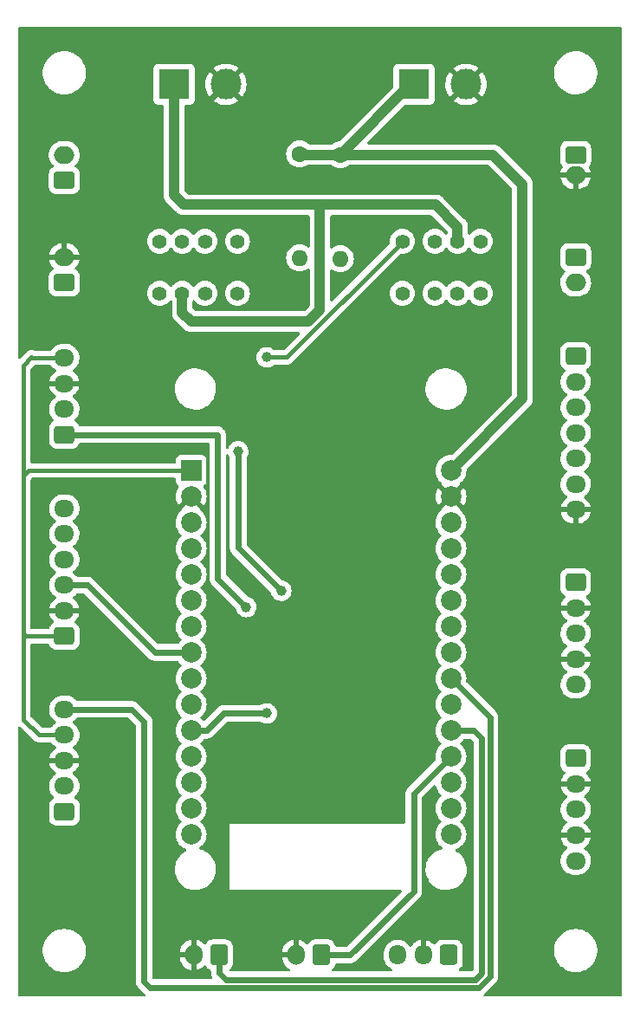
<source format=gbl>
G04 #@! TF.GenerationSoftware,KiCad,Pcbnew,(6.0.4-0)*
G04 #@! TF.CreationDate,2022-08-24T21:25:05+02:00*
G04 #@! TF.ProjectId,Mezmerize_B1_Controller,4d657a6d-6572-4697-9a65-5f42315f436f,rev?*
G04 #@! TF.SameCoordinates,Original*
G04 #@! TF.FileFunction,Copper,L2,Bot*
G04 #@! TF.FilePolarity,Positive*
%FSLAX46Y46*%
G04 Gerber Fmt 4.6, Leading zero omitted, Abs format (unit mm)*
G04 Created by KiCad (PCBNEW (6.0.4-0)) date 2022-08-24 21:25:05*
%MOMM*%
%LPD*%
G01*
G04 APERTURE LIST*
G04 Aperture macros list*
%AMRoundRect*
0 Rectangle with rounded corners*
0 $1 Rounding radius*
0 $2 $3 $4 $5 $6 $7 $8 $9 X,Y pos of 4 corners*
0 Add a 4 corners polygon primitive as box body*
4,1,4,$2,$3,$4,$5,$6,$7,$8,$9,$2,$3,0*
0 Add four circle primitives for the rounded corners*
1,1,$1+$1,$2,$3*
1,1,$1+$1,$4,$5*
1,1,$1+$1,$6,$7*
1,1,$1+$1,$8,$9*
0 Add four rect primitives between the rounded corners*
20,1,$1+$1,$2,$3,$4,$5,0*
20,1,$1+$1,$4,$5,$6,$7,0*
20,1,$1+$1,$6,$7,$8,$9,0*
20,1,$1+$1,$8,$9,$2,$3,0*%
G04 Aperture macros list end*
G04 #@! TA.AperFunction,ComponentPad*
%ADD10C,1.397000*%
G04 #@! TD*
G04 #@! TA.AperFunction,ComponentPad*
%ADD11C,1.600000*%
G04 #@! TD*
G04 #@! TA.AperFunction,ComponentPad*
%ADD12O,1.600000X1.600000*%
G04 #@! TD*
G04 #@! TA.AperFunction,ComponentPad*
%ADD13RoundRect,0.250000X-0.725000X0.600000X-0.725000X-0.600000X0.725000X-0.600000X0.725000X0.600000X0*%
G04 #@! TD*
G04 #@! TA.AperFunction,ComponentPad*
%ADD14O,1.950000X1.700000*%
G04 #@! TD*
G04 #@! TA.AperFunction,ComponentPad*
%ADD15RoundRect,0.250000X0.750000X-0.600000X0.750000X0.600000X-0.750000X0.600000X-0.750000X-0.600000X0*%
G04 #@! TD*
G04 #@! TA.AperFunction,ComponentPad*
%ADD16O,2.000000X1.700000*%
G04 #@! TD*
G04 #@! TA.AperFunction,ComponentPad*
%ADD17RoundRect,0.250000X-0.750000X0.600000X-0.750000X-0.600000X0.750000X-0.600000X0.750000X0.600000X0*%
G04 #@! TD*
G04 #@! TA.AperFunction,ComponentPad*
%ADD18RoundRect,0.250000X0.600000X0.750000X-0.600000X0.750000X-0.600000X-0.750000X0.600000X-0.750000X0*%
G04 #@! TD*
G04 #@! TA.AperFunction,ComponentPad*
%ADD19O,1.700000X2.000000*%
G04 #@! TD*
G04 #@! TA.AperFunction,ComponentPad*
%ADD20RoundRect,0.250000X0.725000X-0.600000X0.725000X0.600000X-0.725000X0.600000X-0.725000X-0.600000X0*%
G04 #@! TD*
G04 #@! TA.AperFunction,ComponentPad*
%ADD21RoundRect,0.250000X0.600000X0.725000X-0.600000X0.725000X-0.600000X-0.725000X0.600000X-0.725000X0*%
G04 #@! TD*
G04 #@! TA.AperFunction,ComponentPad*
%ADD22O,1.700000X1.950000*%
G04 #@! TD*
G04 #@! TA.AperFunction,ComponentPad*
%ADD23R,2.000000X2.000000*%
G04 #@! TD*
G04 #@! TA.AperFunction,ComponentPad*
%ADD24C,2.000000*%
G04 #@! TD*
G04 #@! TA.AperFunction,ComponentPad*
%ADD25R,3.000000X3.000000*%
G04 #@! TD*
G04 #@! TA.AperFunction,ComponentPad*
%ADD26C,3.000000*%
G04 #@! TD*
G04 #@! TA.AperFunction,ViaPad*
%ADD27C,1.000000*%
G04 #@! TD*
G04 #@! TA.AperFunction,Conductor*
%ADD28C,0.600000*%
G04 #@! TD*
G04 #@! TA.AperFunction,Conductor*
%ADD29C,1.000000*%
G04 #@! TD*
G04 #@! TA.AperFunction,Conductor*
%ADD30C,0.400000*%
G04 #@! TD*
G04 APERTURE END LIST*
D10*
X141949700Y-71460000D03*
X138749300Y-71460000D03*
X136539500Y-71460000D03*
X134329700Y-71460000D03*
X134329700Y-76540000D03*
X136539500Y-76540000D03*
X138749300Y-76540000D03*
X141949700Y-76540000D03*
X158050300Y-76540000D03*
X161250700Y-76540000D03*
X163460500Y-76540000D03*
X165670300Y-76540000D03*
X165670300Y-71460000D03*
X163460500Y-71460000D03*
X161250700Y-71460000D03*
X158050300Y-71460000D03*
D11*
X148000000Y-62920000D03*
D12*
X148000000Y-73080000D03*
D11*
X152000000Y-63000000D03*
D12*
X152000000Y-73160000D03*
D13*
X175000000Y-82700000D03*
D14*
X175000000Y-85200000D03*
X175000000Y-87700000D03*
X175000000Y-90200000D03*
X175000000Y-92700000D03*
X175000000Y-95200000D03*
X175000000Y-97700000D03*
D15*
X125000000Y-75500000D03*
D16*
X125000000Y-73000000D03*
D15*
X125000000Y-65500000D03*
D16*
X125000000Y-63000000D03*
D17*
X175000000Y-63000000D03*
D16*
X175000000Y-65000000D03*
D17*
X175000000Y-73000000D03*
D16*
X175000000Y-75500000D03*
D18*
X140150000Y-141200000D03*
D19*
X137650000Y-141200000D03*
D18*
X150150000Y-141200000D03*
D19*
X147650000Y-141200000D03*
D20*
X125000000Y-110050000D03*
D14*
X125000000Y-107550000D03*
X125000000Y-105050000D03*
X125000000Y-102550000D03*
X125000000Y-100050000D03*
X125000000Y-97550000D03*
D20*
X125000000Y-127200000D03*
D14*
X125000000Y-124700000D03*
X125000000Y-122200000D03*
X125000000Y-119700000D03*
X125000000Y-117200000D03*
D20*
X125000000Y-90350000D03*
D14*
X125000000Y-87850000D03*
X125000000Y-85350000D03*
X125000000Y-82850000D03*
D13*
X175000000Y-122000000D03*
D14*
X175000000Y-124500000D03*
X175000000Y-127000000D03*
X175000000Y-129500000D03*
X175000000Y-132000000D03*
D13*
X175000000Y-104780000D03*
D14*
X175000000Y-107280000D03*
X175000000Y-109780000D03*
X175000000Y-112280000D03*
X175000000Y-114780000D03*
D21*
X162600000Y-141200000D03*
D22*
X160100000Y-141200000D03*
X157600000Y-141200000D03*
D23*
X137400000Y-93857500D03*
D24*
X137400000Y-96397500D03*
X137400000Y-98937500D03*
X137400000Y-101477500D03*
X137400000Y-104017500D03*
X137400000Y-106557500D03*
X137400000Y-109097500D03*
X137400000Y-111637500D03*
X137400000Y-114177500D03*
X137400000Y-116717500D03*
X137400000Y-119257500D03*
X137400000Y-121797500D03*
X137400000Y-124337500D03*
X137400000Y-126877500D03*
X137400000Y-129417500D03*
X162800000Y-129417500D03*
X162800000Y-126877500D03*
X162800000Y-124337500D03*
X162800000Y-121797500D03*
X162800000Y-119257500D03*
X162800000Y-116717500D03*
X162800000Y-114177500D03*
X162800000Y-111637500D03*
X162800000Y-109097500D03*
X162800000Y-106557500D03*
X162800000Y-104017500D03*
X162800000Y-101477500D03*
X162800000Y-98937500D03*
X162800000Y-96397500D03*
X162800000Y-93857500D03*
D25*
X159193332Y-56120000D03*
D26*
X164273332Y-56120000D03*
D25*
X135726666Y-56120000D03*
D26*
X140806666Y-56120000D03*
D27*
X144800000Y-113600000D03*
X144800000Y-121600000D03*
X142800000Y-107200000D03*
X144800000Y-82800000D03*
X144800000Y-117600000D03*
X142000000Y-92000000D03*
X146200000Y-105600000D03*
D28*
X140000000Y-104400000D02*
X140000000Y-90400000D01*
X139950000Y-90350000D02*
X125000000Y-90350000D01*
X140000000Y-90400000D02*
X139950000Y-90350000D01*
X142800000Y-107200000D02*
X140000000Y-104400000D01*
D29*
X148900000Y-79300000D02*
X150000000Y-78200000D01*
X135726666Y-56120000D02*
X135726666Y-66873334D01*
X137400000Y-79300000D02*
X148900000Y-79300000D01*
X135700000Y-66900000D02*
X136700000Y-67900000D01*
X136700000Y-67900000D02*
X150000000Y-67900000D01*
X161300000Y-67900000D02*
X163460500Y-70060500D01*
X136539500Y-78439500D02*
X137400000Y-79300000D01*
X150000000Y-78200000D02*
X150000000Y-67900000D01*
X135726666Y-66873334D02*
X135700000Y-66900000D01*
X163460500Y-70060500D02*
X163460500Y-71460000D01*
X136539500Y-76540000D02*
X136539500Y-78439500D01*
X150000000Y-67900000D02*
X161300000Y-67900000D01*
D30*
X122500000Y-119700000D02*
X125000000Y-119700000D01*
X121000000Y-118200000D02*
X122500000Y-119700000D01*
X121000000Y-94400000D02*
X121000000Y-83600000D01*
X121000000Y-83600000D02*
X121800000Y-82800000D01*
X121000000Y-109800000D02*
X121000000Y-118200000D01*
X121250000Y-110050000D02*
X125000000Y-110050000D01*
X121850000Y-82850000D02*
X125000000Y-82850000D01*
X121000000Y-94400000D02*
X121000000Y-109800000D01*
X121000000Y-109800000D02*
X121250000Y-110050000D01*
X121800000Y-82800000D02*
X121850000Y-82850000D01*
X121542500Y-93857500D02*
X121000000Y-94400000D01*
X137400000Y-93857500D02*
X121542500Y-93857500D01*
D28*
X125000000Y-105050000D02*
X127250000Y-105050000D01*
X133837500Y-111637500D02*
X137400000Y-111637500D01*
X127250000Y-105050000D02*
X133837500Y-111637500D01*
D29*
X166900000Y-63000000D02*
X169800000Y-65900000D01*
X158880000Y-56120000D02*
X159193332Y-56120000D01*
X169800000Y-86857500D02*
X162800000Y-93857500D01*
X152000000Y-63000000D02*
X166900000Y-63000000D01*
X148080000Y-63000000D02*
X148000000Y-62920000D01*
X169800000Y-65900000D02*
X169800000Y-86857500D01*
X152000000Y-63000000D02*
X148080000Y-63000000D01*
X152000000Y-63000000D02*
X158880000Y-56120000D01*
D28*
X132800000Y-118400000D02*
X131600000Y-117200000D01*
X162800000Y-114177500D02*
X166599520Y-117977020D01*
X132800000Y-143800000D02*
X132800000Y-118400000D01*
X165530692Y-144400000D02*
X133400000Y-144400000D01*
X166599520Y-117977020D02*
X166599520Y-143331172D01*
X131600000Y-117200000D02*
X125000000Y-117200000D01*
X133400000Y-144400000D02*
X132800000Y-143800000D01*
X166599520Y-143331172D02*
X165530692Y-144400000D01*
X140150000Y-142950000D02*
X140150000Y-141200000D01*
X165800000Y-143000000D02*
X165200000Y-143600000D01*
X165200000Y-143600000D02*
X140800000Y-143600000D01*
X140800000Y-143600000D02*
X140150000Y-142950000D01*
X162800000Y-119257500D02*
X165057500Y-119257500D01*
X165057500Y-119257500D02*
X165800000Y-120000000D01*
X165800000Y-120000000D02*
X165800000Y-143000000D01*
X162800000Y-121797500D02*
X159180020Y-125417480D01*
X159180020Y-125417480D02*
X159180020Y-134971772D01*
X159180020Y-134971772D02*
X152951792Y-141200000D01*
X152951792Y-141200000D02*
X150150000Y-141200000D01*
D30*
X146710300Y-82800000D02*
X144800000Y-82800000D01*
X158050300Y-71460000D02*
X146710300Y-82800000D01*
D28*
X142000000Y-92000000D02*
X142000000Y-101400000D01*
X138942500Y-119257500D02*
X140600000Y-117600000D01*
X140800000Y-117600000D02*
X144800000Y-117600000D01*
X140600000Y-117600000D02*
X140800000Y-117600000D01*
X137400000Y-119257500D02*
X138942500Y-119257500D01*
X142000000Y-101400000D02*
X146200000Y-105600000D01*
G04 #@! TA.AperFunction,Conductor*
G36*
X131281039Y-118028502D02*
G01*
X131302013Y-118045405D01*
X131954595Y-118697987D01*
X131988621Y-118760299D01*
X131991500Y-118787082D01*
X131991500Y-143790786D01*
X131991493Y-143792106D01*
X131990549Y-143882221D01*
X131999711Y-143924597D01*
X132001769Y-143937163D01*
X132006603Y-143980255D01*
X132008919Y-143986906D01*
X132008920Y-143986910D01*
X132017633Y-144011930D01*
X132021796Y-144026742D01*
X132028881Y-144059510D01*
X132047208Y-144098813D01*
X132051990Y-144110589D01*
X132066255Y-144151552D01*
X132069989Y-144157527D01*
X132069990Y-144157530D01*
X132084027Y-144179995D01*
X132091366Y-144193512D01*
X132102559Y-144217514D01*
X132105538Y-144223902D01*
X132109855Y-144229467D01*
X132109856Y-144229469D01*
X132132106Y-144258153D01*
X132139402Y-144268612D01*
X132162374Y-144305376D01*
X132167334Y-144310371D01*
X132167335Y-144310372D01*
X132190976Y-144334179D01*
X132191561Y-144334804D01*
X132192078Y-144335470D01*
X132218068Y-144361460D01*
X132290185Y-144434082D01*
X132291222Y-144434740D01*
X132292451Y-144435843D01*
X132821766Y-144965158D01*
X132822694Y-144966095D01*
X132862021Y-145006254D01*
X132885771Y-145030507D01*
X132891691Y-145034322D01*
X132891692Y-145034323D01*
X132899865Y-145039590D01*
X132946289Y-145093305D01*
X132956302Y-145163592D01*
X132926726Y-145228135D01*
X132866951Y-145266442D01*
X132831608Y-145271500D01*
X120634500Y-145271500D01*
X120566379Y-145251498D01*
X120519886Y-145197842D01*
X120508500Y-145145500D01*
X120508500Y-140912703D01*
X122890743Y-140912703D01*
X122891302Y-140916947D01*
X122891302Y-140916951D01*
X122898397Y-140970844D01*
X122928268Y-141197734D01*
X123004129Y-141475036D01*
X123116923Y-141739476D01*
X123175665Y-141837626D01*
X123260035Y-141978598D01*
X123264561Y-141986161D01*
X123444313Y-142210528D01*
X123567711Y-142327628D01*
X123642187Y-142398303D01*
X123652851Y-142408423D01*
X123886317Y-142576186D01*
X123890112Y-142578195D01*
X123890113Y-142578196D01*
X123909083Y-142588240D01*
X124140392Y-142710712D01*
X124260308Y-142754595D01*
X124361156Y-142791500D01*
X124410373Y-142809511D01*
X124691264Y-142870755D01*
X124719841Y-142873004D01*
X124914282Y-142888307D01*
X124914291Y-142888307D01*
X124916739Y-142888500D01*
X125072271Y-142888500D01*
X125074407Y-142888354D01*
X125074418Y-142888354D01*
X125282548Y-142874165D01*
X125282554Y-142874164D01*
X125286825Y-142873873D01*
X125291020Y-142873004D01*
X125291022Y-142873004D01*
X125427583Y-142844724D01*
X125568342Y-142815574D01*
X125839343Y-142719607D01*
X126094812Y-142587750D01*
X126098313Y-142585289D01*
X126098317Y-142585287D01*
X126242783Y-142483754D01*
X126330023Y-142422441D01*
X126416695Y-142341900D01*
X126537479Y-142229661D01*
X126537481Y-142229658D01*
X126540622Y-142226740D01*
X126722713Y-142004268D01*
X126872927Y-141759142D01*
X126988483Y-141495898D01*
X127067244Y-141219406D01*
X127106564Y-140943124D01*
X127107146Y-140939036D01*
X127107146Y-140939034D01*
X127107751Y-140934784D01*
X127107775Y-140930376D01*
X127109235Y-140651583D01*
X127109235Y-140651576D01*
X127109257Y-140647297D01*
X127105944Y-140622128D01*
X127079938Y-140424600D01*
X127071732Y-140362266D01*
X127069634Y-140354595D01*
X127014599Y-140153423D01*
X126995871Y-140084964D01*
X126949940Y-139977280D01*
X126884763Y-139824476D01*
X126884761Y-139824472D01*
X126883077Y-139820524D01*
X126735439Y-139573839D01*
X126555687Y-139349472D01*
X126347149Y-139151577D01*
X126113683Y-138983814D01*
X126091843Y-138972250D01*
X126068654Y-138959972D01*
X125859608Y-138849288D01*
X125589627Y-138750489D01*
X125308736Y-138689245D01*
X125277685Y-138686801D01*
X125085718Y-138671693D01*
X125085709Y-138671693D01*
X125083261Y-138671500D01*
X124927729Y-138671500D01*
X124925593Y-138671646D01*
X124925582Y-138671646D01*
X124717452Y-138685835D01*
X124717446Y-138685836D01*
X124713175Y-138686127D01*
X124708980Y-138686996D01*
X124708978Y-138686996D01*
X124572417Y-138715276D01*
X124431658Y-138744426D01*
X124160657Y-138840393D01*
X123905188Y-138972250D01*
X123901687Y-138974711D01*
X123901683Y-138974713D01*
X123891594Y-138981804D01*
X123669977Y-139137559D01*
X123459378Y-139333260D01*
X123277287Y-139555732D01*
X123127073Y-139800858D01*
X123125347Y-139804791D01*
X123125346Y-139804792D01*
X123102558Y-139856704D01*
X123011517Y-140064102D01*
X122932756Y-140340594D01*
X122892249Y-140625216D01*
X122892227Y-140629505D01*
X122892226Y-140629512D01*
X122891096Y-140845280D01*
X122890743Y-140912703D01*
X120508500Y-140912703D01*
X120508500Y-124635774D01*
X123513102Y-124635774D01*
X123521751Y-124866158D01*
X123569093Y-125091791D01*
X123571051Y-125096750D01*
X123571052Y-125096752D01*
X123620793Y-125222702D01*
X123653776Y-125306221D01*
X123656543Y-125310780D01*
X123656544Y-125310783D01*
X123712709Y-125403339D01*
X123773377Y-125503317D01*
X123776874Y-125507347D01*
X123893836Y-125642134D01*
X123924477Y-125677445D01*
X123960120Y-125706670D01*
X124000114Y-125765329D01*
X124002046Y-125836299D01*
X123965302Y-125897048D01*
X123946532Y-125911248D01*
X123909021Y-125934461D01*
X123800652Y-126001522D01*
X123675695Y-126126697D01*
X123671855Y-126132927D01*
X123671854Y-126132928D01*
X123638945Y-126186317D01*
X123582885Y-126277262D01*
X123527203Y-126445139D01*
X123516500Y-126549600D01*
X123516500Y-127850400D01*
X123516837Y-127853646D01*
X123516837Y-127853650D01*
X123526572Y-127947469D01*
X123527474Y-127956166D01*
X123529655Y-127962702D01*
X123529655Y-127962704D01*
X123562970Y-128062559D01*
X123583450Y-128123946D01*
X123676522Y-128274348D01*
X123801697Y-128399305D01*
X123807927Y-128403145D01*
X123807928Y-128403146D01*
X123945090Y-128487694D01*
X123952262Y-128492115D01*
X124032005Y-128518564D01*
X124113611Y-128545632D01*
X124113613Y-128545632D01*
X124120139Y-128547797D01*
X124126975Y-128548497D01*
X124126978Y-128548498D01*
X124170031Y-128552909D01*
X124224600Y-128558500D01*
X125775400Y-128558500D01*
X125778646Y-128558163D01*
X125778650Y-128558163D01*
X125874308Y-128548238D01*
X125874312Y-128548237D01*
X125881166Y-128547526D01*
X125887702Y-128545345D01*
X125887704Y-128545345D01*
X126019806Y-128501272D01*
X126048946Y-128491550D01*
X126199348Y-128398478D01*
X126324305Y-128273303D01*
X126330938Y-128262542D01*
X126413275Y-128128968D01*
X126413276Y-128128966D01*
X126417115Y-128122738D01*
X126472797Y-127954861D01*
X126473555Y-127947469D01*
X126478067Y-127903424D01*
X126483500Y-127850400D01*
X126483500Y-126549600D01*
X126472526Y-126443834D01*
X126416550Y-126276054D01*
X126323478Y-126125652D01*
X126198303Y-126000695D01*
X126052660Y-125910919D01*
X126005168Y-125858148D01*
X125993744Y-125788076D01*
X126022018Y-125722952D01*
X126031805Y-125712490D01*
X126105027Y-125642639D01*
X126146135Y-125603424D01*
X126177197Y-125561676D01*
X126220617Y-125503317D01*
X126283754Y-125418458D01*
X126289696Y-125406772D01*
X126359650Y-125269181D01*
X126388240Y-125212949D01*
X126393920Y-125194659D01*
X126455024Y-124997871D01*
X126456607Y-124992773D01*
X126470703Y-124886421D01*
X126486198Y-124769511D01*
X126486198Y-124769506D01*
X126486898Y-124764226D01*
X126486657Y-124757793D01*
X126479945Y-124579024D01*
X126478249Y-124533842D01*
X126430907Y-124308209D01*
X126428948Y-124303248D01*
X126348185Y-124098744D01*
X126348184Y-124098742D01*
X126346224Y-124093779D01*
X126226623Y-123896683D01*
X126139755Y-123796576D01*
X126079023Y-123726588D01*
X126079021Y-123726586D01*
X126075523Y-123722555D01*
X125982544Y-123646317D01*
X125901373Y-123579760D01*
X125901367Y-123579756D01*
X125897245Y-123576376D01*
X125892602Y-123573733D01*
X125865265Y-123558171D01*
X125815959Y-123507088D01*
X125802098Y-123437458D01*
X125828082Y-123371387D01*
X125857232Y-123344149D01*
X125974578Y-123265148D01*
X125982870Y-123258481D01*
X126141900Y-123106772D01*
X126148941Y-123098814D01*
X126280141Y-122922475D01*
X126285745Y-122913438D01*
X126385357Y-122717516D01*
X126389357Y-122707665D01*
X126454534Y-122497760D01*
X126456817Y-122487376D01*
X126458861Y-122471957D01*
X126456665Y-122457793D01*
X126443478Y-122454000D01*
X123558808Y-122454000D01*
X123545277Y-122457973D01*
X123543752Y-122468580D01*
X123568477Y-122586421D01*
X123571537Y-122596617D01*
X123652263Y-122801029D01*
X123656994Y-122810561D01*
X123771016Y-122998462D01*
X123777280Y-123007052D01*
X123921327Y-123173052D01*
X123928958Y-123180472D01*
X124098911Y-123319826D01*
X124107674Y-123325848D01*
X124134711Y-123341238D01*
X124184018Y-123392320D01*
X124197880Y-123461951D01*
X124171897Y-123528022D01*
X124142747Y-123555261D01*
X124138425Y-123558171D01*
X124020681Y-123637441D01*
X124016824Y-123641120D01*
X124016822Y-123641122D01*
X124006953Y-123650537D01*
X123853865Y-123796576D01*
X123716246Y-123981542D01*
X123713830Y-123986293D01*
X123713828Y-123986297D01*
X123664003Y-124084297D01*
X123611760Y-124187051D01*
X123610178Y-124192145D01*
X123610177Y-124192148D01*
X123566575Y-124332570D01*
X123543393Y-124407227D01*
X123542692Y-124412516D01*
X123515009Y-124621387D01*
X123513102Y-124635774D01*
X120508500Y-124635774D01*
X120508500Y-119014660D01*
X120528502Y-118946539D01*
X120582158Y-118900046D01*
X120652432Y-118889942D01*
X120717012Y-118919436D01*
X120723593Y-118925563D01*
X121518311Y-119720282D01*
X121978557Y-120180528D01*
X121984411Y-120186793D01*
X122011377Y-120217704D01*
X122022439Y-120230385D01*
X122074729Y-120267136D01*
X122079971Y-120271028D01*
X122130282Y-120310476D01*
X122137201Y-120313600D01*
X122139493Y-120314988D01*
X122154165Y-120323357D01*
X122156525Y-120324622D01*
X122162739Y-120328990D01*
X122169818Y-120331750D01*
X122169820Y-120331751D01*
X122222275Y-120352202D01*
X122228344Y-120354753D01*
X122286573Y-120381045D01*
X122294046Y-120382430D01*
X122296612Y-120383234D01*
X122312835Y-120387855D01*
X122315427Y-120388520D01*
X122322509Y-120391282D01*
X122330044Y-120392274D01*
X122385861Y-120399622D01*
X122392377Y-120400654D01*
X122430770Y-120407770D01*
X122455186Y-120412295D01*
X122462766Y-120411858D01*
X122462767Y-120411858D01*
X122517380Y-120408709D01*
X122524633Y-120408500D01*
X123644916Y-120408500D01*
X123713037Y-120428502D01*
X123752635Y-120469135D01*
X123773377Y-120503317D01*
X123776874Y-120507347D01*
X123902191Y-120651762D01*
X123924477Y-120677445D01*
X123928608Y-120680832D01*
X124098627Y-120820240D01*
X124098633Y-120820244D01*
X124102755Y-120823624D01*
X124107398Y-120826267D01*
X124134735Y-120841829D01*
X124184041Y-120892912D01*
X124197902Y-120962542D01*
X124171918Y-121028613D01*
X124142768Y-121055851D01*
X124025422Y-121134852D01*
X124017130Y-121141519D01*
X123858100Y-121293228D01*
X123851059Y-121301186D01*
X123719859Y-121477525D01*
X123714255Y-121486562D01*
X123614643Y-121682484D01*
X123610643Y-121692335D01*
X123545466Y-121902240D01*
X123543183Y-121912624D01*
X123541139Y-121928043D01*
X123543335Y-121942207D01*
X123556522Y-121946000D01*
X126441192Y-121946000D01*
X126454723Y-121942027D01*
X126456248Y-121931420D01*
X126431523Y-121813579D01*
X126428463Y-121803383D01*
X126347737Y-121598971D01*
X126343006Y-121589439D01*
X126228984Y-121401538D01*
X126222720Y-121392948D01*
X126078673Y-121226948D01*
X126071042Y-121219528D01*
X125901089Y-121080174D01*
X125892326Y-121074152D01*
X125865289Y-121058762D01*
X125815982Y-121007680D01*
X125802120Y-120938049D01*
X125828103Y-120871978D01*
X125857253Y-120844739D01*
X125922673Y-120800695D01*
X125979319Y-120762559D01*
X126012101Y-120731287D01*
X126094717Y-120652474D01*
X126146135Y-120603424D01*
X126283754Y-120418458D01*
X126286888Y-120412295D01*
X126358702Y-120271046D01*
X126388240Y-120212949D01*
X126410053Y-120142702D01*
X126455024Y-119997871D01*
X126456607Y-119992773D01*
X126469549Y-119895126D01*
X126486198Y-119769511D01*
X126486198Y-119769506D01*
X126486898Y-119764226D01*
X126478249Y-119533842D01*
X126430907Y-119308209D01*
X126346224Y-119093779D01*
X126284160Y-118991500D01*
X126229390Y-118901243D01*
X126226623Y-118896683D01*
X126223126Y-118892653D01*
X126079023Y-118726588D01*
X126079021Y-118726586D01*
X126075523Y-118722555D01*
X125995312Y-118656786D01*
X125901373Y-118579760D01*
X125901367Y-118579756D01*
X125897245Y-118576376D01*
X125865750Y-118558448D01*
X125816445Y-118507368D01*
X125802583Y-118437738D01*
X125828566Y-118371667D01*
X125857716Y-118344427D01*
X125914189Y-118306407D01*
X125979319Y-118262559D01*
X126146135Y-118103424D01*
X126178974Y-118059287D01*
X126235684Y-118016574D01*
X126280063Y-118008500D01*
X131212918Y-118008500D01*
X131281039Y-118028502D01*
G37*
G04 #@! TD.AperFunction*
G04 #@! TA.AperFunction,Conductor*
G36*
X179433621Y-50528502D02*
G01*
X179480114Y-50582158D01*
X179491500Y-50634500D01*
X179491500Y-145145500D01*
X179471498Y-145213621D01*
X179417842Y-145260114D01*
X179365500Y-145271500D01*
X166101205Y-145271500D01*
X166033084Y-145251498D01*
X165986591Y-145197842D01*
X165976487Y-145127568D01*
X166005981Y-145062988D01*
X166025211Y-145046538D01*
X166024574Y-145045734D01*
X166030096Y-145041358D01*
X166036068Y-145037626D01*
X166064871Y-145009024D01*
X166065496Y-145008439D01*
X166066162Y-145007922D01*
X166092152Y-144981932D01*
X166164774Y-144909815D01*
X166165432Y-144908778D01*
X166166535Y-144907549D01*
X167164678Y-143909406D01*
X167165615Y-143908478D01*
X167224995Y-143850329D01*
X167224996Y-143850328D01*
X167230027Y-143845401D01*
X167253518Y-143808951D01*
X167260937Y-143798626D01*
X167287996Y-143764729D01*
X167302593Y-143734534D01*
X167310122Y-143721117D01*
X167324468Y-143698856D01*
X167328285Y-143692934D01*
X167330693Y-143686317D01*
X167330696Y-143686312D01*
X167343112Y-143652199D01*
X167348073Y-143640456D01*
X167363874Y-143607769D01*
X167363876Y-143607764D01*
X167366941Y-143601423D01*
X167370945Y-143584082D01*
X167374485Y-143568746D01*
X167378852Y-143554003D01*
X167390323Y-143522487D01*
X167391206Y-143515497D01*
X167391208Y-143515489D01*
X167395758Y-143479471D01*
X167397994Y-143466919D01*
X167406158Y-143431558D01*
X167406158Y-143431555D01*
X167407744Y-143424687D01*
X167407785Y-143413196D01*
X167407886Y-143384116D01*
X167407915Y-143383234D01*
X167408020Y-143382403D01*
X167408020Y-143345600D01*
X167408052Y-143336528D01*
X167408365Y-143246829D01*
X167408365Y-143246824D01*
X167408377Y-143243302D01*
X167408109Y-143242102D01*
X167408020Y-143240465D01*
X167408020Y-140912703D01*
X172890743Y-140912703D01*
X172891302Y-140916947D01*
X172891302Y-140916951D01*
X172898397Y-140970844D01*
X172928268Y-141197734D01*
X173004129Y-141475036D01*
X173116923Y-141739476D01*
X173175665Y-141837626D01*
X173260035Y-141978598D01*
X173264561Y-141986161D01*
X173444313Y-142210528D01*
X173567711Y-142327628D01*
X173642187Y-142398303D01*
X173652851Y-142408423D01*
X173886317Y-142576186D01*
X173890112Y-142578195D01*
X173890113Y-142578196D01*
X173909083Y-142588240D01*
X174140392Y-142710712D01*
X174260308Y-142754595D01*
X174361156Y-142791500D01*
X174410373Y-142809511D01*
X174691264Y-142870755D01*
X174719841Y-142873004D01*
X174914282Y-142888307D01*
X174914291Y-142888307D01*
X174916739Y-142888500D01*
X175072271Y-142888500D01*
X175074407Y-142888354D01*
X175074418Y-142888354D01*
X175282548Y-142874165D01*
X175282554Y-142874164D01*
X175286825Y-142873873D01*
X175291020Y-142873004D01*
X175291022Y-142873004D01*
X175427583Y-142844724D01*
X175568342Y-142815574D01*
X175839343Y-142719607D01*
X176094812Y-142587750D01*
X176098313Y-142585289D01*
X176098317Y-142585287D01*
X176242783Y-142483754D01*
X176330023Y-142422441D01*
X176416695Y-142341900D01*
X176537479Y-142229661D01*
X176537481Y-142229658D01*
X176540622Y-142226740D01*
X176722713Y-142004268D01*
X176872927Y-141759142D01*
X176988483Y-141495898D01*
X177067244Y-141219406D01*
X177106564Y-140943124D01*
X177107146Y-140939036D01*
X177107146Y-140939034D01*
X177107751Y-140934784D01*
X177107775Y-140930376D01*
X177109235Y-140651583D01*
X177109235Y-140651576D01*
X177109257Y-140647297D01*
X177105944Y-140622128D01*
X177079938Y-140424600D01*
X177071732Y-140362266D01*
X177069634Y-140354595D01*
X177014599Y-140153423D01*
X176995871Y-140084964D01*
X176949940Y-139977280D01*
X176884763Y-139824476D01*
X176884761Y-139824472D01*
X176883077Y-139820524D01*
X176735439Y-139573839D01*
X176555687Y-139349472D01*
X176347149Y-139151577D01*
X176113683Y-138983814D01*
X176091843Y-138972250D01*
X176068654Y-138959972D01*
X175859608Y-138849288D01*
X175589627Y-138750489D01*
X175308736Y-138689245D01*
X175277685Y-138686801D01*
X175085718Y-138671693D01*
X175085709Y-138671693D01*
X175083261Y-138671500D01*
X174927729Y-138671500D01*
X174925593Y-138671646D01*
X174925582Y-138671646D01*
X174717452Y-138685835D01*
X174717446Y-138685836D01*
X174713175Y-138686127D01*
X174708980Y-138686996D01*
X174708978Y-138686996D01*
X174572417Y-138715276D01*
X174431658Y-138744426D01*
X174160657Y-138840393D01*
X173905188Y-138972250D01*
X173901687Y-138974711D01*
X173901683Y-138974713D01*
X173891594Y-138981804D01*
X173669977Y-139137559D01*
X173459378Y-139333260D01*
X173277287Y-139555732D01*
X173127073Y-139800858D01*
X173125347Y-139804791D01*
X173125346Y-139804792D01*
X173102558Y-139856704D01*
X173011517Y-140064102D01*
X172932756Y-140340594D01*
X172892249Y-140625216D01*
X172892227Y-140629505D01*
X172892226Y-140629512D01*
X172891096Y-140845280D01*
X172890743Y-140912703D01*
X167408020Y-140912703D01*
X167408020Y-131935774D01*
X173513102Y-131935774D01*
X173521751Y-132166158D01*
X173569093Y-132391791D01*
X173653776Y-132606221D01*
X173656543Y-132610780D01*
X173656544Y-132610783D01*
X173675147Y-132641439D01*
X173773377Y-132803317D01*
X173776874Y-132807347D01*
X173863438Y-132907103D01*
X173924477Y-132977445D01*
X173928608Y-132980832D01*
X174098627Y-133120240D01*
X174098633Y-133120244D01*
X174102755Y-133123624D01*
X174107391Y-133126263D01*
X174107394Y-133126265D01*
X174216422Y-133188327D01*
X174303114Y-133237675D01*
X174519825Y-133316337D01*
X174525074Y-133317286D01*
X174525077Y-133317287D01*
X174742608Y-133356623D01*
X174742615Y-133356624D01*
X174746692Y-133357361D01*
X174764414Y-133358197D01*
X174769356Y-133358430D01*
X174769363Y-133358430D01*
X174770844Y-133358500D01*
X175182890Y-133358500D01*
X175249809Y-133352822D01*
X175349409Y-133344371D01*
X175349413Y-133344370D01*
X175354720Y-133343920D01*
X175359875Y-133342582D01*
X175359881Y-133342581D01*
X175572703Y-133287343D01*
X175572707Y-133287342D01*
X175577872Y-133286001D01*
X175582738Y-133283809D01*
X175582741Y-133283808D01*
X175783202Y-133193507D01*
X175788075Y-133191312D01*
X175979319Y-133062559D01*
X175988752Y-133053561D01*
X176072769Y-132973412D01*
X176146135Y-132903424D01*
X176283754Y-132718458D01*
X176322913Y-132641439D01*
X176385822Y-132517704D01*
X176388240Y-132512949D01*
X176391563Y-132502249D01*
X176455024Y-132297871D01*
X176456607Y-132292773D01*
X176466088Y-132221241D01*
X176486198Y-132069511D01*
X176486198Y-132069506D01*
X176486898Y-132064226D01*
X176478249Y-131833842D01*
X176430907Y-131608209D01*
X176428948Y-131603248D01*
X176348185Y-131398744D01*
X176348184Y-131398742D01*
X176346224Y-131393779D01*
X176226623Y-131196683D01*
X176179712Y-131142623D01*
X176079023Y-131026588D01*
X176079021Y-131026586D01*
X176075523Y-131022555D01*
X175993040Y-130954923D01*
X175901373Y-130879760D01*
X175901367Y-130879756D01*
X175897245Y-130876376D01*
X175892602Y-130873733D01*
X175865265Y-130858171D01*
X175815959Y-130807088D01*
X175802098Y-130737458D01*
X175828082Y-130671387D01*
X175857232Y-130644149D01*
X175974578Y-130565148D01*
X175982870Y-130558481D01*
X176141900Y-130406772D01*
X176148941Y-130398814D01*
X176280141Y-130222475D01*
X176285745Y-130213438D01*
X176385357Y-130017516D01*
X176389357Y-130007665D01*
X176454534Y-129797760D01*
X176456817Y-129787376D01*
X176458861Y-129771957D01*
X176456665Y-129757793D01*
X176443478Y-129754000D01*
X173558808Y-129754000D01*
X173545277Y-129757973D01*
X173543752Y-129768580D01*
X173568477Y-129886421D01*
X173571537Y-129896617D01*
X173652263Y-130101029D01*
X173656994Y-130110561D01*
X173771016Y-130298462D01*
X173777280Y-130307052D01*
X173921327Y-130473052D01*
X173928958Y-130480472D01*
X174098911Y-130619826D01*
X174107674Y-130625848D01*
X174134711Y-130641238D01*
X174184018Y-130692320D01*
X174197880Y-130761951D01*
X174171897Y-130828022D01*
X174142747Y-130855261D01*
X174140751Y-130856605D01*
X174020681Y-130937441D01*
X173853865Y-131096576D01*
X173716246Y-131281542D01*
X173611760Y-131487051D01*
X173610178Y-131492145D01*
X173610177Y-131492148D01*
X173548115Y-131692020D01*
X173543393Y-131707227D01*
X173542692Y-131712516D01*
X173527304Y-131828623D01*
X173513102Y-131935774D01*
X167408020Y-131935774D01*
X167408020Y-126935774D01*
X173513102Y-126935774D01*
X173521751Y-127166158D01*
X173569093Y-127391791D01*
X173571051Y-127396750D01*
X173571052Y-127396752D01*
X173635479Y-127559889D01*
X173653776Y-127606221D01*
X173773377Y-127803317D01*
X173776874Y-127807347D01*
X173904880Y-127954861D01*
X173924477Y-127977445D01*
X173928608Y-127980832D01*
X174098627Y-128120240D01*
X174098633Y-128120244D01*
X174102755Y-128123624D01*
X174107398Y-128126267D01*
X174134735Y-128141829D01*
X174184041Y-128192912D01*
X174197902Y-128262542D01*
X174171918Y-128328613D01*
X174142768Y-128355851D01*
X174025422Y-128434852D01*
X174017130Y-128441519D01*
X173858100Y-128593228D01*
X173851059Y-128601186D01*
X173719859Y-128777525D01*
X173714255Y-128786562D01*
X173614643Y-128982484D01*
X173610643Y-128992335D01*
X173545466Y-129202240D01*
X173543183Y-129212624D01*
X173541139Y-129228043D01*
X173543335Y-129242207D01*
X173556522Y-129246000D01*
X176441192Y-129246000D01*
X176454723Y-129242027D01*
X176456248Y-129231420D01*
X176431523Y-129113579D01*
X176428463Y-129103383D01*
X176347737Y-128898971D01*
X176343006Y-128889439D01*
X176228984Y-128701538D01*
X176222720Y-128692948D01*
X176078673Y-128526948D01*
X176071042Y-128519528D01*
X175901089Y-128380174D01*
X175892326Y-128374152D01*
X175865289Y-128358762D01*
X175815982Y-128307680D01*
X175802120Y-128238049D01*
X175828103Y-128171978D01*
X175857253Y-128144739D01*
X175921216Y-128101676D01*
X175979319Y-128062559D01*
X176146135Y-127903424D01*
X176283754Y-127718458D01*
X176388240Y-127512949D01*
X176424321Y-127396752D01*
X176455024Y-127297871D01*
X176456607Y-127292773D01*
X176457308Y-127287484D01*
X176486198Y-127069511D01*
X176486198Y-127069506D01*
X176486898Y-127064226D01*
X176478249Y-126833842D01*
X176430907Y-126608209D01*
X176346224Y-126393779D01*
X176226623Y-126196683D01*
X176217628Y-126186317D01*
X176079023Y-126026588D01*
X176079021Y-126026586D01*
X176075523Y-126022555D01*
X176028898Y-125984325D01*
X175901373Y-125879760D01*
X175901367Y-125879756D01*
X175897245Y-125876376D01*
X175892602Y-125873733D01*
X175865265Y-125858171D01*
X175815959Y-125807088D01*
X175802098Y-125737458D01*
X175828082Y-125671387D01*
X175857232Y-125644149D01*
X175974578Y-125565148D01*
X175982870Y-125558481D01*
X176141900Y-125406772D01*
X176148941Y-125398814D01*
X176280141Y-125222475D01*
X176285745Y-125213438D01*
X176385357Y-125017516D01*
X176389357Y-125007665D01*
X176454534Y-124797760D01*
X176456817Y-124787376D01*
X176458861Y-124771957D01*
X176456665Y-124757793D01*
X176443478Y-124754000D01*
X173558808Y-124754000D01*
X173545277Y-124757973D01*
X173543752Y-124768580D01*
X173568477Y-124886421D01*
X173571537Y-124896617D01*
X173652263Y-125101029D01*
X173656994Y-125110561D01*
X173771016Y-125298462D01*
X173777280Y-125307052D01*
X173921327Y-125473052D01*
X173928958Y-125480472D01*
X174098911Y-125619826D01*
X174107674Y-125625848D01*
X174134711Y-125641238D01*
X174184018Y-125692320D01*
X174197880Y-125761951D01*
X174171897Y-125828022D01*
X174142747Y-125855261D01*
X174138459Y-125858148D01*
X174020681Y-125937441D01*
X173853865Y-126096576D01*
X173716246Y-126281542D01*
X173611760Y-126487051D01*
X173610178Y-126492145D01*
X173610177Y-126492148D01*
X173565517Y-126635976D01*
X173543393Y-126707227D01*
X173542692Y-126712516D01*
X173527304Y-126828623D01*
X173513102Y-126935774D01*
X167408020Y-126935774D01*
X167408020Y-122650400D01*
X173516500Y-122650400D01*
X173516837Y-122653646D01*
X173516837Y-122653650D01*
X173523464Y-122717516D01*
X173527474Y-122756166D01*
X173529655Y-122762702D01*
X173529655Y-122762704D01*
X173563355Y-122863713D01*
X173583450Y-122923946D01*
X173676522Y-123074348D01*
X173801697Y-123199305D01*
X173947258Y-123289030D01*
X173947780Y-123289352D01*
X173995273Y-123342124D01*
X174006697Y-123412196D01*
X173978423Y-123477320D01*
X173968636Y-123487782D01*
X173858094Y-123593234D01*
X173851059Y-123601186D01*
X173719859Y-123777525D01*
X173714255Y-123786562D01*
X173614643Y-123982484D01*
X173610643Y-123992335D01*
X173545466Y-124202240D01*
X173543183Y-124212624D01*
X173541139Y-124228043D01*
X173543335Y-124242207D01*
X173556522Y-124246000D01*
X176441192Y-124246000D01*
X176454723Y-124242027D01*
X176456248Y-124231420D01*
X176431523Y-124113579D01*
X176428463Y-124103383D01*
X176347737Y-123898971D01*
X176343006Y-123889439D01*
X176228984Y-123701538D01*
X176222720Y-123692948D01*
X176078673Y-123526948D01*
X176071044Y-123519530D01*
X176039431Y-123493609D01*
X175999436Y-123434949D01*
X175997504Y-123363979D01*
X176034248Y-123303230D01*
X176053018Y-123289030D01*
X176102385Y-123258481D01*
X176199348Y-123198478D01*
X176324305Y-123073303D01*
X176349231Y-123032866D01*
X176413275Y-122928968D01*
X176413276Y-122928966D01*
X176417115Y-122922738D01*
X176472797Y-122754861D01*
X176483500Y-122650400D01*
X176483500Y-121349600D01*
X176472526Y-121243834D01*
X176466893Y-121226948D01*
X176418868Y-121083002D01*
X176416550Y-121076054D01*
X176323478Y-120925652D01*
X176198303Y-120800695D01*
X176141270Y-120765539D01*
X176053968Y-120711725D01*
X176053966Y-120711724D01*
X176047738Y-120707885D01*
X175887254Y-120654655D01*
X175886389Y-120654368D01*
X175886387Y-120654368D01*
X175879861Y-120652203D01*
X175873025Y-120651503D01*
X175873022Y-120651502D01*
X175829969Y-120647091D01*
X175775400Y-120641500D01*
X174224600Y-120641500D01*
X174221354Y-120641837D01*
X174221350Y-120641837D01*
X174125692Y-120651762D01*
X174125688Y-120651763D01*
X174118834Y-120652474D01*
X174112298Y-120654655D01*
X174112296Y-120654655D01*
X174056075Y-120673412D01*
X173951054Y-120708450D01*
X173800652Y-120801522D01*
X173675695Y-120926697D01*
X173671855Y-120932927D01*
X173671854Y-120932928D01*
X173594289Y-121058762D01*
X173582885Y-121077262D01*
X173580581Y-121084209D01*
X173533237Y-121226948D01*
X173527203Y-121245139D01*
X173516500Y-121349600D01*
X173516500Y-122650400D01*
X167408020Y-122650400D01*
X167408020Y-117986280D01*
X167408027Y-117984961D01*
X167408897Y-117901846D01*
X167408971Y-117894799D01*
X167399809Y-117852423D01*
X167397750Y-117839852D01*
X167396030Y-117824513D01*
X167392917Y-117796765D01*
X167381887Y-117765090D01*
X167377724Y-117750278D01*
X167372129Y-117724401D01*
X167370639Y-117717510D01*
X167352312Y-117678207D01*
X167347530Y-117666431D01*
X167333265Y-117625468D01*
X167329530Y-117619490D01*
X167315493Y-117597025D01*
X167308154Y-117583508D01*
X167296961Y-117559506D01*
X167296960Y-117559505D01*
X167293982Y-117553118D01*
X167267414Y-117518867D01*
X167260118Y-117508408D01*
X167240878Y-117477616D01*
X167240876Y-117477613D01*
X167237146Y-117471644D01*
X167208544Y-117442841D01*
X167207959Y-117442216D01*
X167207442Y-117441550D01*
X167181452Y-117415560D01*
X167109335Y-117342938D01*
X167108298Y-117342280D01*
X167107069Y-117341177D01*
X164481666Y-114715774D01*
X173513102Y-114715774D01*
X173521751Y-114946158D01*
X173569093Y-115171791D01*
X173571051Y-115176750D01*
X173571052Y-115176752D01*
X173640139Y-115351689D01*
X173653776Y-115386221D01*
X173656543Y-115390780D01*
X173656544Y-115390783D01*
X173718768Y-115493324D01*
X173773377Y-115583317D01*
X173776874Y-115587347D01*
X173863438Y-115687103D01*
X173924477Y-115757445D01*
X173928608Y-115760832D01*
X174098627Y-115900240D01*
X174098633Y-115900244D01*
X174102755Y-115903624D01*
X174107391Y-115906263D01*
X174107394Y-115906265D01*
X174202677Y-115960503D01*
X174303114Y-116017675D01*
X174519825Y-116096337D01*
X174525074Y-116097286D01*
X174525077Y-116097287D01*
X174742608Y-116136623D01*
X174742615Y-116136624D01*
X174746692Y-116137361D01*
X174764414Y-116138197D01*
X174769356Y-116138430D01*
X174769363Y-116138430D01*
X174770844Y-116138500D01*
X175182890Y-116138500D01*
X175249809Y-116132822D01*
X175349409Y-116124371D01*
X175349413Y-116124370D01*
X175354720Y-116123920D01*
X175359875Y-116122582D01*
X175359881Y-116122581D01*
X175572703Y-116067343D01*
X175572707Y-116067342D01*
X175577872Y-116066001D01*
X175582738Y-116063809D01*
X175582741Y-116063808D01*
X175783202Y-115973507D01*
X175788075Y-115971312D01*
X175979319Y-115842559D01*
X175990076Y-115832298D01*
X176142278Y-115687103D01*
X176146135Y-115683424D01*
X176283754Y-115498458D01*
X176286365Y-115493324D01*
X176385822Y-115297704D01*
X176388240Y-115292949D01*
X176401365Y-115250682D01*
X176455024Y-115077871D01*
X176456607Y-115072773D01*
X176457942Y-115062702D01*
X176486198Y-114849511D01*
X176486198Y-114849506D01*
X176486898Y-114844226D01*
X176478249Y-114613842D01*
X176430907Y-114388209D01*
X176381181Y-114262296D01*
X176348185Y-114178744D01*
X176348184Y-114178742D01*
X176346224Y-114173779D01*
X176226623Y-113976683D01*
X176195476Y-113940789D01*
X176079023Y-113806588D01*
X176079021Y-113806586D01*
X176075523Y-113802555D01*
X176033970Y-113768484D01*
X175901373Y-113659760D01*
X175901367Y-113659756D01*
X175897245Y-113656376D01*
X175892602Y-113653733D01*
X175865265Y-113638171D01*
X175815959Y-113587088D01*
X175802098Y-113517458D01*
X175828082Y-113451387D01*
X175857232Y-113424149D01*
X175974578Y-113345148D01*
X175982870Y-113338481D01*
X176141900Y-113186772D01*
X176148941Y-113178814D01*
X176280141Y-113002475D01*
X176285745Y-112993438D01*
X176385357Y-112797516D01*
X176389357Y-112787665D01*
X176454534Y-112577760D01*
X176456817Y-112567376D01*
X176458861Y-112551957D01*
X176456665Y-112537793D01*
X176443478Y-112534000D01*
X173558808Y-112534000D01*
X173545277Y-112537973D01*
X173543752Y-112548580D01*
X173568477Y-112666421D01*
X173571537Y-112676617D01*
X173652263Y-112881029D01*
X173656994Y-112890561D01*
X173771016Y-113078462D01*
X173777280Y-113087052D01*
X173921327Y-113253052D01*
X173928958Y-113260472D01*
X174098911Y-113399826D01*
X174107674Y-113405848D01*
X174134711Y-113421238D01*
X174184018Y-113472320D01*
X174197880Y-113541951D01*
X174171897Y-113608022D01*
X174142747Y-113635261D01*
X174138425Y-113638171D01*
X174020681Y-113717441D01*
X173853865Y-113876576D01*
X173716246Y-114061542D01*
X173611760Y-114267051D01*
X173610178Y-114272145D01*
X173610177Y-114272148D01*
X173567597Y-114409277D01*
X173543393Y-114487227D01*
X173542692Y-114492516D01*
X173521864Y-114649667D01*
X173513102Y-114715774D01*
X164481666Y-114715774D01*
X164322277Y-114556385D01*
X164288251Y-114494073D01*
X164288854Y-114437873D01*
X164293379Y-114419026D01*
X164294535Y-114414211D01*
X164313165Y-114177500D01*
X164294535Y-113940789D01*
X164239105Y-113709906D01*
X164218334Y-113659760D01*
X164150135Y-113495111D01*
X164150133Y-113495107D01*
X164148240Y-113490537D01*
X164105934Y-113421500D01*
X164026759Y-113292298D01*
X164026755Y-113292292D01*
X164024176Y-113288084D01*
X163869969Y-113107531D01*
X163866213Y-113104323D01*
X163866208Y-113104318D01*
X163747944Y-113003311D01*
X163709134Y-112943861D01*
X163708628Y-112872866D01*
X163747944Y-112811689D01*
X163866208Y-112710682D01*
X163866213Y-112710677D01*
X163869969Y-112707469D01*
X164024176Y-112526916D01*
X164026755Y-112522708D01*
X164026759Y-112522702D01*
X164145654Y-112328683D01*
X164148240Y-112324463D01*
X164160467Y-112294946D01*
X164237211Y-112109667D01*
X164237212Y-112109665D01*
X164239105Y-112105094D01*
X164268600Y-111982240D01*
X164293380Y-111879024D01*
X164293381Y-111879018D01*
X164294535Y-111874211D01*
X164313165Y-111637500D01*
X164294535Y-111400789D01*
X164293229Y-111395345D01*
X164251496Y-111221519D01*
X164239105Y-111169906D01*
X164226205Y-111138762D01*
X164150135Y-110955111D01*
X164150133Y-110955107D01*
X164148240Y-110950537D01*
X164066081Y-110816466D01*
X164026759Y-110752298D01*
X164026755Y-110752292D01*
X164024176Y-110748084D01*
X163869969Y-110567531D01*
X163866213Y-110564323D01*
X163866208Y-110564318D01*
X163747944Y-110463311D01*
X163709134Y-110403861D01*
X163708628Y-110332866D01*
X163747944Y-110271689D01*
X163866208Y-110170682D01*
X163866213Y-110170677D01*
X163869969Y-110167469D01*
X164024176Y-109986916D01*
X164026755Y-109982708D01*
X164026759Y-109982702D01*
X164145654Y-109788683D01*
X164148240Y-109784463D01*
X164176692Y-109715774D01*
X173513102Y-109715774D01*
X173521751Y-109946158D01*
X173569093Y-110171791D01*
X173571051Y-110176750D01*
X173571052Y-110176752D01*
X173646383Y-110367500D01*
X173653776Y-110386221D01*
X173656543Y-110390780D01*
X173656544Y-110390783D01*
X173700555Y-110463311D01*
X173773377Y-110583317D01*
X173776874Y-110587347D01*
X173920011Y-110752298D01*
X173924477Y-110757445D01*
X173928608Y-110760832D01*
X174098627Y-110900240D01*
X174098633Y-110900244D01*
X174102755Y-110903624D01*
X174107398Y-110906267D01*
X174134735Y-110921829D01*
X174184041Y-110972912D01*
X174197902Y-111042542D01*
X174171918Y-111108613D01*
X174142768Y-111135851D01*
X174025422Y-111214852D01*
X174017130Y-111221519D01*
X173858100Y-111373228D01*
X173851059Y-111381186D01*
X173719859Y-111557525D01*
X173714255Y-111566562D01*
X173614643Y-111762484D01*
X173610643Y-111772335D01*
X173545466Y-111982240D01*
X173543183Y-111992624D01*
X173541139Y-112008043D01*
X173543335Y-112022207D01*
X173556522Y-112026000D01*
X176441192Y-112026000D01*
X176454723Y-112022027D01*
X176456248Y-112011420D01*
X176431523Y-111893579D01*
X176428463Y-111883383D01*
X176347737Y-111678971D01*
X176343006Y-111669439D01*
X176228984Y-111481538D01*
X176222720Y-111472948D01*
X176078673Y-111306948D01*
X176071042Y-111299528D01*
X175901089Y-111160174D01*
X175892326Y-111154152D01*
X175865289Y-111138762D01*
X175815982Y-111087680D01*
X175802120Y-111018049D01*
X175828103Y-110951978D01*
X175857253Y-110924739D01*
X175917022Y-110884500D01*
X175979319Y-110842559D01*
X175993533Y-110829000D01*
X176082294Y-110744325D01*
X176146135Y-110683424D01*
X176283754Y-110498458D01*
X176388240Y-110292949D01*
X176394842Y-110271689D01*
X176455024Y-110077871D01*
X176456607Y-110072773D01*
X176468545Y-109982702D01*
X176486198Y-109849511D01*
X176486198Y-109849506D01*
X176486898Y-109844226D01*
X176478249Y-109613842D01*
X176430907Y-109388209D01*
X176409582Y-109334211D01*
X176348185Y-109178744D01*
X176348184Y-109178742D01*
X176346224Y-109173779D01*
X176322213Y-109134209D01*
X176253955Y-109021724D01*
X176226623Y-108976683D01*
X176222140Y-108971517D01*
X176079023Y-108806588D01*
X176079021Y-108806586D01*
X176075523Y-108802555D01*
X176033970Y-108768484D01*
X175901373Y-108659760D01*
X175901367Y-108659756D01*
X175897245Y-108656376D01*
X175892602Y-108653733D01*
X175865265Y-108638171D01*
X175815959Y-108587088D01*
X175802098Y-108517458D01*
X175828082Y-108451387D01*
X175857232Y-108424149D01*
X175974578Y-108345148D01*
X175982870Y-108338481D01*
X176141900Y-108186772D01*
X176148941Y-108178814D01*
X176280141Y-108002475D01*
X176285745Y-107993438D01*
X176385357Y-107797516D01*
X176389357Y-107787665D01*
X176454534Y-107577760D01*
X176456817Y-107567376D01*
X176458861Y-107551957D01*
X176456665Y-107537793D01*
X176443478Y-107534000D01*
X173558808Y-107534000D01*
X173545277Y-107537973D01*
X173543752Y-107548580D01*
X173568477Y-107666421D01*
X173571537Y-107676617D01*
X173652263Y-107881029D01*
X173656994Y-107890561D01*
X173771016Y-108078462D01*
X173777280Y-108087052D01*
X173921327Y-108253052D01*
X173928958Y-108260472D01*
X174098911Y-108399826D01*
X174107674Y-108405848D01*
X174134711Y-108421238D01*
X174184018Y-108472320D01*
X174197880Y-108541951D01*
X174171897Y-108608022D01*
X174142747Y-108635261D01*
X174138970Y-108637804D01*
X174020681Y-108717441D01*
X174016824Y-108721120D01*
X174016822Y-108721122D01*
X173975051Y-108760970D01*
X173853865Y-108876576D01*
X173716246Y-109061542D01*
X173713830Y-109066293D01*
X173713828Y-109066297D01*
X173686614Y-109119824D01*
X173611760Y-109267051D01*
X173610178Y-109272145D01*
X173610177Y-109272148D01*
X173571611Y-109396350D01*
X173543393Y-109487227D01*
X173542692Y-109492516D01*
X173527304Y-109608623D01*
X173513102Y-109715774D01*
X164176692Y-109715774D01*
X164239105Y-109565094D01*
X164259023Y-109482129D01*
X164293380Y-109339024D01*
X164293381Y-109339018D01*
X164294535Y-109334211D01*
X164313165Y-109097500D01*
X164294535Y-108860789D01*
X164293354Y-108855866D01*
X164241001Y-108637804D01*
X164239105Y-108629906D01*
X164232952Y-108615051D01*
X164150135Y-108415111D01*
X164150133Y-108415107D01*
X164148240Y-108410537D01*
X164110200Y-108348462D01*
X164026759Y-108212298D01*
X164026755Y-108212292D01*
X164024176Y-108208084D01*
X163869969Y-108027531D01*
X163866213Y-108024323D01*
X163866208Y-108024318D01*
X163747944Y-107923311D01*
X163709134Y-107863861D01*
X163708628Y-107792866D01*
X163747944Y-107731689D01*
X163866208Y-107630682D01*
X163866213Y-107630677D01*
X163869969Y-107627469D01*
X163878448Y-107617542D01*
X163911763Y-107578535D01*
X164024176Y-107446916D01*
X164026755Y-107442708D01*
X164026759Y-107442702D01*
X164145654Y-107248683D01*
X164148240Y-107244463D01*
X164185967Y-107153383D01*
X164237211Y-107029667D01*
X164237212Y-107029665D01*
X164239105Y-107025094D01*
X164273127Y-106883383D01*
X164293380Y-106799024D01*
X164293381Y-106799018D01*
X164294535Y-106794211D01*
X164313165Y-106557500D01*
X164294535Y-106320789D01*
X164292556Y-106312542D01*
X164240260Y-106094718D01*
X164239105Y-106089906D01*
X164231502Y-106071550D01*
X164150135Y-105875111D01*
X164150133Y-105875107D01*
X164148240Y-105870537D01*
X164133861Y-105847072D01*
X164026759Y-105672298D01*
X164026755Y-105672292D01*
X164024176Y-105668084D01*
X163869969Y-105487531D01*
X163866213Y-105484323D01*
X163866208Y-105484318D01*
X163803078Y-105430400D01*
X173516500Y-105430400D01*
X173516837Y-105433646D01*
X173516837Y-105433650D01*
X173522428Y-105487531D01*
X173527474Y-105536166D01*
X173583450Y-105703946D01*
X173676522Y-105854348D01*
X173801697Y-105979305D01*
X173947258Y-106069030D01*
X173947780Y-106069352D01*
X173995273Y-106122124D01*
X174006697Y-106192196D01*
X173978423Y-106257320D01*
X173968636Y-106267782D01*
X173858094Y-106373234D01*
X173851059Y-106381186D01*
X173719859Y-106557525D01*
X173714255Y-106566562D01*
X173614643Y-106762484D01*
X173610643Y-106772335D01*
X173545466Y-106982240D01*
X173543183Y-106992624D01*
X173541139Y-107008043D01*
X173543335Y-107022207D01*
X173556522Y-107026000D01*
X176441192Y-107026000D01*
X176454723Y-107022027D01*
X176456248Y-107011420D01*
X176431523Y-106893579D01*
X176428463Y-106883383D01*
X176347737Y-106678971D01*
X176343006Y-106669439D01*
X176228984Y-106481538D01*
X176222720Y-106472948D01*
X176078673Y-106306948D01*
X176071044Y-106299530D01*
X176039431Y-106273609D01*
X175999436Y-106214949D01*
X175997504Y-106143979D01*
X176034248Y-106083230D01*
X176053018Y-106069030D01*
X176120219Y-106027445D01*
X176199348Y-105978478D01*
X176324305Y-105853303D01*
X176338444Y-105830365D01*
X176413275Y-105708968D01*
X176413276Y-105708966D01*
X176417115Y-105702738D01*
X176450023Y-105603523D01*
X176470632Y-105541389D01*
X176470632Y-105541387D01*
X176472797Y-105534861D01*
X176483500Y-105430400D01*
X176483500Y-104129600D01*
X176477230Y-104069168D01*
X176473238Y-104030692D01*
X176473237Y-104030688D01*
X176472526Y-104023834D01*
X176461613Y-103991122D01*
X176418868Y-103863002D01*
X176416550Y-103856054D01*
X176323478Y-103705652D01*
X176198303Y-103580695D01*
X176156161Y-103554718D01*
X176053968Y-103491725D01*
X176053966Y-103491724D01*
X176047738Y-103487885D01*
X175887254Y-103434655D01*
X175886389Y-103434368D01*
X175886387Y-103434368D01*
X175879861Y-103432203D01*
X175873025Y-103431503D01*
X175873022Y-103431502D01*
X175829969Y-103427091D01*
X175775400Y-103421500D01*
X174224600Y-103421500D01*
X174221354Y-103421837D01*
X174221350Y-103421837D01*
X174125692Y-103431762D01*
X174125688Y-103431763D01*
X174118834Y-103432474D01*
X174112298Y-103434655D01*
X174112296Y-103434655D01*
X174068862Y-103449146D01*
X173951054Y-103488450D01*
X173800652Y-103581522D01*
X173675695Y-103706697D01*
X173671855Y-103712927D01*
X173671854Y-103712928D01*
X173610585Y-103812325D01*
X173582885Y-103857262D01*
X173580581Y-103864209D01*
X173531257Y-104012918D01*
X173527203Y-104025139D01*
X173516500Y-104129600D01*
X173516500Y-105430400D01*
X163803078Y-105430400D01*
X163747944Y-105383311D01*
X163709134Y-105323861D01*
X163708628Y-105252866D01*
X163747944Y-105191689D01*
X163866208Y-105090682D01*
X163866213Y-105090677D01*
X163869969Y-105087469D01*
X164024176Y-104906916D01*
X164026755Y-104902708D01*
X164026759Y-104902702D01*
X164145654Y-104708683D01*
X164148240Y-104704463D01*
X164150588Y-104698796D01*
X164237211Y-104489667D01*
X164237212Y-104489665D01*
X164239105Y-104485094D01*
X164267717Y-104365916D01*
X164293380Y-104259024D01*
X164293381Y-104259018D01*
X164294535Y-104254211D01*
X164313165Y-104017500D01*
X164294535Y-103780789D01*
X164285375Y-103742632D01*
X164245770Y-103577668D01*
X164239105Y-103549906D01*
X164237211Y-103545333D01*
X164150135Y-103335111D01*
X164150133Y-103335107D01*
X164148240Y-103330537D01*
X164107284Y-103263703D01*
X164026759Y-103132298D01*
X164026755Y-103132292D01*
X164024176Y-103128084D01*
X163869969Y-102947531D01*
X163866213Y-102944323D01*
X163866208Y-102944318D01*
X163747944Y-102843311D01*
X163709134Y-102783861D01*
X163708628Y-102712866D01*
X163747944Y-102651689D01*
X163866208Y-102550682D01*
X163866213Y-102550677D01*
X163869969Y-102547469D01*
X164024176Y-102366916D01*
X164026755Y-102362708D01*
X164026759Y-102362702D01*
X164145654Y-102168683D01*
X164148240Y-102164463D01*
X164150831Y-102158209D01*
X164237211Y-101949667D01*
X164237212Y-101949665D01*
X164239105Y-101945094D01*
X164266864Y-101829469D01*
X164293380Y-101719024D01*
X164293381Y-101719018D01*
X164294535Y-101714211D01*
X164313165Y-101477500D01*
X164294535Y-101240789D01*
X164289945Y-101221667D01*
X164240260Y-101014718D01*
X164239105Y-101009906D01*
X164237211Y-101005333D01*
X164150135Y-100795111D01*
X164150133Y-100795107D01*
X164148240Y-100790537D01*
X164131796Y-100763703D01*
X164026759Y-100592298D01*
X164026755Y-100592292D01*
X164024176Y-100588084D01*
X163869969Y-100407531D01*
X163866213Y-100404323D01*
X163866208Y-100404318D01*
X163747944Y-100303311D01*
X163709134Y-100243861D01*
X163708628Y-100172866D01*
X163747944Y-100111689D01*
X163866208Y-100010682D01*
X163866213Y-100010677D01*
X163869969Y-100007469D01*
X164024176Y-99826916D01*
X164026755Y-99822708D01*
X164026759Y-99822702D01*
X164145654Y-99628683D01*
X164148240Y-99624463D01*
X164239105Y-99405094D01*
X164258360Y-99324891D01*
X164293380Y-99179024D01*
X164293381Y-99179018D01*
X164294535Y-99174211D01*
X164313165Y-98937500D01*
X164294535Y-98700789D01*
X164289658Y-98680472D01*
X164240260Y-98474718D01*
X164239105Y-98469906D01*
X164219459Y-98422475D01*
X164150135Y-98255111D01*
X164150133Y-98255107D01*
X164148240Y-98250537D01*
X164121968Y-98207665D01*
X164026759Y-98052298D01*
X164026755Y-98052292D01*
X164024176Y-98048084D01*
X163956273Y-97968580D01*
X173543752Y-97968580D01*
X173568477Y-98086421D01*
X173571537Y-98096617D01*
X173652263Y-98301029D01*
X173656994Y-98310561D01*
X173771016Y-98498462D01*
X173777280Y-98507052D01*
X173921327Y-98673052D01*
X173928958Y-98680472D01*
X174098911Y-98819826D01*
X174107678Y-98825850D01*
X174298682Y-98934576D01*
X174308346Y-98939041D01*
X174514941Y-99014031D01*
X174525208Y-99016802D01*
X174728174Y-99053504D01*
X174741414Y-99052085D01*
X174746000Y-99037450D01*
X174746000Y-99033849D01*
X175254000Y-99033849D01*
X175258310Y-99048527D01*
X175270193Y-99050590D01*
X175349325Y-99043876D01*
X175359797Y-99042086D01*
X175572535Y-98986870D01*
X175582575Y-98983335D01*
X175782970Y-98893063D01*
X175792256Y-98887894D01*
X175974575Y-98765150D01*
X175982870Y-98758481D01*
X176141900Y-98606772D01*
X176148941Y-98598814D01*
X176280141Y-98422475D01*
X176285745Y-98413438D01*
X176385357Y-98217516D01*
X176389357Y-98207665D01*
X176454534Y-97997760D01*
X176456817Y-97987376D01*
X176458861Y-97971957D01*
X176456665Y-97957793D01*
X176443478Y-97954000D01*
X175272115Y-97954000D01*
X175256876Y-97958475D01*
X175255671Y-97959865D01*
X175254000Y-97967548D01*
X175254000Y-99033849D01*
X174746000Y-99033849D01*
X174746000Y-97972115D01*
X174741525Y-97956876D01*
X174740135Y-97955671D01*
X174732452Y-97954000D01*
X173558808Y-97954000D01*
X173545277Y-97957973D01*
X173543752Y-97968580D01*
X163956273Y-97968580D01*
X163869969Y-97867531D01*
X163866213Y-97864323D01*
X163866208Y-97864318D01*
X163713384Y-97733794D01*
X163674574Y-97674344D01*
X163672360Y-97639942D01*
X163664123Y-97620833D01*
X162812812Y-96769522D01*
X162798868Y-96761908D01*
X162797035Y-96762039D01*
X162790420Y-96766290D01*
X161938920Y-97617790D01*
X161929740Y-97634602D01*
X161915980Y-97697850D01*
X161887224Y-97733275D01*
X161765211Y-97837484D01*
X161730031Y-97867531D01*
X161575824Y-98048084D01*
X161573245Y-98052292D01*
X161573241Y-98052298D01*
X161478032Y-98207665D01*
X161451760Y-98250537D01*
X161449867Y-98255107D01*
X161449865Y-98255111D01*
X161380541Y-98422475D01*
X161360895Y-98469906D01*
X161359740Y-98474718D01*
X161310343Y-98680472D01*
X161305465Y-98700789D01*
X161286835Y-98937500D01*
X161305465Y-99174211D01*
X161306619Y-99179018D01*
X161306620Y-99179024D01*
X161341640Y-99324891D01*
X161360895Y-99405094D01*
X161451760Y-99624463D01*
X161454346Y-99628683D01*
X161573241Y-99822702D01*
X161573245Y-99822708D01*
X161575824Y-99826916D01*
X161730031Y-100007469D01*
X161733787Y-100010677D01*
X161733792Y-100010682D01*
X161852056Y-100111689D01*
X161890866Y-100171139D01*
X161891372Y-100242134D01*
X161852056Y-100303311D01*
X161733792Y-100404318D01*
X161733787Y-100404323D01*
X161730031Y-100407531D01*
X161575824Y-100588084D01*
X161573245Y-100592292D01*
X161573241Y-100592298D01*
X161468204Y-100763703D01*
X161451760Y-100790537D01*
X161449867Y-100795107D01*
X161449865Y-100795111D01*
X161362789Y-101005333D01*
X161360895Y-101009906D01*
X161359740Y-101014718D01*
X161310056Y-101221667D01*
X161305465Y-101240789D01*
X161286835Y-101477500D01*
X161305465Y-101714211D01*
X161306619Y-101719018D01*
X161306620Y-101719024D01*
X161333136Y-101829469D01*
X161360895Y-101945094D01*
X161362788Y-101949665D01*
X161362789Y-101949667D01*
X161449170Y-102158209D01*
X161451760Y-102164463D01*
X161454346Y-102168683D01*
X161573241Y-102362702D01*
X161573245Y-102362708D01*
X161575824Y-102366916D01*
X161730031Y-102547469D01*
X161733787Y-102550677D01*
X161733792Y-102550682D01*
X161852056Y-102651689D01*
X161890866Y-102711139D01*
X161891372Y-102782134D01*
X161852056Y-102843311D01*
X161733792Y-102944318D01*
X161733787Y-102944323D01*
X161730031Y-102947531D01*
X161575824Y-103128084D01*
X161573245Y-103132292D01*
X161573241Y-103132298D01*
X161492716Y-103263703D01*
X161451760Y-103330537D01*
X161449867Y-103335107D01*
X161449865Y-103335111D01*
X161362789Y-103545333D01*
X161360895Y-103549906D01*
X161354230Y-103577668D01*
X161314626Y-103742632D01*
X161305465Y-103780789D01*
X161286835Y-104017500D01*
X161305465Y-104254211D01*
X161306619Y-104259018D01*
X161306620Y-104259024D01*
X161332283Y-104365916D01*
X161360895Y-104485094D01*
X161362788Y-104489665D01*
X161362789Y-104489667D01*
X161449413Y-104698796D01*
X161451760Y-104704463D01*
X161454346Y-104708683D01*
X161573241Y-104902702D01*
X161573245Y-104902708D01*
X161575824Y-104906916D01*
X161730031Y-105087469D01*
X161733787Y-105090677D01*
X161733792Y-105090682D01*
X161852056Y-105191689D01*
X161890866Y-105251139D01*
X161891372Y-105322134D01*
X161852056Y-105383311D01*
X161733792Y-105484318D01*
X161733787Y-105484323D01*
X161730031Y-105487531D01*
X161575824Y-105668084D01*
X161573245Y-105672292D01*
X161573241Y-105672298D01*
X161466139Y-105847072D01*
X161451760Y-105870537D01*
X161449867Y-105875107D01*
X161449865Y-105875111D01*
X161368498Y-106071550D01*
X161360895Y-106089906D01*
X161359740Y-106094718D01*
X161307445Y-106312542D01*
X161305465Y-106320789D01*
X161286835Y-106557500D01*
X161305465Y-106794211D01*
X161306619Y-106799018D01*
X161306620Y-106799024D01*
X161326873Y-106883383D01*
X161360895Y-107025094D01*
X161362788Y-107029665D01*
X161362789Y-107029667D01*
X161414034Y-107153383D01*
X161451760Y-107244463D01*
X161454346Y-107248683D01*
X161573241Y-107442702D01*
X161573245Y-107442708D01*
X161575824Y-107446916D01*
X161688237Y-107578535D01*
X161721553Y-107617542D01*
X161730031Y-107627469D01*
X161733787Y-107630677D01*
X161733792Y-107630682D01*
X161852056Y-107731689D01*
X161890866Y-107791139D01*
X161891372Y-107862134D01*
X161852056Y-107923311D01*
X161733792Y-108024318D01*
X161733787Y-108024323D01*
X161730031Y-108027531D01*
X161575824Y-108208084D01*
X161573245Y-108212292D01*
X161573241Y-108212298D01*
X161489800Y-108348462D01*
X161451760Y-108410537D01*
X161449867Y-108415107D01*
X161449865Y-108415111D01*
X161367048Y-108615051D01*
X161360895Y-108629906D01*
X161358999Y-108637804D01*
X161306647Y-108855866D01*
X161305465Y-108860789D01*
X161286835Y-109097500D01*
X161305465Y-109334211D01*
X161306619Y-109339018D01*
X161306620Y-109339024D01*
X161340977Y-109482129D01*
X161360895Y-109565094D01*
X161451760Y-109784463D01*
X161454346Y-109788683D01*
X161573241Y-109982702D01*
X161573245Y-109982708D01*
X161575824Y-109986916D01*
X161730031Y-110167469D01*
X161733787Y-110170677D01*
X161733792Y-110170682D01*
X161852056Y-110271689D01*
X161890866Y-110331139D01*
X161891372Y-110402134D01*
X161852056Y-110463311D01*
X161733792Y-110564318D01*
X161733787Y-110564323D01*
X161730031Y-110567531D01*
X161575824Y-110748084D01*
X161573245Y-110752292D01*
X161573241Y-110752298D01*
X161533919Y-110816466D01*
X161451760Y-110950537D01*
X161449867Y-110955107D01*
X161449865Y-110955111D01*
X161373795Y-111138762D01*
X161360895Y-111169906D01*
X161348504Y-111221519D01*
X161306772Y-111395345D01*
X161305465Y-111400789D01*
X161286835Y-111637500D01*
X161305465Y-111874211D01*
X161306619Y-111879018D01*
X161306620Y-111879024D01*
X161331400Y-111982240D01*
X161360895Y-112105094D01*
X161362788Y-112109665D01*
X161362789Y-112109667D01*
X161439534Y-112294946D01*
X161451760Y-112324463D01*
X161454346Y-112328683D01*
X161573241Y-112522702D01*
X161573245Y-112522708D01*
X161575824Y-112526916D01*
X161730031Y-112707469D01*
X161733787Y-112710677D01*
X161733792Y-112710682D01*
X161852056Y-112811689D01*
X161890866Y-112871139D01*
X161891372Y-112942134D01*
X161852056Y-113003311D01*
X161733792Y-113104318D01*
X161733787Y-113104323D01*
X161730031Y-113107531D01*
X161575824Y-113288084D01*
X161573245Y-113292292D01*
X161573241Y-113292298D01*
X161494066Y-113421500D01*
X161451760Y-113490537D01*
X161449867Y-113495107D01*
X161449865Y-113495111D01*
X161381666Y-113659760D01*
X161360895Y-113709906D01*
X161305465Y-113940789D01*
X161286835Y-114177500D01*
X161305465Y-114414211D01*
X161306619Y-114419018D01*
X161306620Y-114419024D01*
X161324264Y-114492516D01*
X161360895Y-114645094D01*
X161362788Y-114649665D01*
X161362789Y-114649667D01*
X161445567Y-114849511D01*
X161451760Y-114864463D01*
X161454346Y-114868683D01*
X161573241Y-115062702D01*
X161573245Y-115062708D01*
X161575824Y-115066916D01*
X161730031Y-115247469D01*
X161733787Y-115250677D01*
X161733792Y-115250682D01*
X161852056Y-115351689D01*
X161890866Y-115411139D01*
X161891372Y-115482134D01*
X161852056Y-115543311D01*
X161733792Y-115644318D01*
X161733787Y-115644323D01*
X161730031Y-115647531D01*
X161575824Y-115828084D01*
X161573245Y-115832292D01*
X161573241Y-115832298D01*
X161459642Y-116017675D01*
X161451760Y-116030537D01*
X161449867Y-116035107D01*
X161449865Y-116035111D01*
X161362789Y-116245333D01*
X161360895Y-116249906D01*
X161341640Y-116330109D01*
X161307759Y-116471235D01*
X161305465Y-116480789D01*
X161286835Y-116717500D01*
X161305465Y-116954211D01*
X161306619Y-116959018D01*
X161306620Y-116959024D01*
X161324723Y-117034428D01*
X161360895Y-117185094D01*
X161362788Y-117189665D01*
X161362789Y-117189667D01*
X161435894Y-117366158D01*
X161451760Y-117404463D01*
X161454346Y-117408683D01*
X161573241Y-117602702D01*
X161573245Y-117602708D01*
X161575824Y-117606916D01*
X161597347Y-117632116D01*
X161710918Y-117765090D01*
X161730031Y-117787469D01*
X161733787Y-117790677D01*
X161733792Y-117790682D01*
X161852056Y-117891689D01*
X161890866Y-117951139D01*
X161891372Y-118022134D01*
X161852056Y-118083311D01*
X161733792Y-118184318D01*
X161733787Y-118184323D01*
X161730031Y-118187531D01*
X161575824Y-118368084D01*
X161573245Y-118372292D01*
X161573241Y-118372298D01*
X161478854Y-118526324D01*
X161451760Y-118570537D01*
X161449867Y-118575107D01*
X161449865Y-118575111D01*
X161362789Y-118785333D01*
X161360895Y-118789906D01*
X161359740Y-118794718D01*
X161312497Y-118991500D01*
X161305465Y-119020789D01*
X161286835Y-119257500D01*
X161305465Y-119494211D01*
X161306619Y-119499018D01*
X161306620Y-119499024D01*
X161316259Y-119539173D01*
X161360895Y-119725094D01*
X161362788Y-119729665D01*
X161362789Y-119729667D01*
X161419288Y-119866067D01*
X161451760Y-119944463D01*
X161454346Y-119948683D01*
X161573241Y-120142702D01*
X161573245Y-120142708D01*
X161575824Y-120146916D01*
X161730031Y-120327469D01*
X161733787Y-120330677D01*
X161733792Y-120330682D01*
X161852056Y-120431689D01*
X161890866Y-120491139D01*
X161891372Y-120562134D01*
X161852056Y-120623311D01*
X161733792Y-120724318D01*
X161733787Y-120724323D01*
X161730031Y-120727531D01*
X161575824Y-120908084D01*
X161573245Y-120912292D01*
X161573241Y-120912298D01*
X161467894Y-121084209D01*
X161451760Y-121110537D01*
X161449867Y-121115107D01*
X161449865Y-121115111D01*
X161376087Y-121293228D01*
X161360895Y-121329906D01*
X161305465Y-121560789D01*
X161286835Y-121797500D01*
X161305465Y-122034211D01*
X161306621Y-122039026D01*
X161311146Y-122057873D01*
X161307601Y-122128781D01*
X161277723Y-122176385D01*
X158614862Y-124839246D01*
X158613925Y-124840174D01*
X158582062Y-124871377D01*
X158549513Y-124903251D01*
X158526022Y-124939701D01*
X158518603Y-124950026D01*
X158491544Y-124983923D01*
X158488479Y-124990264D01*
X158488478Y-124990265D01*
X158476948Y-125014117D01*
X158469419Y-125027534D01*
X158451255Y-125055718D01*
X158448847Y-125062335D01*
X158448844Y-125062340D01*
X158436428Y-125096453D01*
X158431467Y-125108196D01*
X158415666Y-125140883D01*
X158415664Y-125140888D01*
X158412599Y-125147229D01*
X158411016Y-125154087D01*
X158411015Y-125154089D01*
X158405055Y-125179906D01*
X158400688Y-125194649D01*
X158389217Y-125226165D01*
X158388334Y-125233155D01*
X158388332Y-125233163D01*
X158383782Y-125269181D01*
X158381546Y-125281733D01*
X158375701Y-125307052D01*
X158371796Y-125323965D01*
X158371771Y-125331011D01*
X158371771Y-125331014D01*
X158371654Y-125364536D01*
X158371625Y-125365418D01*
X158371520Y-125366249D01*
X158371520Y-125402899D01*
X158371519Y-125403339D01*
X158371276Y-125473052D01*
X158371163Y-125505350D01*
X158371431Y-125506550D01*
X158371520Y-125508187D01*
X158371520Y-128231500D01*
X158351518Y-128299621D01*
X158297862Y-128346114D01*
X158245520Y-128357500D01*
X141190000Y-128357500D01*
X141190000Y-134847500D01*
X157856710Y-134847500D01*
X157924831Y-134867502D01*
X157971324Y-134921158D01*
X157981428Y-134991432D01*
X157951934Y-135056012D01*
X157945805Y-135062595D01*
X152653805Y-140354595D01*
X152591493Y-140388621D01*
X152564710Y-140391500D01*
X151619542Y-140391500D01*
X151551421Y-140371498D01*
X151504928Y-140317842D01*
X151497784Y-140296322D01*
X151497526Y-140293834D01*
X151441550Y-140126054D01*
X151348478Y-139975652D01*
X151223303Y-139850695D01*
X151192965Y-139831994D01*
X151078968Y-139761725D01*
X151078966Y-139761724D01*
X151072738Y-139757885D01*
X150953498Y-139718335D01*
X150911389Y-139704368D01*
X150911387Y-139704368D01*
X150904861Y-139702203D01*
X150898025Y-139701503D01*
X150898022Y-139701502D01*
X150854969Y-139697091D01*
X150800400Y-139691500D01*
X149499600Y-139691500D01*
X149496354Y-139691837D01*
X149496350Y-139691837D01*
X149400692Y-139701762D01*
X149400688Y-139701763D01*
X149393834Y-139702474D01*
X149387298Y-139704655D01*
X149387296Y-139704655D01*
X149255194Y-139748728D01*
X149226054Y-139758450D01*
X149075652Y-139851522D01*
X148950695Y-139976697D01*
X148946855Y-139982927D01*
X148946854Y-139982928D01*
X148938478Y-139996517D01*
X148861544Y-140121327D01*
X148860648Y-140122780D01*
X148807876Y-140170273D01*
X148737804Y-140181697D01*
X148672680Y-140153423D01*
X148662218Y-140143636D01*
X148556766Y-140033094D01*
X148548814Y-140026059D01*
X148372475Y-139894859D01*
X148363438Y-139889255D01*
X148167516Y-139789643D01*
X148157665Y-139785643D01*
X147947760Y-139720466D01*
X147937376Y-139718183D01*
X147921957Y-139716139D01*
X147907793Y-139718335D01*
X147904000Y-139731522D01*
X147904000Y-141328000D01*
X147883998Y-141396121D01*
X147830342Y-141442614D01*
X147778000Y-141454000D01*
X146314030Y-141454000D01*
X146299352Y-141458310D01*
X146297289Y-141470193D01*
X146306124Y-141574325D01*
X146307914Y-141584797D01*
X146363130Y-141797535D01*
X146366665Y-141807575D01*
X146456937Y-142007970D01*
X146462106Y-142017256D01*
X146584850Y-142199575D01*
X146591519Y-142207870D01*
X146743228Y-142366900D01*
X146751186Y-142373941D01*
X146927525Y-142505141D01*
X146936562Y-142510745D01*
X147020032Y-142553183D01*
X147071690Y-142601886D01*
X147088816Y-142670786D01*
X147065974Y-142738008D01*
X147010415Y-142782209D01*
X146962927Y-142791500D01*
X141274688Y-142791500D01*
X141206567Y-142771498D01*
X141160074Y-142717842D01*
X141149970Y-142647568D01*
X141179464Y-142582988D01*
X141208385Y-142558356D01*
X141224348Y-142548478D01*
X141349305Y-142423303D01*
X141360296Y-142405473D01*
X141438275Y-142278968D01*
X141438276Y-142278966D01*
X141442115Y-142272738D01*
X141497797Y-142104861D01*
X141498578Y-142097245D01*
X141507367Y-142011460D01*
X141508500Y-142000400D01*
X141508500Y-140930376D01*
X146292732Y-140930376D01*
X146296475Y-140943124D01*
X146297865Y-140944329D01*
X146305548Y-140946000D01*
X147377885Y-140946000D01*
X147393124Y-140941525D01*
X147394329Y-140940135D01*
X147396000Y-140932452D01*
X147396000Y-139733808D01*
X147392027Y-139720277D01*
X147381420Y-139718752D01*
X147263579Y-139743477D01*
X147253383Y-139746537D01*
X147048971Y-139827263D01*
X147039439Y-139831994D01*
X146851538Y-139946016D01*
X146842948Y-139952280D01*
X146676948Y-140096327D01*
X146669528Y-140103958D01*
X146530174Y-140273911D01*
X146524150Y-140282678D01*
X146415424Y-140473682D01*
X146410959Y-140483346D01*
X146335969Y-140689941D01*
X146333198Y-140700208D01*
X146293877Y-140917655D01*
X146292944Y-140925884D01*
X146292732Y-140930376D01*
X141508500Y-140930376D01*
X141508500Y-140399600D01*
X141505068Y-140366522D01*
X141498238Y-140300692D01*
X141498237Y-140300688D01*
X141497526Y-140293834D01*
X141441550Y-140126054D01*
X141348478Y-139975652D01*
X141223303Y-139850695D01*
X141192965Y-139831994D01*
X141078968Y-139761725D01*
X141078966Y-139761724D01*
X141072738Y-139757885D01*
X140953498Y-139718335D01*
X140911389Y-139704368D01*
X140911387Y-139704368D01*
X140904861Y-139702203D01*
X140898025Y-139701503D01*
X140898022Y-139701502D01*
X140854969Y-139697091D01*
X140800400Y-139691500D01*
X139499600Y-139691500D01*
X139496354Y-139691837D01*
X139496350Y-139691837D01*
X139400692Y-139701762D01*
X139400688Y-139701763D01*
X139393834Y-139702474D01*
X139387298Y-139704655D01*
X139387296Y-139704655D01*
X139255194Y-139748728D01*
X139226054Y-139758450D01*
X139075652Y-139851522D01*
X138950695Y-139976697D01*
X138946855Y-139982927D01*
X138946854Y-139982928D01*
X138938478Y-139996517D01*
X138861544Y-140121327D01*
X138860648Y-140122780D01*
X138807876Y-140170273D01*
X138737804Y-140181697D01*
X138672680Y-140153423D01*
X138662218Y-140143636D01*
X138556766Y-140033094D01*
X138548814Y-140026059D01*
X138372475Y-139894859D01*
X138363438Y-139889255D01*
X138167516Y-139789643D01*
X138157665Y-139785643D01*
X137947760Y-139720466D01*
X137937376Y-139718183D01*
X137921957Y-139716139D01*
X137907793Y-139718335D01*
X137904000Y-139731522D01*
X137904000Y-142666192D01*
X137907973Y-142679723D01*
X137918580Y-142681248D01*
X138036421Y-142656523D01*
X138046617Y-142653463D01*
X138251029Y-142572737D01*
X138260561Y-142568006D01*
X138448462Y-142453984D01*
X138457052Y-142447720D01*
X138623052Y-142303673D01*
X138630470Y-142296044D01*
X138656391Y-142264431D01*
X138715051Y-142224436D01*
X138786021Y-142222504D01*
X138846770Y-142259248D01*
X138860969Y-142278017D01*
X138951522Y-142424348D01*
X139076697Y-142549305D01*
X139082927Y-142553145D01*
X139082928Y-142553146D01*
X139186705Y-142617115D01*
X139227262Y-142642115D01*
X139255170Y-142651372D01*
X139313528Y-142691803D01*
X139340764Y-142757367D01*
X139341500Y-142770964D01*
X139341500Y-142940786D01*
X139341493Y-142942106D01*
X139340549Y-143032221D01*
X139349711Y-143074597D01*
X139351769Y-143087163D01*
X139356603Y-143130255D01*
X139358919Y-143136906D01*
X139358920Y-143136910D01*
X139367633Y-143161930D01*
X139371796Y-143176742D01*
X139378881Y-143209510D01*
X139397208Y-143248813D01*
X139401990Y-143260589D01*
X139416255Y-143301552D01*
X139419989Y-143307527D01*
X139419990Y-143307530D01*
X139434027Y-143329995D01*
X139441366Y-143343512D01*
X139452559Y-143367514D01*
X139455538Y-143373902D01*
X139459855Y-143379467D01*
X139466687Y-143388275D01*
X139492633Y-143454361D01*
X139478731Y-143523983D01*
X139429396Y-143575037D01*
X139367126Y-143591500D01*
X133787082Y-143591500D01*
X133718961Y-143571498D01*
X133697987Y-143554595D01*
X133645405Y-143502013D01*
X133611379Y-143439701D01*
X133608500Y-143412918D01*
X133608500Y-141470193D01*
X136297289Y-141470193D01*
X136306124Y-141574325D01*
X136307914Y-141584797D01*
X136363130Y-141797535D01*
X136366665Y-141807575D01*
X136456937Y-142007970D01*
X136462106Y-142017256D01*
X136584850Y-142199575D01*
X136591519Y-142207870D01*
X136743228Y-142366900D01*
X136751186Y-142373941D01*
X136927525Y-142505141D01*
X136936562Y-142510745D01*
X137132484Y-142610357D01*
X137142335Y-142614357D01*
X137352240Y-142679534D01*
X137362624Y-142681817D01*
X137378043Y-142683861D01*
X137392207Y-142681665D01*
X137396000Y-142668478D01*
X137396000Y-141472115D01*
X137391525Y-141456876D01*
X137390135Y-141455671D01*
X137382452Y-141454000D01*
X136314030Y-141454000D01*
X136299352Y-141458310D01*
X136297289Y-141470193D01*
X133608500Y-141470193D01*
X133608500Y-140930376D01*
X136292732Y-140930376D01*
X136296475Y-140943124D01*
X136297865Y-140944329D01*
X136305548Y-140946000D01*
X137377885Y-140946000D01*
X137393124Y-140941525D01*
X137394329Y-140940135D01*
X137396000Y-140932452D01*
X137396000Y-139733808D01*
X137392027Y-139720277D01*
X137381420Y-139718752D01*
X137263579Y-139743477D01*
X137253383Y-139746537D01*
X137048971Y-139827263D01*
X137039439Y-139831994D01*
X136851538Y-139946016D01*
X136842948Y-139952280D01*
X136676948Y-140096327D01*
X136669528Y-140103958D01*
X136530174Y-140273911D01*
X136524150Y-140282678D01*
X136415424Y-140473682D01*
X136410959Y-140483346D01*
X136335969Y-140689941D01*
X136333198Y-140700208D01*
X136293877Y-140917655D01*
X136292944Y-140925884D01*
X136292732Y-140930376D01*
X133608500Y-140930376D01*
X133608500Y-118409151D01*
X133608507Y-118407832D01*
X133608923Y-118368084D01*
X133609450Y-118317779D01*
X133600290Y-118275414D01*
X133598230Y-118262835D01*
X133594182Y-118226741D01*
X133594181Y-118226738D01*
X133593397Y-118219745D01*
X133582366Y-118188068D01*
X133578204Y-118173258D01*
X133572609Y-118147378D01*
X133572608Y-118147374D01*
X133571119Y-118140489D01*
X133568142Y-118134105D01*
X133568140Y-118134099D01*
X133552796Y-118101193D01*
X133548000Y-118089383D01*
X133533745Y-118048448D01*
X133530013Y-118042476D01*
X133530010Y-118042469D01*
X133515973Y-118020005D01*
X133508634Y-118006488D01*
X133497439Y-117982481D01*
X133497437Y-117982477D01*
X133494462Y-117976098D01*
X133467892Y-117941844D01*
X133460598Y-117931388D01*
X133437626Y-117894624D01*
X133409017Y-117865815D01*
X133408434Y-117865192D01*
X133407921Y-117864530D01*
X133382072Y-117838681D01*
X133344907Y-117801256D01*
X133312304Y-117768424D01*
X133312300Y-117768420D01*
X133309815Y-117765918D01*
X133308777Y-117765259D01*
X133307544Y-117764153D01*
X132178235Y-116634843D01*
X132177307Y-116633906D01*
X132119157Y-116574525D01*
X132119156Y-116574524D01*
X132114229Y-116569493D01*
X132077779Y-116546002D01*
X132067454Y-116538583D01*
X132033557Y-116511524D01*
X132003362Y-116496927D01*
X131989945Y-116489398D01*
X131985133Y-116486297D01*
X131961762Y-116471235D01*
X131955145Y-116468827D01*
X131955140Y-116468824D01*
X131921027Y-116456408D01*
X131909284Y-116451447D01*
X131876597Y-116435646D01*
X131876592Y-116435644D01*
X131870251Y-116432579D01*
X131863393Y-116430996D01*
X131863391Y-116430995D01*
X131837574Y-116425035D01*
X131822831Y-116420668D01*
X131791315Y-116409197D01*
X131784325Y-116408314D01*
X131784317Y-116408312D01*
X131748299Y-116403762D01*
X131735747Y-116401526D01*
X131700386Y-116393362D01*
X131700383Y-116393362D01*
X131693515Y-116391776D01*
X131686469Y-116391751D01*
X131686466Y-116391751D01*
X131652944Y-116391634D01*
X131652062Y-116391605D01*
X131651231Y-116391500D01*
X131614581Y-116391500D01*
X131614141Y-116391499D01*
X131515657Y-116391155D01*
X131515652Y-116391155D01*
X131512130Y-116391143D01*
X131510930Y-116391411D01*
X131509293Y-116391500D01*
X126279613Y-116391500D01*
X126211492Y-116371498D01*
X126184447Y-116348080D01*
X126079023Y-116226588D01*
X126079021Y-116226586D01*
X126075523Y-116222555D01*
X126033970Y-116188484D01*
X125901373Y-116079760D01*
X125901367Y-116079756D01*
X125897245Y-116076376D01*
X125892609Y-116073737D01*
X125892606Y-116073735D01*
X125701529Y-115964968D01*
X125696886Y-115962325D01*
X125480175Y-115883663D01*
X125474926Y-115882714D01*
X125474923Y-115882713D01*
X125257392Y-115843377D01*
X125257385Y-115843376D01*
X125253308Y-115842639D01*
X125235586Y-115841803D01*
X125230644Y-115841570D01*
X125230637Y-115841570D01*
X125229156Y-115841500D01*
X124817110Y-115841500D01*
X124750191Y-115847178D01*
X124650591Y-115855629D01*
X124650587Y-115855630D01*
X124645280Y-115856080D01*
X124640125Y-115857418D01*
X124640119Y-115857419D01*
X124427297Y-115912657D01*
X124427293Y-115912658D01*
X124422128Y-115913999D01*
X124417262Y-115916191D01*
X124417259Y-115916192D01*
X124294897Y-115971312D01*
X124211925Y-116008688D01*
X124020681Y-116137441D01*
X123853865Y-116296576D01*
X123716246Y-116481542D01*
X123713830Y-116486293D01*
X123713828Y-116486297D01*
X123708423Y-116496928D01*
X123611760Y-116687051D01*
X123610178Y-116692145D01*
X123610177Y-116692148D01*
X123574638Y-116806603D01*
X123543393Y-116907227D01*
X123542692Y-116912516D01*
X123531164Y-116999498D01*
X123513102Y-117135774D01*
X123513302Y-117141103D01*
X123513302Y-117141105D01*
X123515125Y-117189667D01*
X123521751Y-117366158D01*
X123569093Y-117591791D01*
X123571051Y-117596750D01*
X123571052Y-117596752D01*
X123650042Y-117796765D01*
X123653776Y-117806221D01*
X123656543Y-117810780D01*
X123656544Y-117810783D01*
X123711047Y-117900600D01*
X123773377Y-118003317D01*
X123776874Y-118007347D01*
X123920844Y-118173258D01*
X123924477Y-118177445D01*
X123928608Y-118180832D01*
X124098627Y-118320240D01*
X124098633Y-118320244D01*
X124102755Y-118323624D01*
X124134250Y-118341552D01*
X124183555Y-118392632D01*
X124197417Y-118462262D01*
X124171434Y-118528333D01*
X124142284Y-118555573D01*
X124020681Y-118637441D01*
X124016824Y-118641120D01*
X124016822Y-118641122D01*
X123963657Y-118691839D01*
X123853865Y-118796576D01*
X123762455Y-118919436D01*
X123746624Y-118940713D01*
X123689914Y-118983426D01*
X123645535Y-118991500D01*
X122845660Y-118991500D01*
X122777539Y-118971498D01*
X122756565Y-118954595D01*
X121745405Y-117943435D01*
X121711379Y-117881123D01*
X121708500Y-117854340D01*
X121708500Y-110884500D01*
X121728502Y-110816379D01*
X121782158Y-110769886D01*
X121834500Y-110758500D01*
X123420781Y-110758500D01*
X123488902Y-110778502D01*
X123535395Y-110832158D01*
X123540303Y-110844618D01*
X123583450Y-110973946D01*
X123676522Y-111124348D01*
X123681704Y-111129521D01*
X123722159Y-111169906D01*
X123801697Y-111249305D01*
X123807927Y-111253145D01*
X123807928Y-111253146D01*
X123945090Y-111337694D01*
X123952262Y-111342115D01*
X124032005Y-111368564D01*
X124113611Y-111395632D01*
X124113613Y-111395632D01*
X124120139Y-111397797D01*
X124126975Y-111398497D01*
X124126978Y-111398498D01*
X124170031Y-111402909D01*
X124224600Y-111408500D01*
X125775400Y-111408500D01*
X125778646Y-111408163D01*
X125778650Y-111408163D01*
X125874308Y-111398238D01*
X125874312Y-111398237D01*
X125881166Y-111397526D01*
X125887702Y-111395345D01*
X125887704Y-111395345D01*
X126019806Y-111351272D01*
X126048946Y-111341550D01*
X126199348Y-111248478D01*
X126324305Y-111123303D01*
X126340927Y-111096337D01*
X126413275Y-110978968D01*
X126413276Y-110978966D01*
X126417115Y-110972738D01*
X126463743Y-110832158D01*
X126470632Y-110811389D01*
X126470632Y-110811387D01*
X126472797Y-110804861D01*
X126483500Y-110700400D01*
X126483500Y-109399600D01*
X126482318Y-109388209D01*
X126473238Y-109300692D01*
X126473237Y-109300688D01*
X126472526Y-109293834D01*
X126463855Y-109267842D01*
X126418868Y-109133002D01*
X126416550Y-109126054D01*
X126323478Y-108975652D01*
X126198303Y-108850695D01*
X126052220Y-108760647D01*
X126004727Y-108707876D01*
X125993303Y-108637804D01*
X126021577Y-108572680D01*
X126031364Y-108562218D01*
X126141906Y-108456766D01*
X126148941Y-108448814D01*
X126280141Y-108272475D01*
X126285745Y-108263438D01*
X126385357Y-108067516D01*
X126389357Y-108057665D01*
X126454534Y-107847760D01*
X126456817Y-107837376D01*
X126458861Y-107821957D01*
X126456665Y-107807793D01*
X126443478Y-107804000D01*
X123558808Y-107804000D01*
X123545277Y-107807973D01*
X123543752Y-107818580D01*
X123568477Y-107936421D01*
X123571537Y-107946617D01*
X123652263Y-108151029D01*
X123656994Y-108160561D01*
X123771016Y-108348462D01*
X123777280Y-108357052D01*
X123921327Y-108523052D01*
X123928956Y-108530470D01*
X123960569Y-108556391D01*
X124000564Y-108615051D01*
X124002496Y-108686021D01*
X123965752Y-108746770D01*
X123946983Y-108760969D01*
X123800652Y-108851522D01*
X123675695Y-108976697D01*
X123671855Y-108982927D01*
X123671854Y-108982928D01*
X123601231Y-109097500D01*
X123582885Y-109127262D01*
X123580581Y-109134209D01*
X123540461Y-109255167D01*
X123500031Y-109313527D01*
X123434466Y-109340764D01*
X123420868Y-109341500D01*
X121834500Y-109341500D01*
X121766379Y-109321498D01*
X121719886Y-109267842D01*
X121708500Y-109215500D01*
X121708500Y-104985774D01*
X123513102Y-104985774D01*
X123513302Y-104991103D01*
X123513302Y-104991105D01*
X123514948Y-105034959D01*
X123521751Y-105216158D01*
X123569093Y-105441791D01*
X123571051Y-105446750D01*
X123571052Y-105446752D01*
X123608946Y-105542704D01*
X123653776Y-105656221D01*
X123656543Y-105660780D01*
X123656544Y-105660783D01*
X123706638Y-105743335D01*
X123773377Y-105853317D01*
X123776874Y-105857347D01*
X123915884Y-106017542D01*
X123924477Y-106027445D01*
X123928608Y-106030832D01*
X124098627Y-106170240D01*
X124098633Y-106170244D01*
X124102755Y-106173624D01*
X124107398Y-106176267D01*
X124134735Y-106191829D01*
X124184041Y-106242912D01*
X124197902Y-106312542D01*
X124171918Y-106378613D01*
X124142768Y-106405851D01*
X124025422Y-106484852D01*
X124017130Y-106491519D01*
X123858100Y-106643228D01*
X123851059Y-106651186D01*
X123719859Y-106827525D01*
X123714255Y-106836562D01*
X123614643Y-107032484D01*
X123610643Y-107042335D01*
X123545466Y-107252240D01*
X123543183Y-107262624D01*
X123541139Y-107278043D01*
X123543335Y-107292207D01*
X123556522Y-107296000D01*
X126441192Y-107296000D01*
X126454723Y-107292027D01*
X126456248Y-107281420D01*
X126431523Y-107163579D01*
X126428463Y-107153383D01*
X126347737Y-106948971D01*
X126343006Y-106939439D01*
X126228984Y-106751538D01*
X126222720Y-106742948D01*
X126078673Y-106576948D01*
X126071042Y-106569528D01*
X125901089Y-106430174D01*
X125892326Y-106424152D01*
X125865289Y-106408762D01*
X125815982Y-106357680D01*
X125802120Y-106288049D01*
X125828103Y-106221978D01*
X125857253Y-106194739D01*
X125918087Y-106153783D01*
X125979319Y-106112559D01*
X126003066Y-106089906D01*
X126084544Y-106012179D01*
X126146135Y-105953424D01*
X126178974Y-105909287D01*
X126235684Y-105866574D01*
X126280063Y-105858500D01*
X126862918Y-105858500D01*
X126931039Y-105878502D01*
X126952013Y-105895405D01*
X133259266Y-112202658D01*
X133260194Y-112203595D01*
X133323271Y-112268007D01*
X133359721Y-112291498D01*
X133370046Y-112298917D01*
X133403943Y-112325976D01*
X133410284Y-112329041D01*
X133410285Y-112329042D01*
X133434137Y-112340572D01*
X133447554Y-112348101D01*
X133475738Y-112366265D01*
X133482355Y-112368673D01*
X133482360Y-112368676D01*
X133516473Y-112381092D01*
X133528216Y-112386053D01*
X133560900Y-112401853D01*
X133560909Y-112401856D01*
X133567249Y-112404921D01*
X133574114Y-112406506D01*
X133599928Y-112412466D01*
X133614668Y-112416832D01*
X133646185Y-112428303D01*
X133653170Y-112429185D01*
X133653177Y-112429187D01*
X133689192Y-112433737D01*
X133701743Y-112435972D01*
X133743985Y-112445725D01*
X133751029Y-112445750D01*
X133751033Y-112445750D01*
X133784572Y-112445867D01*
X133785442Y-112445896D01*
X133786269Y-112446000D01*
X133822758Y-112446000D01*
X133823197Y-112446001D01*
X133921843Y-112446345D01*
X133921848Y-112446345D01*
X133925370Y-112446357D01*
X133926570Y-112446089D01*
X133928208Y-112446000D01*
X136055676Y-112446000D01*
X136123797Y-112466002D01*
X136163107Y-112506164D01*
X136175824Y-112526916D01*
X136330031Y-112707469D01*
X136333787Y-112710677D01*
X136333792Y-112710682D01*
X136452056Y-112811689D01*
X136490866Y-112871139D01*
X136491372Y-112942134D01*
X136452056Y-113003311D01*
X136333792Y-113104318D01*
X136333787Y-113104323D01*
X136330031Y-113107531D01*
X136175824Y-113288084D01*
X136173245Y-113292292D01*
X136173241Y-113292298D01*
X136094066Y-113421500D01*
X136051760Y-113490537D01*
X136049867Y-113495107D01*
X136049865Y-113495111D01*
X135981666Y-113659760D01*
X135960895Y-113709906D01*
X135905465Y-113940789D01*
X135886835Y-114177500D01*
X135905465Y-114414211D01*
X135906619Y-114419018D01*
X135906620Y-114419024D01*
X135924264Y-114492516D01*
X135960895Y-114645094D01*
X135962788Y-114649665D01*
X135962789Y-114649667D01*
X136045567Y-114849511D01*
X136051760Y-114864463D01*
X136054346Y-114868683D01*
X136173241Y-115062702D01*
X136173245Y-115062708D01*
X136175824Y-115066916D01*
X136330031Y-115247469D01*
X136333787Y-115250677D01*
X136333792Y-115250682D01*
X136452056Y-115351689D01*
X136490866Y-115411139D01*
X136491372Y-115482134D01*
X136452056Y-115543311D01*
X136333792Y-115644318D01*
X136333787Y-115644323D01*
X136330031Y-115647531D01*
X136175824Y-115828084D01*
X136173245Y-115832292D01*
X136173241Y-115832298D01*
X136059642Y-116017675D01*
X136051760Y-116030537D01*
X136049867Y-116035107D01*
X136049865Y-116035111D01*
X135962789Y-116245333D01*
X135960895Y-116249906D01*
X135941640Y-116330109D01*
X135907759Y-116471235D01*
X135905465Y-116480789D01*
X135886835Y-116717500D01*
X135905465Y-116954211D01*
X135906619Y-116959018D01*
X135906620Y-116959024D01*
X135924723Y-117034428D01*
X135960895Y-117185094D01*
X135962788Y-117189665D01*
X135962789Y-117189667D01*
X136035894Y-117366158D01*
X136051760Y-117404463D01*
X136054346Y-117408683D01*
X136173241Y-117602702D01*
X136173245Y-117602708D01*
X136175824Y-117606916D01*
X136197347Y-117632116D01*
X136310918Y-117765090D01*
X136330031Y-117787469D01*
X136333787Y-117790677D01*
X136333792Y-117790682D01*
X136452056Y-117891689D01*
X136490866Y-117951139D01*
X136491372Y-118022134D01*
X136452056Y-118083311D01*
X136333792Y-118184318D01*
X136333787Y-118184323D01*
X136330031Y-118187531D01*
X136175824Y-118368084D01*
X136173245Y-118372292D01*
X136173241Y-118372298D01*
X136078854Y-118526324D01*
X136051760Y-118570537D01*
X136049867Y-118575107D01*
X136049865Y-118575111D01*
X135962789Y-118785333D01*
X135960895Y-118789906D01*
X135959740Y-118794718D01*
X135912497Y-118991500D01*
X135905465Y-119020789D01*
X135886835Y-119257500D01*
X135905465Y-119494211D01*
X135906619Y-119499018D01*
X135906620Y-119499024D01*
X135916259Y-119539173D01*
X135960895Y-119725094D01*
X135962788Y-119729665D01*
X135962789Y-119729667D01*
X136019288Y-119866067D01*
X136051760Y-119944463D01*
X136054346Y-119948683D01*
X136173241Y-120142702D01*
X136173245Y-120142708D01*
X136175824Y-120146916D01*
X136330031Y-120327469D01*
X136333787Y-120330677D01*
X136333792Y-120330682D01*
X136452056Y-120431689D01*
X136490866Y-120491139D01*
X136491372Y-120562134D01*
X136452056Y-120623311D01*
X136333792Y-120724318D01*
X136333787Y-120724323D01*
X136330031Y-120727531D01*
X136175824Y-120908084D01*
X136173245Y-120912292D01*
X136173241Y-120912298D01*
X136067894Y-121084209D01*
X136051760Y-121110537D01*
X136049867Y-121115107D01*
X136049865Y-121115111D01*
X135976087Y-121293228D01*
X135960895Y-121329906D01*
X135905465Y-121560789D01*
X135886835Y-121797500D01*
X135905465Y-122034211D01*
X135906619Y-122039018D01*
X135906620Y-122039024D01*
X135927619Y-122126489D01*
X135960895Y-122265094D01*
X135962788Y-122269665D01*
X135962789Y-122269667D01*
X136046580Y-122471957D01*
X136051760Y-122484463D01*
X136054346Y-122488683D01*
X136173241Y-122682702D01*
X136173245Y-122682708D01*
X136175824Y-122686916D01*
X136330031Y-122867469D01*
X136333787Y-122870677D01*
X136333792Y-122870682D01*
X136452056Y-122971689D01*
X136490866Y-123031139D01*
X136491372Y-123102134D01*
X136452056Y-123163311D01*
X136333792Y-123264318D01*
X136333787Y-123264323D01*
X136330031Y-123267531D01*
X136175824Y-123448084D01*
X136173245Y-123452292D01*
X136173241Y-123452298D01*
X136082002Y-123601186D01*
X136051760Y-123650537D01*
X136049867Y-123655107D01*
X136049865Y-123655111D01*
X136023332Y-123719168D01*
X135960895Y-123869906D01*
X135953917Y-123898971D01*
X135907148Y-124093779D01*
X135905465Y-124100789D01*
X135886835Y-124337500D01*
X135905465Y-124574211D01*
X135906619Y-124579018D01*
X135906620Y-124579024D01*
X135920245Y-124635774D01*
X135960895Y-124805094D01*
X135962788Y-124809665D01*
X135962789Y-124809667D01*
X136047475Y-125014117D01*
X136051760Y-125024463D01*
X136054346Y-125028683D01*
X136173241Y-125222702D01*
X136173245Y-125222708D01*
X136175824Y-125226916D01*
X136258712Y-125323965D01*
X136326259Y-125403052D01*
X136330031Y-125407469D01*
X136333787Y-125410677D01*
X136333792Y-125410682D01*
X136452056Y-125511689D01*
X136490866Y-125571139D01*
X136491372Y-125642134D01*
X136452056Y-125703311D01*
X136333792Y-125804318D01*
X136333787Y-125804323D01*
X136330031Y-125807531D01*
X136175824Y-125988084D01*
X136173245Y-125992292D01*
X136173241Y-125992298D01*
X136091522Y-126125652D01*
X136051760Y-126190537D01*
X136049867Y-126195107D01*
X136049865Y-126195111D01*
X135967575Y-126393779D01*
X135960895Y-126409906D01*
X135943516Y-126482296D01*
X135912034Y-126613428D01*
X135905465Y-126640789D01*
X135886835Y-126877500D01*
X135905465Y-127114211D01*
X135960895Y-127345094D01*
X135962788Y-127349665D01*
X135962789Y-127349667D01*
X135978076Y-127386572D01*
X136051760Y-127564463D01*
X136054346Y-127568683D01*
X136173241Y-127762702D01*
X136173245Y-127762708D01*
X136175824Y-127766916D01*
X136330031Y-127947469D01*
X136333787Y-127950677D01*
X136333792Y-127950682D01*
X136452056Y-128051689D01*
X136490866Y-128111139D01*
X136491372Y-128182134D01*
X136452056Y-128243311D01*
X136333792Y-128344318D01*
X136333787Y-128344323D01*
X136330031Y-128347531D01*
X136175824Y-128528084D01*
X136173245Y-128532292D01*
X136173241Y-128532298D01*
X136074795Y-128692948D01*
X136051760Y-128730537D01*
X136049867Y-128735107D01*
X136049865Y-128735111D01*
X135985941Y-128889439D01*
X135960895Y-128949906D01*
X135959740Y-128954718D01*
X135921601Y-129113579D01*
X135905465Y-129180789D01*
X135886835Y-129417500D01*
X135905465Y-129654211D01*
X135906619Y-129659018D01*
X135906620Y-129659024D01*
X135933733Y-129771957D01*
X135960895Y-129885094D01*
X135962788Y-129889665D01*
X135962789Y-129889667D01*
X136015746Y-130017516D01*
X136051760Y-130104463D01*
X136054346Y-130108683D01*
X136173241Y-130302702D01*
X136173245Y-130302708D01*
X136175824Y-130306916D01*
X136330031Y-130487469D01*
X136510584Y-130641676D01*
X136514792Y-130644255D01*
X136514798Y-130644259D01*
X136666885Y-130737458D01*
X136713037Y-130765740D01*
X136717607Y-130767633D01*
X136717611Y-130767635D01*
X136794354Y-130799422D01*
X136884406Y-130836723D01*
X136939686Y-130881270D01*
X136962107Y-130948633D01*
X136944549Y-131017425D01*
X136895341Y-131064382D01*
X136841713Y-131092897D01*
X136753058Y-131140036D01*
X136749499Y-131142622D01*
X136749497Y-131142623D01*
X136558291Y-131281542D01*
X136525808Y-131305142D01*
X136323748Y-131500269D01*
X136150812Y-131721618D01*
X136148616Y-131725422D01*
X136148611Y-131725429D01*
X136034794Y-131922567D01*
X136010364Y-131964881D01*
X135905138Y-132225324D01*
X135904073Y-132229597D01*
X135904072Y-132229599D01*
X135870379Y-132364736D01*
X135837183Y-132497876D01*
X135836724Y-132502244D01*
X135836723Y-132502249D01*
X135825316Y-132610783D01*
X135807822Y-132777233D01*
X135807975Y-132781621D01*
X135807975Y-132781627D01*
X135814932Y-132980832D01*
X135817625Y-133057958D01*
X135818387Y-133062281D01*
X135818388Y-133062288D01*
X135841526Y-133193507D01*
X135866402Y-133334587D01*
X135953203Y-133601735D01*
X136076340Y-133854202D01*
X136078795Y-133857841D01*
X136078798Y-133857847D01*
X136151890Y-133966210D01*
X136233415Y-134087076D01*
X136421371Y-134295822D01*
X136636550Y-134476379D01*
X136874764Y-134625231D01*
X137131375Y-134739482D01*
X137401390Y-134816907D01*
X137405740Y-134817518D01*
X137405743Y-134817519D01*
X137490176Y-134829385D01*
X137679552Y-134856000D01*
X137890146Y-134856000D01*
X137892332Y-134855847D01*
X137892336Y-134855847D01*
X138095827Y-134841618D01*
X138095832Y-134841617D01*
X138100212Y-134841311D01*
X138374970Y-134782909D01*
X138379099Y-134781406D01*
X138379103Y-134781405D01*
X138634781Y-134688346D01*
X138634785Y-134688344D01*
X138638926Y-134686837D01*
X138886942Y-134554964D01*
X138991896Y-134478711D01*
X139110629Y-134392447D01*
X139110632Y-134392444D01*
X139114192Y-134389858D01*
X139316252Y-134194731D01*
X139489188Y-133973382D01*
X139491384Y-133969578D01*
X139491389Y-133969571D01*
X139627435Y-133733931D01*
X139629636Y-133730119D01*
X139734862Y-133469676D01*
X139735928Y-133465401D01*
X139801753Y-133201393D01*
X139801754Y-133201388D01*
X139802817Y-133197124D01*
X139810265Y-133126265D01*
X139831719Y-132922136D01*
X139831719Y-132922133D01*
X139832178Y-132917767D01*
X139831806Y-132907103D01*
X139822529Y-132641439D01*
X139822528Y-132641433D01*
X139822375Y-132637042D01*
X139816941Y-132606221D01*
X139790630Y-132457006D01*
X139773598Y-132360413D01*
X139686797Y-132093265D01*
X139675212Y-132069511D01*
X139607405Y-131930489D01*
X139563660Y-131840798D01*
X139561205Y-131837159D01*
X139561202Y-131837153D01*
X139477133Y-131712516D01*
X139406585Y-131607924D01*
X139218629Y-131399178D01*
X139003450Y-131218621D01*
X138765236Y-131069769D01*
X138508625Y-130955518D01*
X138379977Y-130918629D01*
X138285667Y-130891586D01*
X138225698Y-130853582D01*
X138195796Y-130789190D01*
X138205453Y-130718853D01*
X138254563Y-130663034D01*
X138285197Y-130644262D01*
X138285202Y-130644258D01*
X138289416Y-130641676D01*
X138469969Y-130487469D01*
X138624176Y-130306916D01*
X138626755Y-130302708D01*
X138626759Y-130302702D01*
X138745654Y-130108683D01*
X138748240Y-130104463D01*
X138784255Y-130017516D01*
X138837211Y-129889667D01*
X138837212Y-129889665D01*
X138839105Y-129885094D01*
X138866267Y-129771957D01*
X138893380Y-129659024D01*
X138893381Y-129659018D01*
X138894535Y-129654211D01*
X138913165Y-129417500D01*
X138894535Y-129180789D01*
X138878400Y-129113579D01*
X138840260Y-128954718D01*
X138839105Y-128949906D01*
X138814059Y-128889439D01*
X138750135Y-128735111D01*
X138750133Y-128735107D01*
X138748240Y-128730537D01*
X138725205Y-128692948D01*
X138626759Y-128532298D01*
X138626755Y-128532292D01*
X138624176Y-128528084D01*
X138469969Y-128347531D01*
X138466213Y-128344323D01*
X138466208Y-128344318D01*
X138347944Y-128243311D01*
X138309134Y-128183861D01*
X138308628Y-128112866D01*
X138347944Y-128051689D01*
X138466208Y-127950682D01*
X138466213Y-127950677D01*
X138469969Y-127947469D01*
X138624176Y-127766916D01*
X138626755Y-127762708D01*
X138626759Y-127762702D01*
X138745654Y-127568683D01*
X138748240Y-127564463D01*
X138821925Y-127386572D01*
X138837211Y-127349667D01*
X138837212Y-127349665D01*
X138839105Y-127345094D01*
X138894535Y-127114211D01*
X138913165Y-126877500D01*
X138894535Y-126640789D01*
X138887967Y-126613428D01*
X138856484Y-126482296D01*
X138839105Y-126409906D01*
X138832425Y-126393779D01*
X138750135Y-126195111D01*
X138750133Y-126195107D01*
X138748240Y-126190537D01*
X138708478Y-126125652D01*
X138626759Y-125992298D01*
X138626755Y-125992292D01*
X138624176Y-125988084D01*
X138469969Y-125807531D01*
X138466213Y-125804323D01*
X138466208Y-125804318D01*
X138347944Y-125703311D01*
X138309134Y-125643861D01*
X138308628Y-125572866D01*
X138347944Y-125511689D01*
X138466208Y-125410682D01*
X138466213Y-125410677D01*
X138469969Y-125407469D01*
X138473742Y-125403052D01*
X138541288Y-125323965D01*
X138624176Y-125226916D01*
X138626755Y-125222708D01*
X138626759Y-125222702D01*
X138745654Y-125028683D01*
X138748240Y-125024463D01*
X138752526Y-125014117D01*
X138837211Y-124809667D01*
X138837212Y-124809665D01*
X138839105Y-124805094D01*
X138879755Y-124635774D01*
X138893380Y-124579024D01*
X138893381Y-124579018D01*
X138894535Y-124574211D01*
X138913165Y-124337500D01*
X138894535Y-124100789D01*
X138892853Y-124093779D01*
X138846083Y-123898971D01*
X138839105Y-123869906D01*
X138776668Y-123719168D01*
X138750135Y-123655111D01*
X138750133Y-123655107D01*
X138748240Y-123650537D01*
X138717998Y-123601186D01*
X138626759Y-123452298D01*
X138626755Y-123452292D01*
X138624176Y-123448084D01*
X138469969Y-123267531D01*
X138466213Y-123264323D01*
X138466208Y-123264318D01*
X138347944Y-123163311D01*
X138309134Y-123103861D01*
X138308628Y-123032866D01*
X138347944Y-122971689D01*
X138466208Y-122870682D01*
X138466213Y-122870677D01*
X138469969Y-122867469D01*
X138624176Y-122686916D01*
X138626755Y-122682708D01*
X138626759Y-122682702D01*
X138745654Y-122488683D01*
X138748240Y-122484463D01*
X138753421Y-122471957D01*
X138837211Y-122269667D01*
X138837212Y-122269665D01*
X138839105Y-122265094D01*
X138872381Y-122126489D01*
X138893380Y-122039024D01*
X138893381Y-122039018D01*
X138894535Y-122034211D01*
X138913165Y-121797500D01*
X138894535Y-121560789D01*
X138839105Y-121329906D01*
X138823913Y-121293228D01*
X138750135Y-121115111D01*
X138750133Y-121115107D01*
X138748240Y-121110537D01*
X138732106Y-121084209D01*
X138626759Y-120912298D01*
X138626755Y-120912292D01*
X138624176Y-120908084D01*
X138469969Y-120727531D01*
X138466213Y-120724323D01*
X138466208Y-120724318D01*
X138347944Y-120623311D01*
X138309134Y-120563861D01*
X138308628Y-120492866D01*
X138347944Y-120431689D01*
X138466208Y-120330682D01*
X138466213Y-120330677D01*
X138469969Y-120327469D01*
X138624176Y-120146916D01*
X138636893Y-120126164D01*
X138689538Y-120078534D01*
X138744324Y-120066000D01*
X138933286Y-120066000D01*
X138934606Y-120066007D01*
X139024721Y-120066951D01*
X139067097Y-120057789D01*
X139079663Y-120055731D01*
X139122755Y-120050897D01*
X139129406Y-120048581D01*
X139129410Y-120048580D01*
X139154430Y-120039867D01*
X139169242Y-120035704D01*
X139195119Y-120030109D01*
X139202010Y-120028619D01*
X139241313Y-120010292D01*
X139253089Y-120005510D01*
X139294052Y-119991245D01*
X139300027Y-119987511D01*
X139300030Y-119987510D01*
X139322495Y-119973473D01*
X139336012Y-119966134D01*
X139360014Y-119954941D01*
X139360015Y-119954940D01*
X139366402Y-119951962D01*
X139381967Y-119939889D01*
X139400653Y-119925394D01*
X139411112Y-119918098D01*
X139441904Y-119898858D01*
X139441907Y-119898856D01*
X139447876Y-119895126D01*
X139476679Y-119866524D01*
X139477304Y-119865939D01*
X139477970Y-119865422D01*
X139503960Y-119839432D01*
X139576582Y-119767315D01*
X139577240Y-119766278D01*
X139578343Y-119765049D01*
X140897987Y-118445405D01*
X140960299Y-118411379D01*
X140987082Y-118408500D01*
X144149210Y-118408500D01*
X144219914Y-118430658D01*
X144221650Y-118432136D01*
X144227023Y-118435139D01*
X144227026Y-118435141D01*
X144283489Y-118466697D01*
X144394294Y-118528624D01*
X144582392Y-118589740D01*
X144778777Y-118613158D01*
X144784912Y-118612686D01*
X144784914Y-118612686D01*
X144969830Y-118598457D01*
X144969834Y-118598456D01*
X144975972Y-118597984D01*
X145166463Y-118544798D01*
X145171967Y-118542018D01*
X145171969Y-118542017D01*
X145337495Y-118458404D01*
X145337497Y-118458403D01*
X145342996Y-118455625D01*
X145498847Y-118333861D01*
X145628078Y-118184145D01*
X145725769Y-118012179D01*
X145788197Y-117824513D01*
X145812985Y-117628295D01*
X145813231Y-117610675D01*
X145813331Y-117603523D01*
X145813331Y-117603520D01*
X145813380Y-117600000D01*
X145794080Y-117403167D01*
X145736916Y-117213831D01*
X145644066Y-117039204D01*
X145562669Y-116939402D01*
X145522960Y-116890713D01*
X145522957Y-116890710D01*
X145519065Y-116885938D01*
X145514316Y-116882009D01*
X145371425Y-116763799D01*
X145371421Y-116763797D01*
X145366675Y-116759870D01*
X145192701Y-116665802D01*
X145003768Y-116607318D01*
X144997643Y-116606674D01*
X144997642Y-116606674D01*
X144813204Y-116587289D01*
X144813202Y-116587289D01*
X144807075Y-116586645D01*
X144724576Y-116594153D01*
X144616251Y-116604011D01*
X144616248Y-116604012D01*
X144610112Y-116604570D01*
X144604206Y-116606308D01*
X144604202Y-116606309D01*
X144499076Y-116637249D01*
X144420381Y-116660410D01*
X144414923Y-116663263D01*
X144414919Y-116663265D01*
X144359672Y-116692148D01*
X144245110Y-116752040D01*
X144230612Y-116763697D01*
X144164991Y-116790793D01*
X144151661Y-116791500D01*
X140609214Y-116791500D01*
X140607894Y-116791493D01*
X140606819Y-116791482D01*
X140517779Y-116790549D01*
X140475403Y-116799711D01*
X140462837Y-116801769D01*
X140419745Y-116806603D01*
X140413094Y-116808919D01*
X140413090Y-116808920D01*
X140388070Y-116817633D01*
X140373258Y-116821796D01*
X140355887Y-116825552D01*
X140340490Y-116828881D01*
X140301187Y-116847208D01*
X140289411Y-116851990D01*
X140248448Y-116866255D01*
X140242473Y-116869989D01*
X140242470Y-116869990D01*
X140220005Y-116884027D01*
X140206488Y-116891366D01*
X140182486Y-116902559D01*
X140176098Y-116905538D01*
X140170533Y-116909855D01*
X140170531Y-116909856D01*
X140141847Y-116932106D01*
X140131388Y-116939402D01*
X140100596Y-116958642D01*
X140100593Y-116958644D01*
X140094624Y-116962374D01*
X140089629Y-116967334D01*
X140089628Y-116967335D01*
X140065821Y-116990976D01*
X140065196Y-116991561D01*
X140064530Y-116992078D01*
X140038540Y-117018068D01*
X139965918Y-117090185D01*
X139965260Y-117091222D01*
X139964157Y-117092451D01*
X138750201Y-118306407D01*
X138687889Y-118340433D01*
X138617074Y-118335368D01*
X138565295Y-118299143D01*
X138473177Y-118191287D01*
X138469969Y-118187531D01*
X138466213Y-118184323D01*
X138466208Y-118184318D01*
X138347944Y-118083311D01*
X138309134Y-118023861D01*
X138308628Y-117952866D01*
X138347944Y-117891689D01*
X138466208Y-117790682D01*
X138466213Y-117790677D01*
X138469969Y-117787469D01*
X138489083Y-117765090D01*
X138602653Y-117632116D01*
X138624176Y-117606916D01*
X138626755Y-117602708D01*
X138626759Y-117602702D01*
X138745654Y-117408683D01*
X138748240Y-117404463D01*
X138764107Y-117366158D01*
X138837211Y-117189667D01*
X138837212Y-117189665D01*
X138839105Y-117185094D01*
X138875277Y-117034428D01*
X138893380Y-116959024D01*
X138893381Y-116959018D01*
X138894535Y-116954211D01*
X138913165Y-116717500D01*
X138894535Y-116480789D01*
X138892242Y-116471235D01*
X138858360Y-116330109D01*
X138839105Y-116249906D01*
X138837211Y-116245333D01*
X138750135Y-116035111D01*
X138750133Y-116035107D01*
X138748240Y-116030537D01*
X138740358Y-116017675D01*
X138626759Y-115832298D01*
X138626755Y-115832292D01*
X138624176Y-115828084D01*
X138469969Y-115647531D01*
X138466213Y-115644323D01*
X138466208Y-115644318D01*
X138347944Y-115543311D01*
X138309134Y-115483861D01*
X138308628Y-115412866D01*
X138347944Y-115351689D01*
X138466208Y-115250682D01*
X138466213Y-115250677D01*
X138469969Y-115247469D01*
X138624176Y-115066916D01*
X138626755Y-115062708D01*
X138626759Y-115062702D01*
X138745654Y-114868683D01*
X138748240Y-114864463D01*
X138754434Y-114849511D01*
X138837211Y-114649667D01*
X138837212Y-114649665D01*
X138839105Y-114645094D01*
X138875736Y-114492516D01*
X138893380Y-114419024D01*
X138893381Y-114419018D01*
X138894535Y-114414211D01*
X138913165Y-114177500D01*
X138894535Y-113940789D01*
X138839105Y-113709906D01*
X138818334Y-113659760D01*
X138750135Y-113495111D01*
X138750133Y-113495107D01*
X138748240Y-113490537D01*
X138705934Y-113421500D01*
X138626759Y-113292298D01*
X138626755Y-113292292D01*
X138624176Y-113288084D01*
X138469969Y-113107531D01*
X138466213Y-113104323D01*
X138466208Y-113104318D01*
X138347944Y-113003311D01*
X138309134Y-112943861D01*
X138308628Y-112872866D01*
X138347944Y-112811689D01*
X138466208Y-112710682D01*
X138466213Y-112710677D01*
X138469969Y-112707469D01*
X138624176Y-112526916D01*
X138626755Y-112522708D01*
X138626759Y-112522702D01*
X138745654Y-112328683D01*
X138748240Y-112324463D01*
X138760467Y-112294946D01*
X138837211Y-112109667D01*
X138837212Y-112109665D01*
X138839105Y-112105094D01*
X138868600Y-111982240D01*
X138893380Y-111879024D01*
X138893381Y-111879018D01*
X138894535Y-111874211D01*
X138913165Y-111637500D01*
X138894535Y-111400789D01*
X138893229Y-111395345D01*
X138851496Y-111221519D01*
X138839105Y-111169906D01*
X138826205Y-111138762D01*
X138750135Y-110955111D01*
X138750133Y-110955107D01*
X138748240Y-110950537D01*
X138666081Y-110816466D01*
X138626759Y-110752298D01*
X138626755Y-110752292D01*
X138624176Y-110748084D01*
X138469969Y-110567531D01*
X138466213Y-110564323D01*
X138466208Y-110564318D01*
X138347944Y-110463311D01*
X138309134Y-110403861D01*
X138308628Y-110332866D01*
X138347944Y-110271689D01*
X138466208Y-110170682D01*
X138466213Y-110170677D01*
X138469969Y-110167469D01*
X138624176Y-109986916D01*
X138626755Y-109982708D01*
X138626759Y-109982702D01*
X138745654Y-109788683D01*
X138748240Y-109784463D01*
X138839105Y-109565094D01*
X138859023Y-109482129D01*
X138893380Y-109339024D01*
X138893381Y-109339018D01*
X138894535Y-109334211D01*
X138913165Y-109097500D01*
X138894535Y-108860789D01*
X138893354Y-108855866D01*
X138841001Y-108637804D01*
X138839105Y-108629906D01*
X138832952Y-108615051D01*
X138750135Y-108415111D01*
X138750133Y-108415107D01*
X138748240Y-108410537D01*
X138710200Y-108348462D01*
X138626759Y-108212298D01*
X138626755Y-108212292D01*
X138624176Y-108208084D01*
X138469969Y-108027531D01*
X138466213Y-108024323D01*
X138466208Y-108024318D01*
X138347944Y-107923311D01*
X138309134Y-107863861D01*
X138308628Y-107792866D01*
X138347944Y-107731689D01*
X138466208Y-107630682D01*
X138466213Y-107630677D01*
X138469969Y-107627469D01*
X138478448Y-107617542D01*
X138511763Y-107578535D01*
X138624176Y-107446916D01*
X138626755Y-107442708D01*
X138626759Y-107442702D01*
X138745654Y-107248683D01*
X138748240Y-107244463D01*
X138785967Y-107153383D01*
X138837211Y-107029667D01*
X138837212Y-107029665D01*
X138839105Y-107025094D01*
X138873127Y-106883383D01*
X138893380Y-106799024D01*
X138893381Y-106799018D01*
X138894535Y-106794211D01*
X138913165Y-106557500D01*
X138894535Y-106320789D01*
X138892556Y-106312542D01*
X138840260Y-106094718D01*
X138839105Y-106089906D01*
X138831502Y-106071550D01*
X138750135Y-105875111D01*
X138750133Y-105875107D01*
X138748240Y-105870537D01*
X138733861Y-105847072D01*
X138626759Y-105672298D01*
X138626755Y-105672292D01*
X138624176Y-105668084D01*
X138469969Y-105487531D01*
X138466213Y-105484323D01*
X138466208Y-105484318D01*
X138347944Y-105383311D01*
X138309134Y-105323861D01*
X138308628Y-105252866D01*
X138347944Y-105191689D01*
X138466208Y-105090682D01*
X138466213Y-105090677D01*
X138469969Y-105087469D01*
X138624176Y-104906916D01*
X138626755Y-104902708D01*
X138626759Y-104902702D01*
X138745654Y-104708683D01*
X138748240Y-104704463D01*
X138750588Y-104698796D01*
X138837211Y-104489667D01*
X138837212Y-104489665D01*
X138839105Y-104485094D01*
X138867717Y-104365916D01*
X138893380Y-104259024D01*
X138893381Y-104259018D01*
X138894535Y-104254211D01*
X138913165Y-104017500D01*
X138894535Y-103780789D01*
X138885375Y-103742632D01*
X138845770Y-103577668D01*
X138839105Y-103549906D01*
X138837211Y-103545333D01*
X138750135Y-103335111D01*
X138750133Y-103335107D01*
X138748240Y-103330537D01*
X138707284Y-103263703D01*
X138626759Y-103132298D01*
X138626755Y-103132292D01*
X138624176Y-103128084D01*
X138469969Y-102947531D01*
X138466213Y-102944323D01*
X138466208Y-102944318D01*
X138347944Y-102843311D01*
X138309134Y-102783861D01*
X138308628Y-102712866D01*
X138347944Y-102651689D01*
X138466208Y-102550682D01*
X138466213Y-102550677D01*
X138469969Y-102547469D01*
X138624176Y-102366916D01*
X138626755Y-102362708D01*
X138626759Y-102362702D01*
X138745654Y-102168683D01*
X138748240Y-102164463D01*
X138750831Y-102158209D01*
X138837211Y-101949667D01*
X138837212Y-101949665D01*
X138839105Y-101945094D01*
X138866864Y-101829469D01*
X138893380Y-101719024D01*
X138893381Y-101719018D01*
X138894535Y-101714211D01*
X138913165Y-101477500D01*
X138894535Y-101240789D01*
X138889945Y-101221667D01*
X138840260Y-101014718D01*
X138839105Y-101009906D01*
X138837211Y-101005333D01*
X138750135Y-100795111D01*
X138750133Y-100795107D01*
X138748240Y-100790537D01*
X138731796Y-100763703D01*
X138626759Y-100592298D01*
X138626755Y-100592292D01*
X138624176Y-100588084D01*
X138469969Y-100407531D01*
X138466213Y-100404323D01*
X138466208Y-100404318D01*
X138347944Y-100303311D01*
X138309134Y-100243861D01*
X138308628Y-100172866D01*
X138347944Y-100111689D01*
X138466208Y-100010682D01*
X138466213Y-100010677D01*
X138469969Y-100007469D01*
X138624176Y-99826916D01*
X138626755Y-99822708D01*
X138626759Y-99822702D01*
X138745654Y-99628683D01*
X138748240Y-99624463D01*
X138839105Y-99405094D01*
X138858360Y-99324891D01*
X138893380Y-99179024D01*
X138893381Y-99179018D01*
X138894535Y-99174211D01*
X138913165Y-98937500D01*
X138894535Y-98700789D01*
X138889658Y-98680472D01*
X138840260Y-98474718D01*
X138839105Y-98469906D01*
X138819459Y-98422475D01*
X138750135Y-98255111D01*
X138750133Y-98255107D01*
X138748240Y-98250537D01*
X138721968Y-98207665D01*
X138626759Y-98052298D01*
X138626755Y-98052292D01*
X138624176Y-98048084D01*
X138469969Y-97867531D01*
X138466213Y-97864323D01*
X138466208Y-97864318D01*
X138313384Y-97733794D01*
X138274574Y-97674344D01*
X138272360Y-97639942D01*
X138264123Y-97620833D01*
X137412812Y-96769522D01*
X137398868Y-96761908D01*
X137397035Y-96762039D01*
X137390420Y-96766290D01*
X136538920Y-97617790D01*
X136529740Y-97634602D01*
X136515980Y-97697850D01*
X136487224Y-97733275D01*
X136365211Y-97837484D01*
X136330031Y-97867531D01*
X136175824Y-98048084D01*
X136173245Y-98052292D01*
X136173241Y-98052298D01*
X136078032Y-98207665D01*
X136051760Y-98250537D01*
X136049867Y-98255107D01*
X136049865Y-98255111D01*
X135980541Y-98422475D01*
X135960895Y-98469906D01*
X135959740Y-98474718D01*
X135910343Y-98680472D01*
X135905465Y-98700789D01*
X135886835Y-98937500D01*
X135905465Y-99174211D01*
X135906619Y-99179018D01*
X135906620Y-99179024D01*
X135941640Y-99324891D01*
X135960895Y-99405094D01*
X136051760Y-99624463D01*
X136054346Y-99628683D01*
X136173241Y-99822702D01*
X136173245Y-99822708D01*
X136175824Y-99826916D01*
X136330031Y-100007469D01*
X136333787Y-100010677D01*
X136333792Y-100010682D01*
X136452056Y-100111689D01*
X136490866Y-100171139D01*
X136491372Y-100242134D01*
X136452056Y-100303311D01*
X136333792Y-100404318D01*
X136333787Y-100404323D01*
X136330031Y-100407531D01*
X136175824Y-100588084D01*
X136173245Y-100592292D01*
X136173241Y-100592298D01*
X136068204Y-100763703D01*
X136051760Y-100790537D01*
X136049867Y-100795107D01*
X136049865Y-100795111D01*
X135962789Y-101005333D01*
X135960895Y-101009906D01*
X135959740Y-101014718D01*
X135910056Y-101221667D01*
X135905465Y-101240789D01*
X135886835Y-101477500D01*
X135905465Y-101714211D01*
X135906619Y-101719018D01*
X135906620Y-101719024D01*
X135933136Y-101829469D01*
X135960895Y-101945094D01*
X135962788Y-101949665D01*
X135962789Y-101949667D01*
X136049170Y-102158209D01*
X136051760Y-102164463D01*
X136054346Y-102168683D01*
X136173241Y-102362702D01*
X136173245Y-102362708D01*
X136175824Y-102366916D01*
X136330031Y-102547469D01*
X136333787Y-102550677D01*
X136333792Y-102550682D01*
X136452056Y-102651689D01*
X136490866Y-102711139D01*
X136491372Y-102782134D01*
X136452056Y-102843311D01*
X136333792Y-102944318D01*
X136333787Y-102944323D01*
X136330031Y-102947531D01*
X136175824Y-103128084D01*
X136173245Y-103132292D01*
X136173241Y-103132298D01*
X136092716Y-103263703D01*
X136051760Y-103330537D01*
X136049867Y-103335107D01*
X136049865Y-103335111D01*
X135962789Y-103545333D01*
X135960895Y-103549906D01*
X135954230Y-103577668D01*
X135914626Y-103742632D01*
X135905465Y-103780789D01*
X135886835Y-104017500D01*
X135905465Y-104254211D01*
X135906619Y-104259018D01*
X135906620Y-104259024D01*
X135932283Y-104365916D01*
X135960895Y-104485094D01*
X135962788Y-104489665D01*
X135962789Y-104489667D01*
X136049413Y-104698796D01*
X136051760Y-104704463D01*
X136054346Y-104708683D01*
X136173241Y-104902702D01*
X136173245Y-104902708D01*
X136175824Y-104906916D01*
X136330031Y-105087469D01*
X136333787Y-105090677D01*
X136333792Y-105090682D01*
X136452056Y-105191689D01*
X136490866Y-105251139D01*
X136491372Y-105322134D01*
X136452056Y-105383311D01*
X136333792Y-105484318D01*
X136333787Y-105484323D01*
X136330031Y-105487531D01*
X136175824Y-105668084D01*
X136173245Y-105672292D01*
X136173241Y-105672298D01*
X136066139Y-105847072D01*
X136051760Y-105870537D01*
X136049867Y-105875107D01*
X136049865Y-105875111D01*
X135968498Y-106071550D01*
X135960895Y-106089906D01*
X135959740Y-106094718D01*
X135907445Y-106312542D01*
X135905465Y-106320789D01*
X135886835Y-106557500D01*
X135905465Y-106794211D01*
X135906619Y-106799018D01*
X135906620Y-106799024D01*
X135926873Y-106883383D01*
X135960895Y-107025094D01*
X135962788Y-107029665D01*
X135962789Y-107029667D01*
X136014034Y-107153383D01*
X136051760Y-107244463D01*
X136054346Y-107248683D01*
X136173241Y-107442702D01*
X136173245Y-107442708D01*
X136175824Y-107446916D01*
X136288237Y-107578535D01*
X136321553Y-107617542D01*
X136330031Y-107627469D01*
X136333787Y-107630677D01*
X136333792Y-107630682D01*
X136452056Y-107731689D01*
X136490866Y-107791139D01*
X136491372Y-107862134D01*
X136452056Y-107923311D01*
X136333792Y-108024318D01*
X136333787Y-108024323D01*
X136330031Y-108027531D01*
X136175824Y-108208084D01*
X136173245Y-108212292D01*
X136173241Y-108212298D01*
X136089800Y-108348462D01*
X136051760Y-108410537D01*
X136049867Y-108415107D01*
X136049865Y-108415111D01*
X135967048Y-108615051D01*
X135960895Y-108629906D01*
X135958999Y-108637804D01*
X135906647Y-108855866D01*
X135905465Y-108860789D01*
X135886835Y-109097500D01*
X135905465Y-109334211D01*
X135906619Y-109339018D01*
X135906620Y-109339024D01*
X135940977Y-109482129D01*
X135960895Y-109565094D01*
X136051760Y-109784463D01*
X136054346Y-109788683D01*
X136173241Y-109982702D01*
X136173245Y-109982708D01*
X136175824Y-109986916D01*
X136330031Y-110167469D01*
X136333787Y-110170677D01*
X136333792Y-110170682D01*
X136452056Y-110271689D01*
X136490866Y-110331139D01*
X136491372Y-110402134D01*
X136452056Y-110463311D01*
X136333792Y-110564318D01*
X136333787Y-110564323D01*
X136330031Y-110567531D01*
X136326823Y-110571287D01*
X136234703Y-110679146D01*
X136175824Y-110748084D01*
X136163107Y-110768836D01*
X136110462Y-110816466D01*
X136055676Y-110829000D01*
X134224582Y-110829000D01*
X134156461Y-110808998D01*
X134135487Y-110792095D01*
X127828234Y-104484842D01*
X127827306Y-104483905D01*
X127769157Y-104424525D01*
X127769156Y-104424524D01*
X127764229Y-104419493D01*
X127727779Y-104396002D01*
X127717454Y-104388583D01*
X127683557Y-104361524D01*
X127653362Y-104346927D01*
X127639945Y-104339398D01*
X127627755Y-104331542D01*
X127611762Y-104321235D01*
X127605145Y-104318827D01*
X127605140Y-104318824D01*
X127571027Y-104306408D01*
X127559284Y-104301447D01*
X127526597Y-104285646D01*
X127526592Y-104285644D01*
X127520251Y-104282579D01*
X127513393Y-104280996D01*
X127513391Y-104280995D01*
X127487574Y-104275035D01*
X127472831Y-104270668D01*
X127441315Y-104259197D01*
X127434325Y-104258314D01*
X127434317Y-104258312D01*
X127398299Y-104253762D01*
X127385747Y-104251526D01*
X127350386Y-104243362D01*
X127350383Y-104243362D01*
X127343515Y-104241776D01*
X127336469Y-104241751D01*
X127336466Y-104241751D01*
X127302944Y-104241634D01*
X127302062Y-104241605D01*
X127301231Y-104241500D01*
X127264581Y-104241500D01*
X127264141Y-104241499D01*
X127165657Y-104241155D01*
X127165652Y-104241155D01*
X127162130Y-104241143D01*
X127160930Y-104241411D01*
X127159293Y-104241500D01*
X126279613Y-104241500D01*
X126211492Y-104221498D01*
X126184447Y-104198080D01*
X126079023Y-104076588D01*
X126079021Y-104076586D01*
X126075523Y-104072555D01*
X126008130Y-104017296D01*
X125901373Y-103929760D01*
X125901367Y-103929756D01*
X125897245Y-103926376D01*
X125865750Y-103908448D01*
X125816445Y-103857368D01*
X125802583Y-103787738D01*
X125828566Y-103721667D01*
X125857716Y-103694427D01*
X125893642Y-103670240D01*
X125979319Y-103612559D01*
X126007301Y-103585866D01*
X126109418Y-103488450D01*
X126146135Y-103453424D01*
X126162446Y-103431502D01*
X126280568Y-103272740D01*
X126283754Y-103268458D01*
X126388240Y-103062949D01*
X126424321Y-102946752D01*
X126455024Y-102847871D01*
X126456607Y-102842773D01*
X126469234Y-102747500D01*
X126486198Y-102619511D01*
X126486198Y-102619506D01*
X126486898Y-102614226D01*
X126484513Y-102550682D01*
X126478449Y-102389173D01*
X126478249Y-102383842D01*
X126430907Y-102158209D01*
X126381181Y-102032296D01*
X126348185Y-101948744D01*
X126348184Y-101948742D01*
X126346224Y-101943779D01*
X126322921Y-101905376D01*
X126229390Y-101751243D01*
X126226623Y-101746683D01*
X126156517Y-101665893D01*
X126079023Y-101576588D01*
X126079021Y-101576586D01*
X126075523Y-101572555D01*
X126024638Y-101530832D01*
X125901373Y-101429760D01*
X125901367Y-101429756D01*
X125897245Y-101426376D01*
X125865750Y-101408448D01*
X125816445Y-101357368D01*
X125802583Y-101287738D01*
X125828566Y-101221667D01*
X125857716Y-101194427D01*
X125893642Y-101170240D01*
X125979319Y-101112559D01*
X126146135Y-100953424D01*
X126283754Y-100768458D01*
X126388240Y-100562949D01*
X126424321Y-100446752D01*
X126455024Y-100347871D01*
X126456607Y-100342773D01*
X126461837Y-100303311D01*
X126486198Y-100119511D01*
X126486198Y-100119506D01*
X126486898Y-100114226D01*
X126478249Y-99883842D01*
X126430907Y-99658209D01*
X126346224Y-99443779D01*
X126325525Y-99409667D01*
X126229390Y-99251243D01*
X126226623Y-99246683D01*
X126139755Y-99146576D01*
X126079023Y-99076588D01*
X126079021Y-99076586D01*
X126075523Y-99072555D01*
X126028318Y-99033849D01*
X125901373Y-98929760D01*
X125901367Y-98929756D01*
X125897245Y-98926376D01*
X125865750Y-98908448D01*
X125816445Y-98857368D01*
X125802583Y-98787738D01*
X125828566Y-98721667D01*
X125857716Y-98694427D01*
X125893642Y-98670240D01*
X125979319Y-98612559D01*
X125985386Y-98606772D01*
X126072769Y-98523412D01*
X126146135Y-98453424D01*
X126283754Y-98268458D01*
X126292866Y-98250537D01*
X126385822Y-98067704D01*
X126388240Y-98062949D01*
X126391548Y-98052298D01*
X126455024Y-97847871D01*
X126456607Y-97842773D01*
X126471120Y-97733275D01*
X126486198Y-97619511D01*
X126486198Y-97619506D01*
X126486898Y-97614226D01*
X126478249Y-97383842D01*
X126430907Y-97158209D01*
X126346224Y-96943779D01*
X126320592Y-96901538D01*
X126229390Y-96751243D01*
X126226623Y-96746683D01*
X126139755Y-96646576D01*
X126079023Y-96576588D01*
X126079021Y-96576586D01*
X126075523Y-96572555D01*
X126006960Y-96516337D01*
X125901373Y-96429760D01*
X125901367Y-96429756D01*
X125897245Y-96426376D01*
X125892609Y-96423737D01*
X125892606Y-96423735D01*
X125721379Y-96326267D01*
X125696886Y-96312325D01*
X125480175Y-96233663D01*
X125474926Y-96232714D01*
X125474923Y-96232713D01*
X125257392Y-96193377D01*
X125257385Y-96193376D01*
X125253308Y-96192639D01*
X125235586Y-96191803D01*
X125230644Y-96191570D01*
X125230637Y-96191570D01*
X125229156Y-96191500D01*
X124817110Y-96191500D01*
X124750191Y-96197178D01*
X124650591Y-96205629D01*
X124650587Y-96205630D01*
X124645280Y-96206080D01*
X124640125Y-96207418D01*
X124640119Y-96207419D01*
X124427297Y-96262657D01*
X124427293Y-96262658D01*
X124422128Y-96263999D01*
X124417262Y-96266191D01*
X124417259Y-96266192D01*
X124308980Y-96314968D01*
X124211925Y-96358688D01*
X124020681Y-96487441D01*
X123853865Y-96646576D01*
X123716246Y-96831542D01*
X123713830Y-96836293D01*
X123713828Y-96836297D01*
X123680658Y-96901538D01*
X123611760Y-97037051D01*
X123610178Y-97042145D01*
X123610177Y-97042148D01*
X123566601Y-97182484D01*
X123543393Y-97257227D01*
X123542692Y-97262516D01*
X123518374Y-97446000D01*
X123513102Y-97485774D01*
X123521751Y-97716158D01*
X123569093Y-97941791D01*
X123571051Y-97946750D01*
X123571052Y-97946752D01*
X123612735Y-98052298D01*
X123653776Y-98156221D01*
X123773377Y-98353317D01*
X123776874Y-98357347D01*
X123863438Y-98457103D01*
X123924477Y-98527445D01*
X123928608Y-98530832D01*
X124098627Y-98670240D01*
X124098633Y-98670244D01*
X124102755Y-98673624D01*
X124134250Y-98691552D01*
X124183555Y-98742632D01*
X124197417Y-98812262D01*
X124171434Y-98878333D01*
X124142284Y-98905573D01*
X124020681Y-98987441D01*
X124016824Y-98991120D01*
X124016822Y-98991122D01*
X123989903Y-99016802D01*
X123853865Y-99146576D01*
X123716246Y-99331542D01*
X123611760Y-99537051D01*
X123610178Y-99542145D01*
X123610177Y-99542148D01*
X123548115Y-99742020D01*
X123543393Y-99757227D01*
X123542692Y-99762516D01*
X123527304Y-99878623D01*
X123513102Y-99985774D01*
X123521751Y-100216158D01*
X123569093Y-100441791D01*
X123653776Y-100656221D01*
X123773377Y-100853317D01*
X123776874Y-100857347D01*
X123863438Y-100957103D01*
X123924477Y-101027445D01*
X123928608Y-101030832D01*
X124098627Y-101170240D01*
X124098633Y-101170244D01*
X124102755Y-101173624D01*
X124134250Y-101191552D01*
X124183555Y-101242632D01*
X124197417Y-101312262D01*
X124171434Y-101378333D01*
X124142284Y-101405573D01*
X124020681Y-101487441D01*
X123853865Y-101646576D01*
X123716246Y-101831542D01*
X123713830Y-101836293D01*
X123713828Y-101836297D01*
X123681743Y-101899404D01*
X123611760Y-102037051D01*
X123610178Y-102042145D01*
X123610177Y-102042148D01*
X123572197Y-102164463D01*
X123543393Y-102257227D01*
X123542692Y-102262516D01*
X123527304Y-102378623D01*
X123513102Y-102485774D01*
X123521751Y-102716158D01*
X123569093Y-102941791D01*
X123571051Y-102946750D01*
X123571052Y-102946752D01*
X123641180Y-103124325D01*
X123653776Y-103156221D01*
X123773377Y-103353317D01*
X123776874Y-103357347D01*
X123890149Y-103487885D01*
X123924477Y-103527445D01*
X123928608Y-103530832D01*
X124098627Y-103670240D01*
X124098633Y-103670244D01*
X124102755Y-103673624D01*
X124134250Y-103691552D01*
X124183555Y-103742632D01*
X124197417Y-103812262D01*
X124171434Y-103878333D01*
X124142284Y-103905573D01*
X124020681Y-103987441D01*
X124016824Y-103991120D01*
X124016822Y-103991122D01*
X123947464Y-104057287D01*
X123853865Y-104146576D01*
X123716246Y-104331542D01*
X123713830Y-104336293D01*
X123713828Y-104336297D01*
X123708423Y-104346928D01*
X123611760Y-104537051D01*
X123610178Y-104542145D01*
X123610177Y-104542148D01*
X123596278Y-104586910D01*
X123543393Y-104757227D01*
X123542692Y-104762516D01*
X123516325Y-104961460D01*
X123513102Y-104985774D01*
X121708500Y-104985774D01*
X121708500Y-94745660D01*
X121728502Y-94677539D01*
X121745405Y-94656565D01*
X121799065Y-94602905D01*
X121861377Y-94568879D01*
X121888160Y-94566000D01*
X135765500Y-94566000D01*
X135833621Y-94586002D01*
X135880114Y-94639658D01*
X135891500Y-94692000D01*
X135891500Y-94905634D01*
X135898255Y-94967816D01*
X135949385Y-95104205D01*
X136036739Y-95220761D01*
X136153295Y-95308115D01*
X136153450Y-95308173D01*
X136200463Y-95355291D01*
X136215478Y-95424682D01*
X136190594Y-95491175D01*
X136185619Y-95497386D01*
X136179443Y-95504617D01*
X136173643Y-95512601D01*
X136054795Y-95706542D01*
X136050313Y-95715337D01*
X135963266Y-95925488D01*
X135960217Y-95934873D01*
X135907115Y-96156054D01*
X135905572Y-96165801D01*
X135887725Y-96392570D01*
X135887725Y-96402430D01*
X135905572Y-96629199D01*
X135907115Y-96638946D01*
X135960217Y-96860127D01*
X135963266Y-96869512D01*
X136050313Y-97079663D01*
X136054795Y-97088458D01*
X136157432Y-97255945D01*
X136167890Y-97265407D01*
X136176666Y-97261624D01*
X137310905Y-96127385D01*
X137373217Y-96093359D01*
X137444032Y-96098424D01*
X137489095Y-96127385D01*
X138620290Y-97258580D01*
X138632670Y-97265340D01*
X138640320Y-97259613D01*
X138745205Y-97088458D01*
X138749687Y-97079663D01*
X138836734Y-96869512D01*
X138839783Y-96860127D01*
X138892885Y-96638946D01*
X138894428Y-96629199D01*
X138912275Y-96402430D01*
X138912275Y-96392570D01*
X138894428Y-96165801D01*
X138892885Y-96156054D01*
X138839783Y-95934873D01*
X138836734Y-95925488D01*
X138749687Y-95715337D01*
X138745205Y-95706542D01*
X138626357Y-95512601D01*
X138620557Y-95504617D01*
X138614381Y-95497386D01*
X138585349Y-95432596D01*
X138595953Y-95362396D01*
X138642177Y-95309812D01*
X138646705Y-95308115D01*
X138763261Y-95220761D01*
X138850615Y-95104205D01*
X138901745Y-94967816D01*
X138908500Y-94905634D01*
X138908500Y-92809366D01*
X138901745Y-92747184D01*
X138850615Y-92610795D01*
X138763261Y-92494239D01*
X138646705Y-92406885D01*
X138510316Y-92355755D01*
X138448134Y-92349000D01*
X136351866Y-92349000D01*
X136289684Y-92355755D01*
X136153295Y-92406885D01*
X136036739Y-92494239D01*
X135949385Y-92610795D01*
X135898255Y-92747184D01*
X135891500Y-92809366D01*
X135891500Y-93023000D01*
X135871498Y-93091121D01*
X135817842Y-93137614D01*
X135765500Y-93149000D01*
X121834500Y-93149000D01*
X121766379Y-93128998D01*
X121719886Y-93075342D01*
X121708500Y-93023000D01*
X121708500Y-87785774D01*
X123513102Y-87785774D01*
X123513302Y-87791103D01*
X123513302Y-87791105D01*
X123514906Y-87833822D01*
X123521751Y-88016158D01*
X123569093Y-88241791D01*
X123571051Y-88246750D01*
X123571052Y-88246752D01*
X123640554Y-88422740D01*
X123653776Y-88456221D01*
X123656543Y-88460780D01*
X123656544Y-88460783D01*
X123684800Y-88507347D01*
X123773377Y-88653317D01*
X123776874Y-88657347D01*
X123918225Y-88820240D01*
X123924477Y-88827445D01*
X123960120Y-88856670D01*
X124000114Y-88915329D01*
X124002046Y-88986299D01*
X123965302Y-89047048D01*
X123946532Y-89061248D01*
X123828222Y-89134461D01*
X123800652Y-89151522D01*
X123675695Y-89276697D01*
X123582885Y-89427262D01*
X123564881Y-89481542D01*
X123530352Y-89585646D01*
X123527203Y-89595139D01*
X123516500Y-89699600D01*
X123516500Y-91000400D01*
X123516837Y-91003646D01*
X123516837Y-91003650D01*
X123526746Y-91099146D01*
X123527474Y-91106166D01*
X123529655Y-91112702D01*
X123529655Y-91112704D01*
X123554266Y-91186472D01*
X123583450Y-91273946D01*
X123676522Y-91424348D01*
X123801697Y-91549305D01*
X123807927Y-91553145D01*
X123807928Y-91553146D01*
X123945090Y-91637694D01*
X123952262Y-91642115D01*
X124032005Y-91668564D01*
X124113611Y-91695632D01*
X124113613Y-91695632D01*
X124120139Y-91697797D01*
X124126975Y-91698497D01*
X124126978Y-91698498D01*
X124170031Y-91702909D01*
X124224600Y-91708500D01*
X125775400Y-91708500D01*
X125778646Y-91708163D01*
X125778650Y-91708163D01*
X125874308Y-91698238D01*
X125874312Y-91698237D01*
X125881166Y-91697526D01*
X125887702Y-91695345D01*
X125887704Y-91695345D01*
X126039175Y-91644810D01*
X126048946Y-91641550D01*
X126199348Y-91548478D01*
X126324305Y-91423303D01*
X126372925Y-91344427D01*
X126413275Y-91278968D01*
X126413276Y-91278966D01*
X126417115Y-91272738D01*
X126426372Y-91244830D01*
X126466803Y-91186472D01*
X126532367Y-91159236D01*
X126545964Y-91158500D01*
X139065500Y-91158500D01*
X139133621Y-91178502D01*
X139180114Y-91232158D01*
X139191500Y-91284500D01*
X139191500Y-104390786D01*
X139191493Y-104392106D01*
X139190549Y-104482221D01*
X139199711Y-104524597D01*
X139201769Y-104537163D01*
X139206603Y-104580255D01*
X139208919Y-104586906D01*
X139208920Y-104586910D01*
X139217633Y-104611930D01*
X139221796Y-104626742D01*
X139228881Y-104659510D01*
X139247208Y-104698813D01*
X139251990Y-104710589D01*
X139266255Y-104751552D01*
X139269989Y-104757527D01*
X139269990Y-104757530D01*
X139284027Y-104779995D01*
X139291366Y-104793512D01*
X139302559Y-104817514D01*
X139305538Y-104823902D01*
X139309855Y-104829467D01*
X139309856Y-104829469D01*
X139332106Y-104858153D01*
X139339402Y-104868612D01*
X139362374Y-104905376D01*
X139367334Y-104910371D01*
X139367335Y-104910372D01*
X139390976Y-104934179D01*
X139391561Y-104934804D01*
X139392078Y-104935470D01*
X139418068Y-104961460D01*
X139490185Y-105034082D01*
X139491222Y-105034740D01*
X139492451Y-105035843D01*
X141768112Y-107311504D01*
X141802821Y-107377615D01*
X141803268Y-107382934D01*
X141804965Y-107388853D01*
X141804966Y-107388857D01*
X141851735Y-107551957D01*
X141857783Y-107573050D01*
X141860602Y-107578535D01*
X141911010Y-107676617D01*
X141948187Y-107748956D01*
X142071035Y-107903953D01*
X142221650Y-108032136D01*
X142394294Y-108128624D01*
X142582392Y-108189740D01*
X142778777Y-108213158D01*
X142784912Y-108212686D01*
X142784914Y-108212686D01*
X142969830Y-108198457D01*
X142969834Y-108198456D01*
X142975972Y-108197984D01*
X143166463Y-108144798D01*
X143171967Y-108142018D01*
X143171969Y-108142017D01*
X143337495Y-108058404D01*
X143337497Y-108058403D01*
X143342996Y-108055625D01*
X143498847Y-107933861D01*
X143610940Y-107804000D01*
X143624049Y-107788813D01*
X143624050Y-107788811D01*
X143628078Y-107784145D01*
X143725769Y-107612179D01*
X143788197Y-107424513D01*
X143812985Y-107228295D01*
X143813380Y-107200000D01*
X143794080Y-107003167D01*
X143736916Y-106813831D01*
X143644066Y-106639204D01*
X143553879Y-106528624D01*
X143522960Y-106490713D01*
X143522957Y-106490710D01*
X143519065Y-106485938D01*
X143514316Y-106482009D01*
X143371425Y-106363799D01*
X143371421Y-106363797D01*
X143366675Y-106359870D01*
X143192701Y-106265802D01*
X143107263Y-106239355D01*
X143009652Y-106209139D01*
X143009648Y-106209138D01*
X143003768Y-106207318D01*
X142997644Y-106206674D01*
X142997642Y-106206674D01*
X142991437Y-106206022D01*
X142988857Y-106205751D01*
X142923199Y-106178740D01*
X142912928Y-106169536D01*
X140845405Y-104102013D01*
X140811379Y-104039701D01*
X140808500Y-104012918D01*
X140808500Y-92400233D01*
X140828502Y-92332112D01*
X140882158Y-92285619D01*
X140952432Y-92275515D01*
X141017012Y-92305009D01*
X141053162Y-92361655D01*
X141053816Y-92361396D01*
X141055154Y-92364775D01*
X141055619Y-92365504D01*
X141056082Y-92367120D01*
X141056084Y-92367125D01*
X141057783Y-92373050D01*
X141148187Y-92548956D01*
X141152015Y-92553785D01*
X141152017Y-92553789D01*
X141164246Y-92569219D01*
X141190883Y-92635029D01*
X141191500Y-92647482D01*
X141191500Y-101390786D01*
X141191493Y-101392106D01*
X141190549Y-101482221D01*
X141199711Y-101524597D01*
X141201769Y-101537163D01*
X141206603Y-101580255D01*
X141208919Y-101586906D01*
X141208920Y-101586910D01*
X141217633Y-101611930D01*
X141221796Y-101626742D01*
X141228881Y-101659510D01*
X141247208Y-101698813D01*
X141251990Y-101710589D01*
X141266255Y-101751552D01*
X141269989Y-101757527D01*
X141269990Y-101757530D01*
X141284027Y-101779995D01*
X141291366Y-101793512D01*
X141302559Y-101817514D01*
X141305538Y-101823902D01*
X141309855Y-101829467D01*
X141309856Y-101829469D01*
X141332106Y-101858153D01*
X141339402Y-101868612D01*
X141362374Y-101905376D01*
X141367334Y-101910371D01*
X141367335Y-101910372D01*
X141390976Y-101934179D01*
X141391561Y-101934804D01*
X141392078Y-101935470D01*
X141418068Y-101961460D01*
X141490185Y-102034082D01*
X141491222Y-102034740D01*
X141492451Y-102035843D01*
X145168112Y-105711504D01*
X145202821Y-105777615D01*
X145203268Y-105782934D01*
X145204965Y-105788853D01*
X145204966Y-105788857D01*
X145250929Y-105949146D01*
X145257783Y-105973050D01*
X145260602Y-105978535D01*
X145327590Y-106108878D01*
X145348187Y-106148956D01*
X145471035Y-106303953D01*
X145475728Y-106307947D01*
X145475729Y-106307948D01*
X145594186Y-106408762D01*
X145621650Y-106432136D01*
X145794294Y-106528624D01*
X145982392Y-106589740D01*
X146178777Y-106613158D01*
X146184912Y-106612686D01*
X146184914Y-106612686D01*
X146369830Y-106598457D01*
X146369834Y-106598456D01*
X146375972Y-106597984D01*
X146566463Y-106544798D01*
X146571967Y-106542018D01*
X146571969Y-106542017D01*
X146737495Y-106458404D01*
X146737497Y-106458403D01*
X146742996Y-106455625D01*
X146898847Y-106333861D01*
X147021129Y-106192196D01*
X147024049Y-106188813D01*
X147024050Y-106188811D01*
X147028078Y-106184145D01*
X147125769Y-106012179D01*
X147188197Y-105824513D01*
X147212985Y-105628295D01*
X147213380Y-105600000D01*
X147194080Y-105403167D01*
X147136916Y-105213831D01*
X147044066Y-105039204D01*
X146960823Y-104937138D01*
X146922960Y-104890713D01*
X146922957Y-104890710D01*
X146919065Y-104885938D01*
X146914316Y-104882009D01*
X146771425Y-104763799D01*
X146771421Y-104763797D01*
X146766675Y-104759870D01*
X146592701Y-104665802D01*
X146507263Y-104639355D01*
X146409652Y-104609139D01*
X146409648Y-104609138D01*
X146403768Y-104607318D01*
X146397644Y-104606674D01*
X146397642Y-104606674D01*
X146391437Y-104606022D01*
X146388857Y-104605751D01*
X146323199Y-104578740D01*
X146312928Y-104569536D01*
X142845405Y-101102013D01*
X142811379Y-101039701D01*
X142808500Y-101012918D01*
X142808500Y-96402430D01*
X161287725Y-96402430D01*
X161305572Y-96629199D01*
X161307115Y-96638946D01*
X161360217Y-96860127D01*
X161363266Y-96869512D01*
X161450313Y-97079663D01*
X161454795Y-97088458D01*
X161557432Y-97255945D01*
X161567890Y-97265407D01*
X161576666Y-97261624D01*
X162427978Y-96410312D01*
X162434356Y-96398632D01*
X163164408Y-96398632D01*
X163164539Y-96400465D01*
X163168790Y-96407080D01*
X164020290Y-97258580D01*
X164032670Y-97265340D01*
X164040320Y-97259613D01*
X164145205Y-97088458D01*
X164149687Y-97079663D01*
X164236734Y-96869512D01*
X164239783Y-96860127D01*
X164292885Y-96638946D01*
X164294428Y-96629199D01*
X164312275Y-96402430D01*
X164312275Y-96392570D01*
X164294428Y-96165801D01*
X164292885Y-96156054D01*
X164239783Y-95934873D01*
X164236734Y-95925488D01*
X164149687Y-95715337D01*
X164145205Y-95706542D01*
X164042568Y-95539055D01*
X164032110Y-95529593D01*
X164023334Y-95533376D01*
X163172022Y-96384688D01*
X163164408Y-96398632D01*
X162434356Y-96398632D01*
X162435592Y-96396368D01*
X162435461Y-96394535D01*
X162431210Y-96387920D01*
X161579710Y-95536420D01*
X161567330Y-95529660D01*
X161559680Y-95535387D01*
X161454795Y-95706542D01*
X161450313Y-95715337D01*
X161363266Y-95925488D01*
X161360217Y-95934873D01*
X161307115Y-96156054D01*
X161305572Y-96165801D01*
X161287725Y-96392570D01*
X161287725Y-96402430D01*
X142808500Y-96402430D01*
X142808500Y-92650825D01*
X142829411Y-92584902D01*
X142828078Y-92584145D01*
X142882209Y-92488858D01*
X142925769Y-92412179D01*
X142988197Y-92224513D01*
X143012985Y-92028295D01*
X143013380Y-92000000D01*
X142994080Y-91803167D01*
X142990980Y-91792897D01*
X142964047Y-91703694D01*
X142936916Y-91613831D01*
X142844066Y-91439204D01*
X142747041Y-91320240D01*
X142722960Y-91290713D01*
X142722957Y-91290710D01*
X142719065Y-91285938D01*
X142710640Y-91278968D01*
X142571425Y-91163799D01*
X142571421Y-91163797D01*
X142566675Y-91159870D01*
X142392701Y-91065802D01*
X142203768Y-91007318D01*
X142197643Y-91006674D01*
X142197642Y-91006674D01*
X142013204Y-90987289D01*
X142013202Y-90987289D01*
X142007075Y-90986645D01*
X141924576Y-90994153D01*
X141816251Y-91004011D01*
X141816248Y-91004012D01*
X141810112Y-91004570D01*
X141804206Y-91006308D01*
X141804202Y-91006309D01*
X141699076Y-91037249D01*
X141620381Y-91060410D01*
X141614923Y-91063263D01*
X141614919Y-91063265D01*
X141546286Y-91099146D01*
X141445110Y-91152040D01*
X141290975Y-91275968D01*
X141163846Y-91427474D01*
X141160879Y-91432872D01*
X141160875Y-91432877D01*
X141100173Y-91543296D01*
X141068567Y-91600787D01*
X141066706Y-91606654D01*
X141066705Y-91606656D01*
X141054602Y-91644810D01*
X141014938Y-91703694D01*
X140949736Y-91731786D01*
X140879697Y-91720168D01*
X140827057Y-91672529D01*
X140808500Y-91606711D01*
X140808500Y-90409260D01*
X140808507Y-90407941D01*
X140809377Y-90324826D01*
X140809451Y-90317779D01*
X140800289Y-90275403D01*
X140798230Y-90262832D01*
X140797789Y-90258895D01*
X140793397Y-90219745D01*
X140782367Y-90188070D01*
X140778204Y-90173258D01*
X140772609Y-90147381D01*
X140771119Y-90140490D01*
X140752793Y-90101189D01*
X140748008Y-90089406D01*
X140733745Y-90048448D01*
X140715979Y-90020016D01*
X140708640Y-90006499D01*
X140697440Y-89982481D01*
X140697438Y-89982477D01*
X140694463Y-89976098D01*
X140690146Y-89970532D01*
X140667891Y-89941840D01*
X140660597Y-89931385D01*
X140641359Y-89900598D01*
X140637626Y-89894624D01*
X140609024Y-89865821D01*
X140608439Y-89865196D01*
X140607922Y-89864530D01*
X140581932Y-89838540D01*
X140509815Y-89765918D01*
X140509819Y-89765914D01*
X140508643Y-89764846D01*
X140504802Y-89760924D01*
X140464229Y-89719493D01*
X140427779Y-89696002D01*
X140417454Y-89688583D01*
X140383557Y-89661524D01*
X140353362Y-89646927D01*
X140339945Y-89639398D01*
X140311762Y-89621235D01*
X140305145Y-89618827D01*
X140305140Y-89618824D01*
X140271027Y-89606408D01*
X140259284Y-89601447D01*
X140226597Y-89585646D01*
X140226592Y-89585644D01*
X140220251Y-89582579D01*
X140213393Y-89580996D01*
X140213391Y-89580995D01*
X140187574Y-89575035D01*
X140172831Y-89570668D01*
X140141315Y-89559197D01*
X140134325Y-89558314D01*
X140134317Y-89558312D01*
X140098299Y-89553762D01*
X140085747Y-89551526D01*
X140050386Y-89543362D01*
X140050383Y-89543362D01*
X140043515Y-89541776D01*
X140036469Y-89541751D01*
X140036466Y-89541751D01*
X140002944Y-89541634D01*
X140002062Y-89541605D01*
X140001231Y-89541500D01*
X139964581Y-89541500D01*
X139964141Y-89541499D01*
X139865657Y-89541155D01*
X139865652Y-89541155D01*
X139862130Y-89541143D01*
X139860930Y-89541411D01*
X139859293Y-89541500D01*
X126545857Y-89541500D01*
X126477736Y-89521498D01*
X126431243Y-89467842D01*
X126426334Y-89455378D01*
X126418870Y-89433005D01*
X126418867Y-89432998D01*
X126416550Y-89426054D01*
X126323478Y-89275652D01*
X126198303Y-89150695D01*
X126052660Y-89060919D01*
X126005168Y-89008148D01*
X125993744Y-88938076D01*
X126022018Y-88872952D01*
X126031805Y-88862490D01*
X126136559Y-88762559D01*
X126146135Y-88753424D01*
X126283754Y-88568458D01*
X126314825Y-88507347D01*
X126385822Y-88367704D01*
X126388240Y-88362949D01*
X126407397Y-88301256D01*
X126455024Y-88147871D01*
X126456607Y-88142773D01*
X126457308Y-88137484D01*
X126486198Y-87919511D01*
X126486198Y-87919506D01*
X126486898Y-87914226D01*
X126486584Y-87905847D01*
X126480295Y-87738346D01*
X126478249Y-87683842D01*
X126430907Y-87458209D01*
X126421640Y-87434744D01*
X126348185Y-87248744D01*
X126348184Y-87248742D01*
X126346224Y-87243779D01*
X126314894Y-87192148D01*
X126236859Y-87063552D01*
X126226623Y-87046683D01*
X126209410Y-87026847D01*
X126079023Y-86876588D01*
X126079021Y-86876586D01*
X126075523Y-86872555D01*
X125991345Y-86803533D01*
X125901373Y-86729760D01*
X125901367Y-86729756D01*
X125897245Y-86726376D01*
X125892602Y-86723733D01*
X125865265Y-86708171D01*
X125815959Y-86657088D01*
X125802098Y-86587458D01*
X125828082Y-86521387D01*
X125857232Y-86494149D01*
X125974578Y-86415148D01*
X125982870Y-86408481D01*
X126141900Y-86256772D01*
X126148941Y-86248814D01*
X126280141Y-86072475D01*
X126285745Y-86063438D01*
X126385357Y-85867516D01*
X126389357Y-85857665D01*
X126398806Y-85827233D01*
X135807822Y-85827233D01*
X135807975Y-85831621D01*
X135807975Y-85831627D01*
X135817467Y-86103424D01*
X135817625Y-86107958D01*
X135818387Y-86112281D01*
X135818388Y-86112288D01*
X135842164Y-86247124D01*
X135866402Y-86384587D01*
X135953203Y-86651735D01*
X135955131Y-86655688D01*
X135955133Y-86655693D01*
X136010313Y-86768828D01*
X136076340Y-86904202D01*
X136078795Y-86907841D01*
X136078798Y-86907847D01*
X136151890Y-87016210D01*
X136233415Y-87137076D01*
X136421371Y-87345822D01*
X136636550Y-87526379D01*
X136874764Y-87675231D01*
X137008484Y-87734767D01*
X137123047Y-87785774D01*
X137131375Y-87789482D01*
X137401390Y-87866907D01*
X137405740Y-87867518D01*
X137405743Y-87867519D01*
X137508690Y-87881987D01*
X137679552Y-87906000D01*
X137890146Y-87906000D01*
X137892332Y-87905847D01*
X137892336Y-87905847D01*
X138095827Y-87891618D01*
X138095832Y-87891617D01*
X138100212Y-87891311D01*
X138374970Y-87832909D01*
X138379099Y-87831406D01*
X138379103Y-87831405D01*
X138634781Y-87738346D01*
X138634785Y-87738344D01*
X138638926Y-87736837D01*
X138886942Y-87604964D01*
X138952647Y-87557227D01*
X139110629Y-87442447D01*
X139110632Y-87442444D01*
X139114192Y-87439858D01*
X139124374Y-87430026D01*
X139245114Y-87313428D01*
X139316252Y-87244731D01*
X139489188Y-87023382D01*
X139491384Y-87019578D01*
X139491389Y-87019571D01*
X139617665Y-86800854D01*
X139629636Y-86780119D01*
X139734862Y-86519676D01*
X139741887Y-86491500D01*
X139801753Y-86251393D01*
X139801754Y-86251388D01*
X139802817Y-86247124D01*
X139809785Y-86180832D01*
X139831719Y-85972136D01*
X139831719Y-85972133D01*
X139832178Y-85967767D01*
X139832025Y-85963373D01*
X139827271Y-85827233D01*
X160317822Y-85827233D01*
X160317975Y-85831621D01*
X160317975Y-85831627D01*
X160327467Y-86103424D01*
X160327625Y-86107958D01*
X160328387Y-86112281D01*
X160328388Y-86112288D01*
X160352164Y-86247124D01*
X160376402Y-86384587D01*
X160463203Y-86651735D01*
X160465131Y-86655688D01*
X160465133Y-86655693D01*
X160520313Y-86768828D01*
X160586340Y-86904202D01*
X160588795Y-86907841D01*
X160588798Y-86907847D01*
X160661890Y-87016210D01*
X160743415Y-87137076D01*
X160931371Y-87345822D01*
X161146550Y-87526379D01*
X161384764Y-87675231D01*
X161518484Y-87734767D01*
X161633047Y-87785774D01*
X161641375Y-87789482D01*
X161911390Y-87866907D01*
X161915740Y-87867518D01*
X161915743Y-87867519D01*
X162018690Y-87881987D01*
X162189552Y-87906000D01*
X162400146Y-87906000D01*
X162402332Y-87905847D01*
X162402336Y-87905847D01*
X162605827Y-87891618D01*
X162605832Y-87891617D01*
X162610212Y-87891311D01*
X162884970Y-87832909D01*
X162889099Y-87831406D01*
X162889103Y-87831405D01*
X163144781Y-87738346D01*
X163144785Y-87738344D01*
X163148926Y-87736837D01*
X163396942Y-87604964D01*
X163462647Y-87557227D01*
X163620629Y-87442447D01*
X163620632Y-87442444D01*
X163624192Y-87439858D01*
X163634374Y-87430026D01*
X163755114Y-87313428D01*
X163826252Y-87244731D01*
X163999188Y-87023382D01*
X164001384Y-87019578D01*
X164001389Y-87019571D01*
X164127665Y-86800854D01*
X164139636Y-86780119D01*
X164244862Y-86519676D01*
X164251887Y-86491500D01*
X164311753Y-86251393D01*
X164311754Y-86251388D01*
X164312817Y-86247124D01*
X164319785Y-86180832D01*
X164341719Y-85972136D01*
X164341719Y-85972133D01*
X164342178Y-85967767D01*
X164342025Y-85963373D01*
X164332529Y-85691439D01*
X164332528Y-85691433D01*
X164332375Y-85687042D01*
X164320304Y-85618580D01*
X164284360Y-85414736D01*
X164283598Y-85410413D01*
X164196797Y-85143265D01*
X164193144Y-85135774D01*
X164104185Y-84953383D01*
X164073660Y-84890798D01*
X164071205Y-84887159D01*
X164071202Y-84887153D01*
X163933024Y-84682296D01*
X163916585Y-84657924D01*
X163728629Y-84449178D01*
X163513450Y-84268621D01*
X163275236Y-84119769D01*
X163018625Y-84005518D01*
X162748610Y-83928093D01*
X162744260Y-83927482D01*
X162744257Y-83927481D01*
X162641310Y-83913013D01*
X162470448Y-83889000D01*
X162259854Y-83889000D01*
X162257668Y-83889153D01*
X162257664Y-83889153D01*
X162054173Y-83903382D01*
X162054168Y-83903383D01*
X162049788Y-83903689D01*
X161775030Y-83962091D01*
X161770901Y-83963594D01*
X161770897Y-83963595D01*
X161515219Y-84056654D01*
X161515215Y-84056656D01*
X161511074Y-84058163D01*
X161263058Y-84190036D01*
X161259499Y-84192622D01*
X161259497Y-84192623D01*
X161116418Y-84296576D01*
X161035808Y-84355142D01*
X160833748Y-84550269D01*
X160660812Y-84771618D01*
X160658616Y-84775422D01*
X160658611Y-84775429D01*
X160585461Y-84902129D01*
X160520364Y-85014881D01*
X160415138Y-85275324D01*
X160414073Y-85279597D01*
X160414072Y-85279599D01*
X160359651Y-85497871D01*
X160347183Y-85547876D01*
X160346724Y-85552244D01*
X160346723Y-85552249D01*
X160326295Y-85746617D01*
X160317822Y-85827233D01*
X139827271Y-85827233D01*
X139822529Y-85691439D01*
X139822528Y-85691433D01*
X139822375Y-85687042D01*
X139810304Y-85618580D01*
X139774360Y-85414736D01*
X139773598Y-85410413D01*
X139686797Y-85143265D01*
X139683144Y-85135774D01*
X139594185Y-84953383D01*
X139563660Y-84890798D01*
X139561205Y-84887159D01*
X139561202Y-84887153D01*
X139423024Y-84682296D01*
X139406585Y-84657924D01*
X139218629Y-84449178D01*
X139003450Y-84268621D01*
X138765236Y-84119769D01*
X138508625Y-84005518D01*
X138238610Y-83928093D01*
X138234260Y-83927482D01*
X138234257Y-83927481D01*
X138131310Y-83913013D01*
X137960448Y-83889000D01*
X137749854Y-83889000D01*
X137747668Y-83889153D01*
X137747664Y-83889153D01*
X137544173Y-83903382D01*
X137544168Y-83903383D01*
X137539788Y-83903689D01*
X137265030Y-83962091D01*
X137260901Y-83963594D01*
X137260897Y-83963595D01*
X137005219Y-84056654D01*
X137005215Y-84056656D01*
X137001074Y-84058163D01*
X136753058Y-84190036D01*
X136749499Y-84192622D01*
X136749497Y-84192623D01*
X136606418Y-84296576D01*
X136525808Y-84355142D01*
X136323748Y-84550269D01*
X136150812Y-84771618D01*
X136148616Y-84775422D01*
X136148611Y-84775429D01*
X136075461Y-84902129D01*
X136010364Y-85014881D01*
X135905138Y-85275324D01*
X135904073Y-85279597D01*
X135904072Y-85279599D01*
X135849651Y-85497871D01*
X135837183Y-85547876D01*
X135836724Y-85552244D01*
X135836723Y-85552249D01*
X135816295Y-85746617D01*
X135807822Y-85827233D01*
X126398806Y-85827233D01*
X126454534Y-85647760D01*
X126456817Y-85637376D01*
X126458861Y-85621957D01*
X126456665Y-85607793D01*
X126443478Y-85604000D01*
X123558808Y-85604000D01*
X123545277Y-85607973D01*
X123543752Y-85618580D01*
X123568477Y-85736421D01*
X123571537Y-85746617D01*
X123652263Y-85951029D01*
X123656994Y-85960561D01*
X123771016Y-86148462D01*
X123777280Y-86157052D01*
X123921327Y-86323052D01*
X123928958Y-86330472D01*
X124098911Y-86469826D01*
X124107674Y-86475848D01*
X124134711Y-86491238D01*
X124184018Y-86542320D01*
X124197880Y-86611951D01*
X124171897Y-86678022D01*
X124142747Y-86705261D01*
X124117060Y-86722555D01*
X124020681Y-86787441D01*
X124016824Y-86791120D01*
X124016822Y-86791122D01*
X124003812Y-86803533D01*
X123853865Y-86946576D01*
X123716246Y-87131542D01*
X123713830Y-87136293D01*
X123713828Y-87136297D01*
X123703074Y-87157449D01*
X123611760Y-87337051D01*
X123610178Y-87342145D01*
X123610177Y-87342148D01*
X123560759Y-87501300D01*
X123543393Y-87557227D01*
X123542692Y-87562516D01*
X123515958Y-87764226D01*
X123513102Y-87785774D01*
X121708500Y-87785774D01*
X121708500Y-83945660D01*
X121728502Y-83877539D01*
X121745405Y-83856565D01*
X122006565Y-83595405D01*
X122068877Y-83561379D01*
X122095660Y-83558500D01*
X123644916Y-83558500D01*
X123713037Y-83578502D01*
X123752635Y-83619135D01*
X123773377Y-83653317D01*
X123776874Y-83657347D01*
X123911447Y-83812429D01*
X123924477Y-83827445D01*
X123928608Y-83830832D01*
X124098627Y-83970240D01*
X124098633Y-83970244D01*
X124102755Y-83973624D01*
X124107398Y-83976267D01*
X124134735Y-83991829D01*
X124184041Y-84042912D01*
X124197902Y-84112542D01*
X124171918Y-84178613D01*
X124142768Y-84205851D01*
X124025422Y-84284852D01*
X124017130Y-84291519D01*
X123858100Y-84443228D01*
X123851059Y-84451186D01*
X123719859Y-84627525D01*
X123714255Y-84636562D01*
X123614643Y-84832484D01*
X123610643Y-84842335D01*
X123545466Y-85052240D01*
X123543183Y-85062624D01*
X123541139Y-85078043D01*
X123543335Y-85092207D01*
X123556522Y-85096000D01*
X126441192Y-85096000D01*
X126454723Y-85092027D01*
X126456248Y-85081420D01*
X126431523Y-84963579D01*
X126428463Y-84953383D01*
X126347737Y-84748971D01*
X126343006Y-84739439D01*
X126228984Y-84551538D01*
X126222720Y-84542948D01*
X126078673Y-84376948D01*
X126071042Y-84369528D01*
X125901089Y-84230174D01*
X125892326Y-84224152D01*
X125865289Y-84208762D01*
X125815982Y-84157680D01*
X125802120Y-84088049D01*
X125828103Y-84021978D01*
X125857253Y-83994739D01*
X125956245Y-83928093D01*
X125979319Y-83912559D01*
X125989187Y-83903146D01*
X126083518Y-83813158D01*
X126146135Y-83753424D01*
X126283754Y-83568458D01*
X126287354Y-83561379D01*
X126355702Y-83426946D01*
X126388240Y-83362949D01*
X126391128Y-83353650D01*
X126455024Y-83147871D01*
X126456607Y-83142773D01*
X126464715Y-83081595D01*
X126486198Y-82919511D01*
X126486198Y-82919506D01*
X126486898Y-82914226D01*
X126486492Y-82903396D01*
X126478449Y-82689173D01*
X126478249Y-82683842D01*
X126430907Y-82458209D01*
X126346224Y-82243779D01*
X126339609Y-82232877D01*
X126229390Y-82051243D01*
X126226623Y-82046683D01*
X126151291Y-81959870D01*
X126079023Y-81876588D01*
X126079021Y-81876586D01*
X126075523Y-81872555D01*
X125995961Y-81807318D01*
X125901373Y-81729760D01*
X125901367Y-81729756D01*
X125897245Y-81726376D01*
X125892609Y-81723737D01*
X125892606Y-81723735D01*
X125713034Y-81621517D01*
X125696886Y-81612325D01*
X125480175Y-81533663D01*
X125474926Y-81532714D01*
X125474923Y-81532713D01*
X125257392Y-81493377D01*
X125257385Y-81493376D01*
X125253308Y-81492639D01*
X125235586Y-81491803D01*
X125230644Y-81491570D01*
X125230637Y-81491570D01*
X125229156Y-81491500D01*
X124817110Y-81491500D01*
X124750191Y-81497178D01*
X124650591Y-81505629D01*
X124650587Y-81505630D01*
X124645280Y-81506080D01*
X124640125Y-81507418D01*
X124640119Y-81507419D01*
X124427297Y-81562657D01*
X124427293Y-81562658D01*
X124422128Y-81563999D01*
X124417262Y-81566191D01*
X124417259Y-81566192D01*
X124308980Y-81614968D01*
X124211925Y-81658688D01*
X124020681Y-81787441D01*
X124016824Y-81791120D01*
X124016822Y-81791122D01*
X123947464Y-81857287D01*
X123853865Y-81946576D01*
X123747439Y-82089618D01*
X123746624Y-82090713D01*
X123689914Y-82133426D01*
X123645535Y-82141500D01*
X122090487Y-82141500D01*
X122038637Y-82130337D01*
X122020354Y-82122082D01*
X122020349Y-82122081D01*
X122013427Y-82118955D01*
X121980752Y-82112899D01*
X121965405Y-82109044D01*
X121940970Y-82101246D01*
X121940969Y-82101246D01*
X121933735Y-82098937D01*
X121906015Y-82097047D01*
X121896198Y-82096378D01*
X121881807Y-82094560D01*
X121852282Y-82089088D01*
X121852281Y-82089088D01*
X121844814Y-82087704D01*
X121837236Y-82088141D01*
X121837235Y-82088141D01*
X121833429Y-82088361D01*
X121811626Y-82089618D01*
X121795813Y-82089535D01*
X121762648Y-82087274D01*
X121755172Y-82088579D01*
X121755167Y-82088579D01*
X121725579Y-82093743D01*
X121711172Y-82095410D01*
X121701327Y-82095978D01*
X121673615Y-82097576D01*
X121666355Y-82099809D01*
X121666352Y-82099810D01*
X121641851Y-82107348D01*
X121626464Y-82111042D01*
X121593717Y-82116757D01*
X121586762Y-82119810D01*
X121559263Y-82131881D01*
X121545668Y-82136937D01*
X121516971Y-82145765D01*
X121516967Y-82145767D01*
X121509711Y-82147999D01*
X121503192Y-82151900D01*
X121503193Y-82151900D01*
X121481191Y-82165068D01*
X121467131Y-82172324D01*
X121436695Y-82185685D01*
X121430668Y-82190309D01*
X121430669Y-82190309D01*
X121406842Y-82208592D01*
X121394844Y-82216745D01*
X121362566Y-82236063D01*
X121334024Y-82264308D01*
X121333052Y-82265213D01*
X121332041Y-82265989D01*
X121305447Y-82292583D01*
X121304980Y-82293049D01*
X121243799Y-82353592D01*
X121243795Y-82353597D01*
X121240675Y-82356684D01*
X121239861Y-82358012D01*
X121238582Y-82359448D01*
X120723595Y-82874435D01*
X120661283Y-82908461D01*
X120590468Y-82903396D01*
X120533632Y-82860849D01*
X120508821Y-82794329D01*
X120508500Y-82785340D01*
X120508500Y-76150400D01*
X123491500Y-76150400D01*
X123491837Y-76153646D01*
X123491837Y-76153650D01*
X123499006Y-76222740D01*
X123502474Y-76256166D01*
X123504655Y-76262702D01*
X123504655Y-76262704D01*
X123528804Y-76335086D01*
X123558450Y-76423946D01*
X123651522Y-76574348D01*
X123776697Y-76699305D01*
X123782927Y-76703145D01*
X123782928Y-76703146D01*
X123920090Y-76787694D01*
X123927262Y-76792115D01*
X124003154Y-76817287D01*
X124088611Y-76845632D01*
X124088613Y-76845632D01*
X124095139Y-76847797D01*
X124101975Y-76848497D01*
X124101978Y-76848498D01*
X124145031Y-76852909D01*
X124199600Y-76858500D01*
X125800400Y-76858500D01*
X125803646Y-76858163D01*
X125803650Y-76858163D01*
X125899308Y-76848238D01*
X125899312Y-76848237D01*
X125906166Y-76847526D01*
X125912702Y-76845345D01*
X125912704Y-76845345D01*
X126044806Y-76801272D01*
X126073946Y-76791550D01*
X126224348Y-76698478D01*
X126349305Y-76573303D01*
X126358197Y-76558878D01*
X126369834Y-76540000D01*
X133118089Y-76540000D01*
X133136496Y-76750394D01*
X133137920Y-76755707D01*
X133137920Y-76755709D01*
X133165373Y-76858163D01*
X133191158Y-76954395D01*
X133280414Y-77145805D01*
X133401552Y-77318809D01*
X133550891Y-77468148D01*
X133555399Y-77471305D01*
X133555402Y-77471307D01*
X133719385Y-77586129D01*
X133723894Y-77589286D01*
X133728876Y-77591609D01*
X133728881Y-77591612D01*
X133910323Y-77676219D01*
X133915305Y-77678542D01*
X133920613Y-77679964D01*
X133920615Y-77679965D01*
X134113991Y-77731780D01*
X134113993Y-77731780D01*
X134119306Y-77733204D01*
X134329700Y-77751611D01*
X134540094Y-77733204D01*
X134545407Y-77731780D01*
X134545409Y-77731780D01*
X134738785Y-77679965D01*
X134738787Y-77679964D01*
X134744095Y-77678542D01*
X134749077Y-77676219D01*
X134930519Y-77591612D01*
X134930524Y-77591609D01*
X134935506Y-77589286D01*
X134940015Y-77586129D01*
X135103998Y-77471307D01*
X135104001Y-77471305D01*
X135108509Y-77468148D01*
X135257848Y-77318809D01*
X135301787Y-77256057D01*
X135357243Y-77211728D01*
X135427863Y-77204419D01*
X135491223Y-77236449D01*
X135527209Y-77297650D01*
X135531000Y-77328327D01*
X135531000Y-78377657D01*
X135530263Y-78391264D01*
X135526176Y-78428888D01*
X135526713Y-78435023D01*
X135530550Y-78478888D01*
X135530879Y-78483714D01*
X135531000Y-78486186D01*
X135531000Y-78489269D01*
X135531301Y-78492337D01*
X135535190Y-78532006D01*
X135535312Y-78533319D01*
X135543413Y-78625913D01*
X135544900Y-78631032D01*
X135545420Y-78636333D01*
X135572291Y-78725334D01*
X135572626Y-78726467D01*
X135598591Y-78815836D01*
X135601044Y-78820568D01*
X135602584Y-78825669D01*
X135605478Y-78831112D01*
X135646231Y-78907760D01*
X135646843Y-78908926D01*
X135689608Y-78991426D01*
X135692931Y-78995589D01*
X135695434Y-79000296D01*
X135754255Y-79072418D01*
X135754946Y-79073274D01*
X135786238Y-79112473D01*
X135788742Y-79114977D01*
X135789384Y-79115695D01*
X135793085Y-79120028D01*
X135820435Y-79153562D01*
X135855767Y-79182791D01*
X135864537Y-79190772D01*
X136643149Y-79969383D01*
X136652251Y-79979527D01*
X136675968Y-80009025D01*
X136680696Y-80012992D01*
X136714421Y-80041291D01*
X136718069Y-80044472D01*
X136719881Y-80046115D01*
X136722075Y-80048309D01*
X136755349Y-80075642D01*
X136756147Y-80076304D01*
X136827474Y-80136154D01*
X136832144Y-80138722D01*
X136836261Y-80142103D01*
X136918120Y-80185995D01*
X136919280Y-80186624D01*
X136995389Y-80228466D01*
X136995394Y-80228468D01*
X137000787Y-80231433D01*
X137005865Y-80233044D01*
X137010563Y-80235563D01*
X137099498Y-80262753D01*
X137100702Y-80263128D01*
X137189306Y-80291235D01*
X137194597Y-80291828D01*
X137199698Y-80293388D01*
X137292311Y-80302795D01*
X137293431Y-80302915D01*
X137343227Y-80308500D01*
X137346756Y-80308500D01*
X137347739Y-80308555D01*
X137353426Y-80309003D01*
X137373683Y-80311060D01*
X137390336Y-80312752D01*
X137390339Y-80312752D01*
X137396463Y-80313374D01*
X137442112Y-80309059D01*
X137453969Y-80308500D01*
X147895640Y-80308500D01*
X147963761Y-80328502D01*
X148010254Y-80382158D01*
X148020358Y-80452432D01*
X147990864Y-80517012D01*
X147984735Y-80523595D01*
X146453735Y-82054595D01*
X146391423Y-82088621D01*
X146364640Y-82091500D01*
X145571151Y-82091500D01*
X145503030Y-82071498D01*
X145490836Y-82062585D01*
X145371425Y-81963799D01*
X145371421Y-81963797D01*
X145366675Y-81959870D01*
X145192701Y-81865802D01*
X145003768Y-81807318D01*
X144997643Y-81806674D01*
X144997642Y-81806674D01*
X144813204Y-81787289D01*
X144813202Y-81787289D01*
X144807075Y-81786645D01*
X144724576Y-81794153D01*
X144616251Y-81804011D01*
X144616248Y-81804012D01*
X144610112Y-81804570D01*
X144604206Y-81806308D01*
X144604202Y-81806309D01*
X144499076Y-81837249D01*
X144420381Y-81860410D01*
X144414923Y-81863263D01*
X144414919Y-81863265D01*
X144324147Y-81910720D01*
X144245110Y-81952040D01*
X144090975Y-82075968D01*
X143963846Y-82227474D01*
X143960879Y-82232872D01*
X143960875Y-82232877D01*
X143942672Y-82265989D01*
X143868567Y-82400787D01*
X143866706Y-82406654D01*
X143866705Y-82406656D01*
X143848696Y-82463428D01*
X143808765Y-82589306D01*
X143786719Y-82785851D01*
X143787235Y-82791995D01*
X143797499Y-82914226D01*
X143803268Y-82982934D01*
X143804967Y-82988858D01*
X143847585Y-83137484D01*
X143857783Y-83173050D01*
X143860602Y-83178535D01*
X143915896Y-83286124D01*
X143948187Y-83348956D01*
X144071035Y-83503953D01*
X144075728Y-83507947D01*
X144075729Y-83507948D01*
X144202445Y-83615791D01*
X144221650Y-83632136D01*
X144394294Y-83728624D01*
X144582392Y-83789740D01*
X144778777Y-83813158D01*
X144784912Y-83812686D01*
X144784914Y-83812686D01*
X144969830Y-83798457D01*
X144969834Y-83798456D01*
X144975972Y-83797984D01*
X145166463Y-83744798D01*
X145171967Y-83742018D01*
X145171969Y-83742017D01*
X145337495Y-83658404D01*
X145337497Y-83658403D01*
X145342996Y-83655625D01*
X145497119Y-83535211D01*
X145563113Y-83509033D01*
X145574692Y-83508500D01*
X146681388Y-83508500D01*
X146689958Y-83508792D01*
X146740076Y-83512209D01*
X146740080Y-83512209D01*
X146747652Y-83512725D01*
X146755129Y-83511420D01*
X146755130Y-83511420D01*
X146781608Y-83506799D01*
X146810603Y-83501738D01*
X146817121Y-83500777D01*
X146880542Y-83493102D01*
X146887643Y-83490419D01*
X146890252Y-83489778D01*
X146906562Y-83485315D01*
X146909098Y-83484550D01*
X146916584Y-83483243D01*
X146975100Y-83457556D01*
X146981204Y-83455065D01*
X147033848Y-83435173D01*
X147033849Y-83435172D01*
X147040956Y-83432487D01*
X147047219Y-83428183D01*
X147049585Y-83426946D01*
X147064397Y-83418701D01*
X147066651Y-83417368D01*
X147073605Y-83414315D01*
X147124302Y-83375413D01*
X147129632Y-83371541D01*
X147176020Y-83339661D01*
X147176025Y-83339656D01*
X147182281Y-83335357D01*
X147223736Y-83288829D01*
X147228716Y-83283554D01*
X153972270Y-76540000D01*
X156838689Y-76540000D01*
X156857096Y-76750394D01*
X156858520Y-76755707D01*
X156858520Y-76755709D01*
X156885973Y-76858163D01*
X156911758Y-76954395D01*
X157001014Y-77145805D01*
X157122152Y-77318809D01*
X157271491Y-77468148D01*
X157275999Y-77471305D01*
X157276002Y-77471307D01*
X157439985Y-77586129D01*
X157444494Y-77589286D01*
X157449476Y-77591609D01*
X157449481Y-77591612D01*
X157630923Y-77676219D01*
X157635905Y-77678542D01*
X157641213Y-77679964D01*
X157641215Y-77679965D01*
X157834591Y-77731780D01*
X157834593Y-77731780D01*
X157839906Y-77733204D01*
X158050300Y-77751611D01*
X158260694Y-77733204D01*
X158266007Y-77731780D01*
X158266009Y-77731780D01*
X158459385Y-77679965D01*
X158459387Y-77679964D01*
X158464695Y-77678542D01*
X158469677Y-77676219D01*
X158651119Y-77591612D01*
X158651124Y-77591609D01*
X158656106Y-77589286D01*
X158660615Y-77586129D01*
X158824598Y-77471307D01*
X158824601Y-77471305D01*
X158829109Y-77468148D01*
X158978448Y-77318809D01*
X159099586Y-77145805D01*
X159188842Y-76954395D01*
X159214628Y-76858163D01*
X159242080Y-76755709D01*
X159242080Y-76755707D01*
X159243504Y-76750394D01*
X159261911Y-76540000D01*
X160039089Y-76540000D01*
X160057496Y-76750394D01*
X160058920Y-76755707D01*
X160058920Y-76755709D01*
X160086373Y-76858163D01*
X160112158Y-76954395D01*
X160201414Y-77145805D01*
X160322552Y-77318809D01*
X160471891Y-77468148D01*
X160476399Y-77471305D01*
X160476402Y-77471307D01*
X160640385Y-77586129D01*
X160644894Y-77589286D01*
X160649876Y-77591609D01*
X160649881Y-77591612D01*
X160831323Y-77676219D01*
X160836305Y-77678542D01*
X160841613Y-77679964D01*
X160841615Y-77679965D01*
X161034991Y-77731780D01*
X161034993Y-77731780D01*
X161040306Y-77733204D01*
X161250700Y-77751611D01*
X161461094Y-77733204D01*
X161466407Y-77731780D01*
X161466409Y-77731780D01*
X161659785Y-77679965D01*
X161659787Y-77679964D01*
X161665095Y-77678542D01*
X161670077Y-77676219D01*
X161851519Y-77591612D01*
X161851524Y-77591609D01*
X161856506Y-77589286D01*
X161861015Y-77586129D01*
X162024998Y-77471307D01*
X162025001Y-77471305D01*
X162029509Y-77468148D01*
X162178848Y-77318809D01*
X162252387Y-77213784D01*
X162307844Y-77169455D01*
X162378463Y-77162146D01*
X162441824Y-77194176D01*
X162458813Y-77213784D01*
X162532352Y-77318809D01*
X162681691Y-77468148D01*
X162686199Y-77471305D01*
X162686202Y-77471307D01*
X162850185Y-77586129D01*
X162854694Y-77589286D01*
X162859676Y-77591609D01*
X162859681Y-77591612D01*
X163041123Y-77676219D01*
X163046105Y-77678542D01*
X163051413Y-77679964D01*
X163051415Y-77679965D01*
X163244791Y-77731780D01*
X163244793Y-77731780D01*
X163250106Y-77733204D01*
X163460500Y-77751611D01*
X163670894Y-77733204D01*
X163676207Y-77731780D01*
X163676209Y-77731780D01*
X163869585Y-77679965D01*
X163869587Y-77679964D01*
X163874895Y-77678542D01*
X163879877Y-77676219D01*
X164061319Y-77591612D01*
X164061324Y-77591609D01*
X164066306Y-77589286D01*
X164070815Y-77586129D01*
X164234798Y-77471307D01*
X164234801Y-77471305D01*
X164239309Y-77468148D01*
X164388648Y-77318809D01*
X164462187Y-77213784D01*
X164517644Y-77169455D01*
X164588263Y-77162146D01*
X164651624Y-77194176D01*
X164668613Y-77213784D01*
X164742152Y-77318809D01*
X164891491Y-77468148D01*
X164895999Y-77471305D01*
X164896002Y-77471307D01*
X165059985Y-77586129D01*
X165064494Y-77589286D01*
X165069476Y-77591609D01*
X165069481Y-77591612D01*
X165250923Y-77676219D01*
X165255905Y-77678542D01*
X165261213Y-77679964D01*
X165261215Y-77679965D01*
X165454591Y-77731780D01*
X165454593Y-77731780D01*
X165459906Y-77733204D01*
X165670300Y-77751611D01*
X165880694Y-77733204D01*
X165886007Y-77731780D01*
X165886009Y-77731780D01*
X166079385Y-77679965D01*
X166079387Y-77679964D01*
X166084695Y-77678542D01*
X166089677Y-77676219D01*
X166271119Y-77591612D01*
X166271124Y-77591609D01*
X166276106Y-77589286D01*
X166280615Y-77586129D01*
X166444598Y-77471307D01*
X166444601Y-77471305D01*
X166449109Y-77468148D01*
X166598448Y-77318809D01*
X166719586Y-77145805D01*
X166808842Y-76954395D01*
X166834628Y-76858163D01*
X166862080Y-76755709D01*
X166862080Y-76755707D01*
X166863504Y-76750394D01*
X166881911Y-76540000D01*
X166863504Y-76329606D01*
X166808842Y-76125605D01*
X166806519Y-76120623D01*
X166721909Y-75939176D01*
X166721907Y-75939173D01*
X166719586Y-75934195D01*
X166598448Y-75761191D01*
X166449109Y-75611852D01*
X166444601Y-75608695D01*
X166444598Y-75608693D01*
X166280615Y-75493871D01*
X166280612Y-75493869D01*
X166276106Y-75490714D01*
X166271124Y-75488391D01*
X166271119Y-75488388D01*
X166089677Y-75403781D01*
X166089676Y-75403781D01*
X166084695Y-75401458D01*
X166079387Y-75400036D01*
X166079385Y-75400035D01*
X165886009Y-75348220D01*
X165886007Y-75348220D01*
X165880694Y-75346796D01*
X165670300Y-75328389D01*
X165459906Y-75346796D01*
X165454593Y-75348220D01*
X165454591Y-75348220D01*
X165261215Y-75400035D01*
X165261213Y-75400036D01*
X165255905Y-75401458D01*
X165250924Y-75403780D01*
X165250923Y-75403781D01*
X165069476Y-75488391D01*
X165069473Y-75488393D01*
X165064495Y-75490714D01*
X164891491Y-75611852D01*
X164742152Y-75761191D01*
X164738993Y-75765703D01*
X164668613Y-75866216D01*
X164613156Y-75910545D01*
X164542537Y-75917854D01*
X164479176Y-75885824D01*
X164462187Y-75866216D01*
X164391807Y-75765703D01*
X164388648Y-75761191D01*
X164239309Y-75611852D01*
X164234801Y-75608695D01*
X164234798Y-75608693D01*
X164070815Y-75493871D01*
X164070812Y-75493869D01*
X164066306Y-75490714D01*
X164061324Y-75488391D01*
X164061319Y-75488388D01*
X163879877Y-75403781D01*
X163879876Y-75403781D01*
X163874895Y-75401458D01*
X163869587Y-75400036D01*
X163869585Y-75400035D01*
X163676209Y-75348220D01*
X163676207Y-75348220D01*
X163670894Y-75346796D01*
X163460500Y-75328389D01*
X163250106Y-75346796D01*
X163244793Y-75348220D01*
X163244791Y-75348220D01*
X163051415Y-75400035D01*
X163051413Y-75400036D01*
X163046105Y-75401458D01*
X163041124Y-75403780D01*
X163041123Y-75403781D01*
X162859676Y-75488391D01*
X162859673Y-75488393D01*
X162854695Y-75490714D01*
X162681691Y-75611852D01*
X162532352Y-75761191D01*
X162529193Y-75765703D01*
X162458813Y-75866216D01*
X162403356Y-75910545D01*
X162332737Y-75917854D01*
X162269376Y-75885824D01*
X162252387Y-75866216D01*
X162182007Y-75765703D01*
X162178848Y-75761191D01*
X162029509Y-75611852D01*
X162025001Y-75608695D01*
X162024998Y-75608693D01*
X161861015Y-75493871D01*
X161861012Y-75493869D01*
X161856506Y-75490714D01*
X161851524Y-75488391D01*
X161851519Y-75488388D01*
X161670077Y-75403781D01*
X161670076Y-75403781D01*
X161665095Y-75401458D01*
X161659787Y-75400036D01*
X161659785Y-75400035D01*
X161466409Y-75348220D01*
X161466407Y-75348220D01*
X161461094Y-75346796D01*
X161250700Y-75328389D01*
X161040306Y-75346796D01*
X161034993Y-75348220D01*
X161034991Y-75348220D01*
X160841615Y-75400035D01*
X160841613Y-75400036D01*
X160836305Y-75401458D01*
X160831324Y-75403780D01*
X160831323Y-75403781D01*
X160649876Y-75488391D01*
X160649873Y-75488393D01*
X160644895Y-75490714D01*
X160471891Y-75611852D01*
X160322552Y-75761191D01*
X160201414Y-75934195D01*
X160199093Y-75939173D01*
X160199091Y-75939176D01*
X160114481Y-76120623D01*
X160112158Y-76125605D01*
X160057496Y-76329606D01*
X160039089Y-76540000D01*
X159261911Y-76540000D01*
X159243504Y-76329606D01*
X159188842Y-76125605D01*
X159186519Y-76120623D01*
X159101909Y-75939176D01*
X159101907Y-75939173D01*
X159099586Y-75934195D01*
X158978448Y-75761191D01*
X158829109Y-75611852D01*
X158824601Y-75608695D01*
X158824598Y-75608693D01*
X158660615Y-75493871D01*
X158660612Y-75493869D01*
X158656106Y-75490714D01*
X158651124Y-75488391D01*
X158651119Y-75488388D01*
X158469677Y-75403781D01*
X158469676Y-75403781D01*
X158464695Y-75401458D01*
X158459387Y-75400036D01*
X158459385Y-75400035D01*
X158266009Y-75348220D01*
X158266007Y-75348220D01*
X158260694Y-75346796D01*
X158050300Y-75328389D01*
X157839906Y-75346796D01*
X157834593Y-75348220D01*
X157834591Y-75348220D01*
X157641215Y-75400035D01*
X157641213Y-75400036D01*
X157635905Y-75401458D01*
X157630924Y-75403780D01*
X157630923Y-75403781D01*
X157449476Y-75488391D01*
X157449473Y-75488393D01*
X157444495Y-75490714D01*
X157271491Y-75611852D01*
X157122152Y-75761191D01*
X157001014Y-75934195D01*
X156998693Y-75939173D01*
X156998691Y-75939176D01*
X156914081Y-76120623D01*
X156911758Y-76125605D01*
X156857096Y-76329606D01*
X156838689Y-76540000D01*
X153972270Y-76540000D01*
X157815978Y-72696292D01*
X157878290Y-72662266D01*
X157916055Y-72659866D01*
X158044825Y-72671132D01*
X158050300Y-72671611D01*
X158260694Y-72653204D01*
X158266007Y-72651780D01*
X158266009Y-72651780D01*
X158459385Y-72599965D01*
X158459387Y-72599964D01*
X158464695Y-72598542D01*
X158469677Y-72596219D01*
X158651119Y-72511612D01*
X158651124Y-72511609D01*
X158656106Y-72509286D01*
X158680315Y-72492335D01*
X158824598Y-72391307D01*
X158824601Y-72391305D01*
X158829109Y-72388148D01*
X158978448Y-72238809D01*
X159099586Y-72065805D01*
X159117706Y-72026948D01*
X159186519Y-71879377D01*
X159186520Y-71879376D01*
X159188842Y-71874395D01*
X159190588Y-71867881D01*
X159242080Y-71675709D01*
X159242080Y-71675707D01*
X159243504Y-71670394D01*
X159261911Y-71460000D01*
X159243504Y-71249606D01*
X159188842Y-71045605D01*
X159099586Y-70854195D01*
X158978448Y-70681191D01*
X158829109Y-70531852D01*
X158824601Y-70528695D01*
X158824598Y-70528693D01*
X158660615Y-70413871D01*
X158660612Y-70413869D01*
X158656106Y-70410714D01*
X158651124Y-70408391D01*
X158651119Y-70408388D01*
X158469677Y-70323781D01*
X158469676Y-70323781D01*
X158464695Y-70321458D01*
X158459387Y-70320036D01*
X158459385Y-70320035D01*
X158266009Y-70268220D01*
X158266007Y-70268220D01*
X158260694Y-70266796D01*
X158050300Y-70248389D01*
X157839906Y-70266796D01*
X157834593Y-70268220D01*
X157834591Y-70268220D01*
X157641215Y-70320035D01*
X157641213Y-70320036D01*
X157635905Y-70321458D01*
X157630924Y-70323780D01*
X157630923Y-70323781D01*
X157449476Y-70408391D01*
X157449473Y-70408393D01*
X157444495Y-70410714D01*
X157271491Y-70531852D01*
X157122152Y-70681191D01*
X157001014Y-70854195D01*
X156911758Y-71045605D01*
X156857096Y-71249606D01*
X156838689Y-71460000D01*
X156839168Y-71465475D01*
X156850434Y-71594245D01*
X156836445Y-71663850D01*
X156814008Y-71694322D01*
X151223595Y-77284735D01*
X151161283Y-77318761D01*
X151090468Y-77313696D01*
X151033632Y-77271149D01*
X151008821Y-77204629D01*
X151008500Y-77195640D01*
X151008500Y-74305171D01*
X151028502Y-74237050D01*
X151082158Y-74190557D01*
X151152432Y-74180453D01*
X151206770Y-74201957D01*
X151343251Y-74297523D01*
X151348233Y-74299846D01*
X151348238Y-74299849D01*
X151545775Y-74391961D01*
X151550757Y-74394284D01*
X151556065Y-74395706D01*
X151556067Y-74395707D01*
X151766598Y-74452119D01*
X151766600Y-74452119D01*
X151771913Y-74453543D01*
X152000000Y-74473498D01*
X152228087Y-74453543D01*
X152233400Y-74452119D01*
X152233402Y-74452119D01*
X152443933Y-74395707D01*
X152443935Y-74395706D01*
X152449243Y-74394284D01*
X152454225Y-74391961D01*
X152651762Y-74299849D01*
X152651767Y-74299846D01*
X152656749Y-74297523D01*
X152791533Y-74203146D01*
X152839789Y-74169357D01*
X152839792Y-74169355D01*
X152844300Y-74166198D01*
X153006198Y-74004300D01*
X153137523Y-73816749D01*
X153139846Y-73811767D01*
X153139849Y-73811762D01*
X153231961Y-73614225D01*
X153231961Y-73614224D01*
X153234284Y-73609243D01*
X153258863Y-73517516D01*
X153292119Y-73393402D01*
X153292119Y-73393400D01*
X153293543Y-73388087D01*
X153313498Y-73160000D01*
X153293543Y-72931913D01*
X153270683Y-72846598D01*
X153235707Y-72716067D01*
X153235706Y-72716065D01*
X153234284Y-72710757D01*
X153231961Y-72705775D01*
X153139849Y-72508238D01*
X153139846Y-72508233D01*
X153137523Y-72503251D01*
X153027696Y-72346402D01*
X153009357Y-72320211D01*
X153009355Y-72320208D01*
X153006198Y-72315700D01*
X152844300Y-72153802D01*
X152839792Y-72150645D01*
X152839789Y-72150643D01*
X152734990Y-72077262D01*
X152656749Y-72022477D01*
X152651767Y-72020154D01*
X152651762Y-72020151D01*
X152454225Y-71928039D01*
X152454224Y-71928039D01*
X152449243Y-71925716D01*
X152443935Y-71924294D01*
X152443933Y-71924293D01*
X152233402Y-71867881D01*
X152233400Y-71867881D01*
X152228087Y-71866457D01*
X152000000Y-71846502D01*
X151771913Y-71866457D01*
X151766600Y-71867881D01*
X151766598Y-71867881D01*
X151556067Y-71924293D01*
X151556065Y-71924294D01*
X151550757Y-71925716D01*
X151545776Y-71928039D01*
X151545775Y-71928039D01*
X151348238Y-72020151D01*
X151348233Y-72020154D01*
X151343251Y-72022477D01*
X151206770Y-72118042D01*
X151139497Y-72140730D01*
X151070637Y-72123445D01*
X151022052Y-72071676D01*
X151008500Y-72014829D01*
X151008500Y-69034500D01*
X151028502Y-68966379D01*
X151082158Y-68919886D01*
X151134500Y-68908500D01*
X160830075Y-68908500D01*
X160898196Y-68928502D01*
X160919170Y-68945405D01*
X162415095Y-70441329D01*
X162449120Y-70503641D01*
X162452000Y-70530424D01*
X162452000Y-70671673D01*
X162431998Y-70739794D01*
X162378342Y-70786287D01*
X162308068Y-70796391D01*
X162243488Y-70766897D01*
X162222787Y-70743943D01*
X162219882Y-70739794D01*
X162178848Y-70681191D01*
X162029509Y-70531852D01*
X162025001Y-70528695D01*
X162024998Y-70528693D01*
X161861015Y-70413871D01*
X161861012Y-70413869D01*
X161856506Y-70410714D01*
X161851524Y-70408391D01*
X161851519Y-70408388D01*
X161670077Y-70323781D01*
X161670076Y-70323781D01*
X161665095Y-70321458D01*
X161659787Y-70320036D01*
X161659785Y-70320035D01*
X161466409Y-70268220D01*
X161466407Y-70268220D01*
X161461094Y-70266796D01*
X161250700Y-70248389D01*
X161040306Y-70266796D01*
X161034993Y-70268220D01*
X161034991Y-70268220D01*
X160841615Y-70320035D01*
X160841613Y-70320036D01*
X160836305Y-70321458D01*
X160831324Y-70323780D01*
X160831323Y-70323781D01*
X160649876Y-70408391D01*
X160649873Y-70408393D01*
X160644895Y-70410714D01*
X160471891Y-70531852D01*
X160322552Y-70681191D01*
X160201414Y-70854195D01*
X160112158Y-71045605D01*
X160057496Y-71249606D01*
X160039089Y-71460000D01*
X160057496Y-71670394D01*
X160058920Y-71675707D01*
X160058920Y-71675709D01*
X160110413Y-71867881D01*
X160112158Y-71874395D01*
X160114480Y-71879376D01*
X160114481Y-71879377D01*
X160183295Y-72026948D01*
X160201414Y-72065805D01*
X160322552Y-72238809D01*
X160471891Y-72388148D01*
X160476399Y-72391305D01*
X160476402Y-72391307D01*
X160620685Y-72492335D01*
X160644894Y-72509286D01*
X160649876Y-72511609D01*
X160649881Y-72511612D01*
X160831323Y-72596219D01*
X160836305Y-72598542D01*
X160841613Y-72599964D01*
X160841615Y-72599965D01*
X161034991Y-72651780D01*
X161034993Y-72651780D01*
X161040306Y-72653204D01*
X161250700Y-72671611D01*
X161461094Y-72653204D01*
X161466407Y-72651780D01*
X161466409Y-72651780D01*
X161659785Y-72599965D01*
X161659787Y-72599964D01*
X161665095Y-72598542D01*
X161670077Y-72596219D01*
X161851519Y-72511612D01*
X161851524Y-72511609D01*
X161856506Y-72509286D01*
X161880715Y-72492335D01*
X162024998Y-72391307D01*
X162025001Y-72391305D01*
X162029509Y-72388148D01*
X162178848Y-72238809D01*
X162252387Y-72133784D01*
X162307844Y-72089455D01*
X162378463Y-72082146D01*
X162441824Y-72114176D01*
X162458813Y-72133784D01*
X162532352Y-72238809D01*
X162681691Y-72388148D01*
X162686199Y-72391305D01*
X162686202Y-72391307D01*
X162830485Y-72492335D01*
X162854694Y-72509286D01*
X162859676Y-72511609D01*
X162859681Y-72511612D01*
X163041123Y-72596219D01*
X163046105Y-72598542D01*
X163051413Y-72599964D01*
X163051415Y-72599965D01*
X163244791Y-72651780D01*
X163244793Y-72651780D01*
X163250106Y-72653204D01*
X163460500Y-72671611D01*
X163670894Y-72653204D01*
X163676207Y-72651780D01*
X163676209Y-72651780D01*
X163869585Y-72599965D01*
X163869587Y-72599964D01*
X163874895Y-72598542D01*
X163879877Y-72596219D01*
X164061319Y-72511612D01*
X164061324Y-72511609D01*
X164066306Y-72509286D01*
X164090515Y-72492335D01*
X164234798Y-72391307D01*
X164234801Y-72391305D01*
X164239309Y-72388148D01*
X164388648Y-72238809D01*
X164462187Y-72133784D01*
X164517644Y-72089455D01*
X164588263Y-72082146D01*
X164651624Y-72114176D01*
X164668613Y-72133784D01*
X164742152Y-72238809D01*
X164891491Y-72388148D01*
X164895999Y-72391305D01*
X164896002Y-72391307D01*
X165040285Y-72492335D01*
X165064494Y-72509286D01*
X165069476Y-72511609D01*
X165069481Y-72511612D01*
X165250923Y-72596219D01*
X165255905Y-72598542D01*
X165261213Y-72599964D01*
X165261215Y-72599965D01*
X165454591Y-72651780D01*
X165454593Y-72651780D01*
X165459906Y-72653204D01*
X165670300Y-72671611D01*
X165880694Y-72653204D01*
X165886007Y-72651780D01*
X165886009Y-72651780D01*
X166079385Y-72599965D01*
X166079387Y-72599964D01*
X166084695Y-72598542D01*
X166089677Y-72596219D01*
X166271119Y-72511612D01*
X166271124Y-72511609D01*
X166276106Y-72509286D01*
X166300315Y-72492335D01*
X166444598Y-72391307D01*
X166444601Y-72391305D01*
X166449109Y-72388148D01*
X166598448Y-72238809D01*
X166719586Y-72065805D01*
X166737706Y-72026948D01*
X166806519Y-71879377D01*
X166806520Y-71879376D01*
X166808842Y-71874395D01*
X166810588Y-71867881D01*
X166862080Y-71675709D01*
X166862080Y-71675707D01*
X166863504Y-71670394D01*
X166881911Y-71460000D01*
X166863504Y-71249606D01*
X166808842Y-71045605D01*
X166719586Y-70854195D01*
X166598448Y-70681191D01*
X166449109Y-70531852D01*
X166444601Y-70528695D01*
X166444598Y-70528693D01*
X166280615Y-70413871D01*
X166280612Y-70413869D01*
X166276106Y-70410714D01*
X166271124Y-70408391D01*
X166271119Y-70408388D01*
X166089677Y-70323781D01*
X166089676Y-70323781D01*
X166084695Y-70321458D01*
X166079387Y-70320036D01*
X166079385Y-70320035D01*
X165886009Y-70268220D01*
X165886007Y-70268220D01*
X165880694Y-70266796D01*
X165670300Y-70248389D01*
X165459906Y-70266796D01*
X165454593Y-70268220D01*
X165454591Y-70268220D01*
X165261215Y-70320035D01*
X165261213Y-70320036D01*
X165255905Y-70321458D01*
X165250924Y-70323780D01*
X165250923Y-70323781D01*
X165069476Y-70408391D01*
X165069473Y-70408393D01*
X165064495Y-70410714D01*
X164891491Y-70531852D01*
X164742152Y-70681191D01*
X164701118Y-70739794D01*
X164698213Y-70743943D01*
X164642757Y-70788272D01*
X164572137Y-70795581D01*
X164508777Y-70763551D01*
X164472791Y-70702350D01*
X164469000Y-70671673D01*
X164469000Y-70122340D01*
X164469737Y-70108732D01*
X164473159Y-70077236D01*
X164473159Y-70077232D01*
X164473824Y-70071111D01*
X164469450Y-70021109D01*
X164469121Y-70016284D01*
X164469000Y-70013813D01*
X164469000Y-70010731D01*
X164464809Y-69967989D01*
X164464687Y-69966674D01*
X164457123Y-69880219D01*
X164456587Y-69874087D01*
X164455100Y-69868968D01*
X164454580Y-69863667D01*
X164427718Y-69774694D01*
X164427362Y-69773494D01*
X164401409Y-69684163D01*
X164398955Y-69679429D01*
X164397416Y-69674331D01*
X164353816Y-69592331D01*
X164353202Y-69591163D01*
X164313226Y-69514041D01*
X164313225Y-69514040D01*
X164310392Y-69508574D01*
X164307069Y-69504411D01*
X164304566Y-69499704D01*
X164245763Y-69427605D01*
X164245000Y-69426660D01*
X164213761Y-69387527D01*
X164211270Y-69385036D01*
X164210620Y-69384309D01*
X164206908Y-69379963D01*
X164183455Y-69351208D01*
X164179565Y-69346438D01*
X164174823Y-69342515D01*
X164174821Y-69342513D01*
X164144227Y-69317203D01*
X164135447Y-69309213D01*
X162056855Y-67230621D01*
X162047753Y-67220478D01*
X162027897Y-67195782D01*
X162024032Y-67190975D01*
X161985578Y-67158708D01*
X161981931Y-67155528D01*
X161980119Y-67153885D01*
X161977925Y-67151691D01*
X161944651Y-67124358D01*
X161943853Y-67123696D01*
X161872526Y-67063846D01*
X161867856Y-67061278D01*
X161863739Y-67057897D01*
X161781914Y-67014023D01*
X161780755Y-67013394D01*
X161704619Y-66971538D01*
X161704611Y-66971535D01*
X161699213Y-66968567D01*
X161694131Y-66966955D01*
X161689437Y-66964438D01*
X161600469Y-66937238D01*
X161599441Y-66936918D01*
X161510694Y-66908765D01*
X161505398Y-66908171D01*
X161500302Y-66906613D01*
X161407743Y-66897210D01*
X161406607Y-66897089D01*
X161372992Y-66893319D01*
X161360270Y-66891892D01*
X161360266Y-66891892D01*
X161356773Y-66891500D01*
X161353246Y-66891500D01*
X161352261Y-66891445D01*
X161346581Y-66890998D01*
X161317175Y-66888011D01*
X161309663Y-66887248D01*
X161309661Y-66887248D01*
X161303538Y-66886626D01*
X161261259Y-66890623D01*
X161257891Y-66890941D01*
X161246033Y-66891500D01*
X150059873Y-66891500D01*
X150046703Y-66890810D01*
X150013204Y-66887289D01*
X150013202Y-66887289D01*
X150007075Y-66886645D01*
X149959430Y-66890981D01*
X149948010Y-66891500D01*
X137169924Y-66891500D01*
X137101803Y-66871498D01*
X137080829Y-66854595D01*
X136772071Y-66545837D01*
X136738045Y-66483525D01*
X136735166Y-66456742D01*
X136735166Y-62920000D01*
X146686502Y-62920000D01*
X146706457Y-63148087D01*
X146707881Y-63153400D01*
X146707881Y-63153402D01*
X146743809Y-63287484D01*
X146765716Y-63369243D01*
X146768039Y-63374224D01*
X146768039Y-63374225D01*
X146860151Y-63571762D01*
X146860154Y-63571767D01*
X146862477Y-63576749D01*
X146916324Y-63653650D01*
X146987193Y-63754861D01*
X146993802Y-63764300D01*
X147155700Y-63926198D01*
X147160208Y-63929355D01*
X147160211Y-63929357D01*
X147161381Y-63930176D01*
X147343251Y-64057523D01*
X147348233Y-64059846D01*
X147348238Y-64059849D01*
X147545775Y-64151961D01*
X147550757Y-64154284D01*
X147556065Y-64155706D01*
X147556067Y-64155707D01*
X147766598Y-64212119D01*
X147766600Y-64212119D01*
X147771913Y-64213543D01*
X148000000Y-64233498D01*
X148228087Y-64213543D01*
X148233400Y-64212119D01*
X148233402Y-64212119D01*
X148443933Y-64155707D01*
X148443935Y-64155706D01*
X148449243Y-64154284D01*
X148454225Y-64151961D01*
X148651762Y-64059849D01*
X148651767Y-64059846D01*
X148656749Y-64057523D01*
X148661257Y-64054366D01*
X148661263Y-64054363D01*
X148694219Y-64031287D01*
X148766489Y-64008500D01*
X151119260Y-64008500D01*
X151191531Y-64031287D01*
X151343251Y-64137523D01*
X151348233Y-64139846D01*
X151348238Y-64139849D01*
X151545775Y-64231961D01*
X151550757Y-64234284D01*
X151556065Y-64235706D01*
X151556067Y-64235707D01*
X151766598Y-64292119D01*
X151766600Y-64292119D01*
X151771913Y-64293543D01*
X152000000Y-64313498D01*
X152228087Y-64293543D01*
X152233400Y-64292119D01*
X152233402Y-64292119D01*
X152443933Y-64235707D01*
X152443935Y-64235706D01*
X152449243Y-64234284D01*
X152454225Y-64231961D01*
X152651762Y-64139849D01*
X152651767Y-64139846D01*
X152656749Y-64137523D01*
X152808469Y-64031287D01*
X152880740Y-64008500D01*
X166430075Y-64008500D01*
X166498196Y-64028502D01*
X166519170Y-64045405D01*
X168754595Y-66280829D01*
X168788620Y-66343141D01*
X168791500Y-66369924D01*
X168791500Y-86387575D01*
X168771498Y-86455696D01*
X168754595Y-86476670D01*
X162921663Y-92309603D01*
X162859351Y-92343629D01*
X162822682Y-92346120D01*
X162804931Y-92344723D01*
X162804930Y-92344723D01*
X162800000Y-92344335D01*
X162563289Y-92362965D01*
X162558482Y-92364119D01*
X162558476Y-92364120D01*
X162412609Y-92399140D01*
X162332406Y-92418395D01*
X162327835Y-92420288D01*
X162327833Y-92420289D01*
X162117611Y-92507365D01*
X162117607Y-92507367D01*
X162113037Y-92509260D01*
X162108817Y-92511846D01*
X161914798Y-92630741D01*
X161914792Y-92630745D01*
X161910584Y-92633324D01*
X161730031Y-92787531D01*
X161575824Y-92968084D01*
X161573245Y-92972292D01*
X161573241Y-92972298D01*
X161477215Y-93128998D01*
X161451760Y-93170537D01*
X161449867Y-93175107D01*
X161449865Y-93175111D01*
X161362789Y-93385333D01*
X161360895Y-93389906D01*
X161359740Y-93394718D01*
X161308751Y-93607103D01*
X161305465Y-93620789D01*
X161286835Y-93857500D01*
X161305465Y-94094211D01*
X161306619Y-94099018D01*
X161306620Y-94099024D01*
X161316727Y-94141122D01*
X161360895Y-94325094D01*
X161362788Y-94329665D01*
X161362789Y-94329667D01*
X161423924Y-94477260D01*
X161451760Y-94544463D01*
X161454346Y-94548683D01*
X161573241Y-94742702D01*
X161573245Y-94742708D01*
X161575824Y-94746916D01*
X161730031Y-94927469D01*
X161733787Y-94930677D01*
X161733792Y-94930682D01*
X161886616Y-95061206D01*
X161925426Y-95120656D01*
X161927640Y-95155058D01*
X161935877Y-95174167D01*
X162787188Y-96025478D01*
X162801132Y-96033092D01*
X162802965Y-96032961D01*
X162809580Y-96028710D01*
X163661080Y-95177210D01*
X163670260Y-95160398D01*
X163675617Y-95135774D01*
X173513102Y-95135774D01*
X173513302Y-95141103D01*
X173513302Y-95141105D01*
X173515729Y-95205740D01*
X173521751Y-95366158D01*
X173569093Y-95591791D01*
X173571051Y-95596750D01*
X173571052Y-95596752D01*
X173614411Y-95706542D01*
X173653776Y-95806221D01*
X173773377Y-96003317D01*
X173776874Y-96007347D01*
X173863438Y-96107103D01*
X173924477Y-96177445D01*
X173958850Y-96205629D01*
X174098627Y-96320240D01*
X174098633Y-96320244D01*
X174102755Y-96323624D01*
X174107398Y-96326267D01*
X174134735Y-96341829D01*
X174184041Y-96392912D01*
X174197902Y-96462542D01*
X174171918Y-96528613D01*
X174142768Y-96555851D01*
X174025422Y-96634852D01*
X174017130Y-96641519D01*
X173858100Y-96793228D01*
X173851059Y-96801186D01*
X173719859Y-96977525D01*
X173714255Y-96986562D01*
X173614643Y-97182484D01*
X173610643Y-97192335D01*
X173545466Y-97402240D01*
X173543183Y-97412624D01*
X173541139Y-97428043D01*
X173543335Y-97442207D01*
X173556522Y-97446000D01*
X176441192Y-97446000D01*
X176454723Y-97442027D01*
X176456248Y-97431420D01*
X176431523Y-97313579D01*
X176428463Y-97303383D01*
X176347737Y-97098971D01*
X176343006Y-97089439D01*
X176228984Y-96901538D01*
X176222720Y-96892948D01*
X176078673Y-96726948D01*
X176071042Y-96719528D01*
X175901089Y-96580174D01*
X175892326Y-96574152D01*
X175865289Y-96558762D01*
X175815982Y-96507680D01*
X175802120Y-96438049D01*
X175828103Y-96371978D01*
X175857253Y-96344739D01*
X175910532Y-96308869D01*
X175979319Y-96262559D01*
X176037121Y-96207419D01*
X176142278Y-96107103D01*
X176146135Y-96103424D01*
X176283754Y-95918458D01*
X176388240Y-95712949D01*
X176390230Y-95706542D01*
X176455024Y-95497871D01*
X176456607Y-95492773D01*
X176465632Y-95424682D01*
X176486198Y-95269511D01*
X176486198Y-95269506D01*
X176486898Y-95264226D01*
X176478249Y-95033842D01*
X176430907Y-94808209D01*
X176346224Y-94593779D01*
X176331115Y-94568879D01*
X176229390Y-94401243D01*
X176226623Y-94396683D01*
X176168470Y-94329667D01*
X176079023Y-94226588D01*
X176079021Y-94226586D01*
X176075523Y-94222555D01*
X176033970Y-94188484D01*
X175901373Y-94079760D01*
X175901367Y-94079756D01*
X175897245Y-94076376D01*
X175865750Y-94058448D01*
X175816445Y-94007368D01*
X175802583Y-93937738D01*
X175828566Y-93871667D01*
X175857716Y-93844427D01*
X175893642Y-93820240D01*
X175979319Y-93762559D01*
X176146135Y-93603424D01*
X176283754Y-93418458D01*
X176388240Y-93212949D01*
X176401410Y-93170537D01*
X176455024Y-92997871D01*
X176456607Y-92992773D01*
X176460377Y-92964325D01*
X176486198Y-92769511D01*
X176486198Y-92769506D01*
X176486898Y-92764226D01*
X176485981Y-92739785D01*
X176478449Y-92539173D01*
X176478249Y-92533842D01*
X176430907Y-92308209D01*
X176421986Y-92285619D01*
X176348185Y-92098744D01*
X176348184Y-92098742D01*
X176346224Y-92093779D01*
X176289318Y-92000000D01*
X176229390Y-91901243D01*
X176226623Y-91896683D01*
X176139755Y-91796576D01*
X176079023Y-91726588D01*
X176079021Y-91726586D01*
X176075523Y-91722555D01*
X176014512Y-91672529D01*
X175901373Y-91579760D01*
X175901367Y-91579756D01*
X175897245Y-91576376D01*
X175865750Y-91558448D01*
X175816445Y-91507368D01*
X175802583Y-91437738D01*
X175828566Y-91371667D01*
X175857716Y-91344427D01*
X175937500Y-91290713D01*
X175979319Y-91262559D01*
X176011188Y-91232158D01*
X176052536Y-91192713D01*
X176146135Y-91103424D01*
X176283754Y-90918458D01*
X176388240Y-90712949D01*
X176424321Y-90596752D01*
X176455024Y-90497871D01*
X176456607Y-90492773D01*
X176467762Y-90408610D01*
X176486198Y-90269511D01*
X176486198Y-90269506D01*
X176486898Y-90264226D01*
X176478249Y-90033842D01*
X176430907Y-89808209D01*
X176428948Y-89803248D01*
X176348185Y-89598744D01*
X176348184Y-89598742D01*
X176346224Y-89593779D01*
X176338467Y-89580995D01*
X176229390Y-89401243D01*
X176226623Y-89396683D01*
X176139755Y-89296576D01*
X176079023Y-89226588D01*
X176079021Y-89226586D01*
X176075523Y-89222555D01*
X175988892Y-89151522D01*
X175901373Y-89079760D01*
X175901367Y-89079756D01*
X175897245Y-89076376D01*
X175865750Y-89058448D01*
X175816445Y-89007368D01*
X175802583Y-88937738D01*
X175828566Y-88871667D01*
X175857716Y-88844427D01*
X175893642Y-88820240D01*
X175979319Y-88762559D01*
X175985039Y-88757103D01*
X176142278Y-88607103D01*
X176146135Y-88603424D01*
X176283754Y-88418458D01*
X176388240Y-88212949D01*
X176408448Y-88147871D01*
X176455024Y-87997871D01*
X176456607Y-87992773D01*
X176466317Y-87919511D01*
X176486198Y-87769511D01*
X176486198Y-87769506D01*
X176486898Y-87764226D01*
X176485927Y-87738346D01*
X176479127Y-87557227D01*
X176478249Y-87533842D01*
X176430907Y-87308209D01*
X176412705Y-87262119D01*
X176348185Y-87098744D01*
X176348184Y-87098742D01*
X176346224Y-87093779D01*
X176331291Y-87069169D01*
X176229390Y-86901243D01*
X176226623Y-86896683D01*
X176139755Y-86796576D01*
X176079023Y-86726588D01*
X176079021Y-86726586D01*
X176075523Y-86722555D01*
X175997632Y-86658688D01*
X175901373Y-86579760D01*
X175901367Y-86579756D01*
X175897245Y-86576376D01*
X175865750Y-86558448D01*
X175816445Y-86507368D01*
X175802583Y-86437738D01*
X175828566Y-86371667D01*
X175857716Y-86344427D01*
X175893642Y-86320240D01*
X175979319Y-86262559D01*
X175985386Y-86256772D01*
X176072769Y-86173412D01*
X176146135Y-86103424D01*
X176283754Y-85918458D01*
X176388240Y-85712949D01*
X176396285Y-85687042D01*
X176455024Y-85497871D01*
X176456607Y-85492773D01*
X176468077Y-85406235D01*
X176486198Y-85269511D01*
X176486198Y-85269506D01*
X176486898Y-85264226D01*
X176478249Y-85033842D01*
X176430907Y-84808209D01*
X176428948Y-84803248D01*
X176348185Y-84598744D01*
X176348184Y-84598742D01*
X176346224Y-84593779D01*
X176320592Y-84551538D01*
X176229390Y-84401243D01*
X176226623Y-84396683D01*
X176139755Y-84296576D01*
X176079023Y-84226588D01*
X176079021Y-84226586D01*
X176075523Y-84222555D01*
X176039880Y-84193330D01*
X175999886Y-84134671D01*
X175997954Y-84063701D01*
X176034698Y-84002952D01*
X176053468Y-83988752D01*
X176193120Y-83902332D01*
X176199348Y-83898478D01*
X176208810Y-83889000D01*
X176319134Y-83778483D01*
X176324305Y-83773303D01*
X176399183Y-83651829D01*
X176413275Y-83628968D01*
X176413276Y-83628966D01*
X176417115Y-83622738D01*
X176446594Y-83533861D01*
X176470632Y-83461389D01*
X176470632Y-83461387D01*
X176472797Y-83454861D01*
X176475090Y-83432487D01*
X176483172Y-83353598D01*
X176483500Y-83350400D01*
X176483500Y-82049600D01*
X176473886Y-81956939D01*
X176473238Y-81950692D01*
X176473237Y-81950688D01*
X176472526Y-81943834D01*
X176448746Y-81872555D01*
X176418868Y-81783002D01*
X176416550Y-81776054D01*
X176323478Y-81625652D01*
X176198303Y-81500695D01*
X176185234Y-81492639D01*
X176053968Y-81411725D01*
X176053966Y-81411724D01*
X176047738Y-81407885D01*
X175887254Y-81354655D01*
X175886389Y-81354368D01*
X175886387Y-81354368D01*
X175879861Y-81352203D01*
X175873025Y-81351503D01*
X175873022Y-81351502D01*
X175829969Y-81347091D01*
X175775400Y-81341500D01*
X174224600Y-81341500D01*
X174221354Y-81341837D01*
X174221350Y-81341837D01*
X174125692Y-81351762D01*
X174125688Y-81351763D01*
X174118834Y-81352474D01*
X174112298Y-81354655D01*
X174112296Y-81354655D01*
X173980194Y-81398728D01*
X173951054Y-81408450D01*
X173800652Y-81501522D01*
X173675695Y-81626697D01*
X173671855Y-81632927D01*
X173671854Y-81632928D01*
X173615880Y-81723735D01*
X173582885Y-81777262D01*
X173527203Y-81945139D01*
X173526503Y-81951975D01*
X173526502Y-81951978D01*
X173525291Y-81963799D01*
X173516500Y-82049600D01*
X173516500Y-83350400D01*
X173516837Y-83353646D01*
X173516837Y-83353650D01*
X173525296Y-83435173D01*
X173527474Y-83456166D01*
X173529655Y-83462702D01*
X173529655Y-83462704D01*
X173561615Y-83558500D01*
X173583450Y-83623946D01*
X173676522Y-83774348D01*
X173801697Y-83899305D01*
X173947340Y-83989081D01*
X173994832Y-84041852D01*
X174006256Y-84111924D01*
X173977982Y-84177048D01*
X173968195Y-84187510D01*
X173935007Y-84219170D01*
X173853865Y-84296576D01*
X173716246Y-84481542D01*
X173713830Y-84486293D01*
X173713828Y-84486297D01*
X173682857Y-84547213D01*
X173611760Y-84687051D01*
X173610178Y-84692145D01*
X173610177Y-84692148D01*
X173566601Y-84832484D01*
X173543393Y-84907227D01*
X173542692Y-84912516D01*
X173518374Y-85096000D01*
X173513102Y-85135774D01*
X173521751Y-85366158D01*
X173522846Y-85371377D01*
X173531944Y-85414736D01*
X173569093Y-85591791D01*
X173571051Y-85596750D01*
X173571052Y-85596752D01*
X173606710Y-85687042D01*
X173653776Y-85806221D01*
X173773377Y-86003317D01*
X173776874Y-86007347D01*
X173863438Y-86107103D01*
X173924477Y-86177445D01*
X173928608Y-86180832D01*
X174098627Y-86320240D01*
X174098633Y-86320244D01*
X174102755Y-86323624D01*
X174134250Y-86341552D01*
X174183555Y-86392632D01*
X174197417Y-86462262D01*
X174171434Y-86528333D01*
X174142284Y-86555573D01*
X174020681Y-86637441D01*
X174016824Y-86641120D01*
X174016822Y-86641122D01*
X173998408Y-86658688D01*
X173853865Y-86796576D01*
X173716246Y-86981542D01*
X173713830Y-86986293D01*
X173713828Y-86986297D01*
X173674550Y-87063552D01*
X173611760Y-87187051D01*
X173610178Y-87192145D01*
X173610177Y-87192148D01*
X173564649Y-87338772D01*
X173543393Y-87407227D01*
X173542692Y-87412516D01*
X173515941Y-87614355D01*
X173513102Y-87635774D01*
X173513302Y-87641103D01*
X173513302Y-87641105D01*
X173515107Y-87689173D01*
X173521751Y-87866158D01*
X173569093Y-88091791D01*
X173653776Y-88306221D01*
X173656543Y-88310780D01*
X173656544Y-88310783D01*
X173688199Y-88362949D01*
X173773377Y-88503317D01*
X173776874Y-88507347D01*
X173863438Y-88607103D01*
X173924477Y-88677445D01*
X173928608Y-88680832D01*
X174098627Y-88820240D01*
X174098633Y-88820244D01*
X174102755Y-88823624D01*
X174134250Y-88841552D01*
X174183555Y-88892632D01*
X174197417Y-88962262D01*
X174171434Y-89028333D01*
X174142284Y-89055573D01*
X174020681Y-89137441D01*
X174016824Y-89141120D01*
X174016822Y-89141122D01*
X174000488Y-89156704D01*
X173853865Y-89296576D01*
X173716246Y-89481542D01*
X173713830Y-89486293D01*
X173713828Y-89486297D01*
X173677214Y-89558312D01*
X173611760Y-89687051D01*
X173610178Y-89692145D01*
X173610177Y-89692148D01*
X173564721Y-89838540D01*
X173543393Y-89907227D01*
X173542692Y-89912516D01*
X173523795Y-90055098D01*
X173513102Y-90135774D01*
X173521751Y-90366158D01*
X173569093Y-90591791D01*
X173653776Y-90806221D01*
X173773377Y-91003317D01*
X173776874Y-91007347D01*
X173912636Y-91163799D01*
X173924477Y-91177445D01*
X173928608Y-91180832D01*
X174098627Y-91320240D01*
X174098633Y-91320244D01*
X174102755Y-91323624D01*
X174134250Y-91341552D01*
X174183555Y-91392632D01*
X174197417Y-91462262D01*
X174171434Y-91528333D01*
X174142284Y-91555573D01*
X174020681Y-91637441D01*
X174016824Y-91641120D01*
X174016822Y-91641122D01*
X174013366Y-91644419D01*
X173853865Y-91796576D01*
X173716246Y-91981542D01*
X173713830Y-91986293D01*
X173713828Y-91986297D01*
X173690694Y-92031799D01*
X173611760Y-92187051D01*
X173610178Y-92192145D01*
X173610177Y-92192148D01*
X173560952Y-92350678D01*
X173543393Y-92407227D01*
X173542692Y-92412516D01*
X173516413Y-92610795D01*
X173513102Y-92635774D01*
X173513302Y-92641103D01*
X173513302Y-92641105D01*
X173513667Y-92650825D01*
X173521751Y-92866158D01*
X173569093Y-93091791D01*
X173653776Y-93306221D01*
X173773377Y-93503317D01*
X173776874Y-93507347D01*
X173875314Y-93620789D01*
X173924477Y-93677445D01*
X173928608Y-93680832D01*
X174098627Y-93820240D01*
X174098633Y-93820244D01*
X174102755Y-93823624D01*
X174134250Y-93841552D01*
X174183555Y-93892632D01*
X174197417Y-93962262D01*
X174171434Y-94028333D01*
X174142284Y-94055573D01*
X174020681Y-94137441D01*
X173853865Y-94296576D01*
X173850682Y-94300854D01*
X173794790Y-94375975D01*
X173716246Y-94481542D01*
X173611760Y-94687051D01*
X173610178Y-94692145D01*
X173610177Y-94692148D01*
X173548115Y-94892020D01*
X173543393Y-94907227D01*
X173542692Y-94912516D01*
X173515106Y-95120656D01*
X173513102Y-95135774D01*
X163675617Y-95135774D01*
X163684020Y-95097150D01*
X163712776Y-95061725D01*
X163866213Y-94930677D01*
X163869969Y-94927469D01*
X164024176Y-94746916D01*
X164026755Y-94742708D01*
X164026759Y-94742702D01*
X164145654Y-94548683D01*
X164148240Y-94544463D01*
X164176077Y-94477260D01*
X164237211Y-94329667D01*
X164237212Y-94329665D01*
X164239105Y-94325094D01*
X164283273Y-94141122D01*
X164293380Y-94099024D01*
X164293381Y-94099018D01*
X164294535Y-94094211D01*
X164313165Y-93857500D01*
X164311380Y-93834818D01*
X164325976Y-93765338D01*
X164347897Y-93735837D01*
X170469379Y-87614355D01*
X170479522Y-87605253D01*
X170504218Y-87585397D01*
X170509025Y-87581532D01*
X170541292Y-87543078D01*
X170544472Y-87539431D01*
X170546115Y-87537619D01*
X170548309Y-87535425D01*
X170575642Y-87502151D01*
X170576348Y-87501300D01*
X170608127Y-87463428D01*
X170636154Y-87430026D01*
X170638722Y-87425356D01*
X170642103Y-87421239D01*
X170685977Y-87339414D01*
X170686606Y-87338255D01*
X170728462Y-87262119D01*
X170728465Y-87262111D01*
X170731433Y-87256713D01*
X170733045Y-87251631D01*
X170735562Y-87246937D01*
X170762762Y-87157969D01*
X170763108Y-87156858D01*
X170768346Y-87140348D01*
X170791235Y-87068194D01*
X170791829Y-87062898D01*
X170793387Y-87057802D01*
X170802790Y-86965243D01*
X170802911Y-86964107D01*
X170808500Y-86914273D01*
X170808500Y-86910746D01*
X170808555Y-86909761D01*
X170809002Y-86904081D01*
X170813374Y-86861038D01*
X170809059Y-86815391D01*
X170808500Y-86803533D01*
X170808500Y-75435774D01*
X173488102Y-75435774D01*
X173488302Y-75441103D01*
X173488302Y-75441105D01*
X173490283Y-75493869D01*
X173496751Y-75666158D01*
X173544093Y-75891791D01*
X173546051Y-75896750D01*
X173546052Y-75896752D01*
X173607940Y-76053460D01*
X173628776Y-76106221D01*
X173631543Y-76110780D01*
X173631544Y-76110783D01*
X173693998Y-76213703D01*
X173748377Y-76303317D01*
X173751874Y-76307347D01*
X173845977Y-76415791D01*
X173899477Y-76477445D01*
X173903608Y-76480832D01*
X174073627Y-76620240D01*
X174073633Y-76620244D01*
X174077755Y-76623624D01*
X174082391Y-76626263D01*
X174082394Y-76626265D01*
X174216025Y-76702332D01*
X174278114Y-76737675D01*
X174494825Y-76816337D01*
X174500074Y-76817286D01*
X174500077Y-76817287D01*
X174717608Y-76856623D01*
X174717615Y-76856624D01*
X174721692Y-76857361D01*
X174738889Y-76858172D01*
X174744356Y-76858430D01*
X174744363Y-76858430D01*
X174745844Y-76858500D01*
X175207890Y-76858500D01*
X175274809Y-76852822D01*
X175374409Y-76844371D01*
X175374413Y-76844370D01*
X175379720Y-76843920D01*
X175384875Y-76842582D01*
X175384881Y-76842581D01*
X175597703Y-76787343D01*
X175597707Y-76787342D01*
X175602872Y-76786001D01*
X175607738Y-76783809D01*
X175607741Y-76783808D01*
X175808202Y-76693507D01*
X175813075Y-76691312D01*
X176004319Y-76562559D01*
X176171135Y-76403424D01*
X176308754Y-76218458D01*
X176341731Y-76153598D01*
X176410822Y-76017704D01*
X176413240Y-76012949D01*
X176436148Y-75939176D01*
X176480024Y-75797871D01*
X176481607Y-75792773D01*
X176486309Y-75757296D01*
X176511198Y-75569511D01*
X176511198Y-75569506D01*
X176511898Y-75564226D01*
X176503249Y-75333842D01*
X176455907Y-75108209D01*
X176371224Y-74893779D01*
X176346398Y-74852866D01*
X176254390Y-74701243D01*
X176251623Y-74696683D01*
X176164755Y-74596576D01*
X176104023Y-74526588D01*
X176104021Y-74526586D01*
X176100523Y-74522555D01*
X176064880Y-74493330D01*
X176024886Y-74434671D01*
X176022954Y-74363701D01*
X176059698Y-74302952D01*
X176078468Y-74288752D01*
X176218120Y-74202332D01*
X176224348Y-74198478D01*
X176349305Y-74073303D01*
X176382779Y-74018998D01*
X176438275Y-73928968D01*
X176438276Y-73928966D01*
X176442115Y-73922738D01*
X176497797Y-73754861D01*
X176508500Y-73650400D01*
X176508500Y-72349600D01*
X176504983Y-72315700D01*
X176498238Y-72250692D01*
X176498237Y-72250688D01*
X176497526Y-72243834D01*
X176494813Y-72235700D01*
X176443868Y-72083002D01*
X176441550Y-72076054D01*
X176348478Y-71925652D01*
X176223303Y-71800695D01*
X176081247Y-71713130D01*
X176078968Y-71711725D01*
X176078966Y-71711724D01*
X176072738Y-71707885D01*
X175975730Y-71675709D01*
X175911389Y-71654368D01*
X175911387Y-71654368D01*
X175904861Y-71652203D01*
X175898025Y-71651503D01*
X175898022Y-71651502D01*
X175854969Y-71647091D01*
X175800400Y-71641500D01*
X174199600Y-71641500D01*
X174196354Y-71641837D01*
X174196350Y-71641837D01*
X174100692Y-71651762D01*
X174100688Y-71651763D01*
X174093834Y-71652474D01*
X174087298Y-71654655D01*
X174087296Y-71654655D01*
X173968401Y-71694322D01*
X173926054Y-71708450D01*
X173775652Y-71801522D01*
X173650695Y-71926697D01*
X173646855Y-71932927D01*
X173646854Y-71932928D01*
X173568018Y-72060824D01*
X173557885Y-72077262D01*
X173502203Y-72245139D01*
X173491500Y-72349600D01*
X173491500Y-73650400D01*
X173491837Y-73653646D01*
X173491837Y-73653650D01*
X173498041Y-73713438D01*
X173502474Y-73756166D01*
X173558450Y-73923946D01*
X173651522Y-74074348D01*
X173776697Y-74199305D01*
X173922340Y-74289081D01*
X173969832Y-74341852D01*
X173981256Y-74411924D01*
X173952982Y-74477048D01*
X173943195Y-74487510D01*
X173828865Y-74596576D01*
X173691246Y-74781542D01*
X173688830Y-74786293D01*
X173688828Y-74786297D01*
X173655008Y-74852817D01*
X173586760Y-74987051D01*
X173585178Y-74992145D01*
X173585177Y-74992148D01*
X173523115Y-75192020D01*
X173518393Y-75207227D01*
X173517692Y-75212516D01*
X173492839Y-75400035D01*
X173488102Y-75435774D01*
X170808500Y-75435774D01*
X170808500Y-65961842D01*
X170809237Y-65948235D01*
X170812659Y-65916737D01*
X170812659Y-65916732D01*
X170813324Y-65910611D01*
X170808950Y-65860609D01*
X170808621Y-65855784D01*
X170808500Y-65853313D01*
X170808500Y-65850231D01*
X170804309Y-65807489D01*
X170804187Y-65806174D01*
X170801364Y-65773913D01*
X170796087Y-65713587D01*
X170794600Y-65708468D01*
X170794080Y-65703167D01*
X170767218Y-65614194D01*
X170766862Y-65612994D01*
X170763386Y-65601029D01*
X170740909Y-65523663D01*
X170738455Y-65518929D01*
X170736916Y-65513831D01*
X170734021Y-65508386D01*
X170693316Y-65431831D01*
X170692702Y-65430663D01*
X170652726Y-65353541D01*
X170652725Y-65353540D01*
X170649892Y-65348074D01*
X170646569Y-65343911D01*
X170644066Y-65339204D01*
X170586467Y-65268580D01*
X173518752Y-65268580D01*
X173543477Y-65386421D01*
X173546537Y-65396617D01*
X173627263Y-65601029D01*
X173631994Y-65610561D01*
X173746016Y-65798462D01*
X173752280Y-65807052D01*
X173896327Y-65973052D01*
X173903958Y-65980472D01*
X174073911Y-66119826D01*
X174082678Y-66125850D01*
X174273682Y-66234576D01*
X174283346Y-66239041D01*
X174489941Y-66314031D01*
X174500208Y-66316802D01*
X174717655Y-66356123D01*
X174725884Y-66357056D01*
X174730376Y-66357268D01*
X174743124Y-66353525D01*
X174744329Y-66352135D01*
X174746000Y-66344452D01*
X174746000Y-66335970D01*
X175254000Y-66335970D01*
X175258310Y-66350648D01*
X175270193Y-66352711D01*
X175374325Y-66343876D01*
X175384797Y-66342086D01*
X175597535Y-66286870D01*
X175607575Y-66283335D01*
X175807970Y-66193063D01*
X175817256Y-66187894D01*
X175999575Y-66065150D01*
X176007870Y-66058481D01*
X176166900Y-65906772D01*
X176173941Y-65898814D01*
X176305141Y-65722475D01*
X176310745Y-65713438D01*
X176410357Y-65517516D01*
X176414357Y-65507665D01*
X176479534Y-65297760D01*
X176481817Y-65287376D01*
X176483861Y-65271957D01*
X176481665Y-65257793D01*
X176468478Y-65254000D01*
X175272115Y-65254000D01*
X175256876Y-65258475D01*
X175255671Y-65259865D01*
X175254000Y-65267548D01*
X175254000Y-66335970D01*
X174746000Y-66335970D01*
X174746000Y-65272115D01*
X174741525Y-65256876D01*
X174740135Y-65255671D01*
X174732452Y-65254000D01*
X173533808Y-65254000D01*
X173520277Y-65257973D01*
X173518752Y-65268580D01*
X170586467Y-65268580D01*
X170585245Y-65267082D01*
X170584554Y-65266226D01*
X170553262Y-65227027D01*
X170550758Y-65224523D01*
X170550116Y-65223805D01*
X170546415Y-65219472D01*
X170519065Y-65185938D01*
X170483737Y-65156712D01*
X170474958Y-65148723D01*
X168976634Y-63650400D01*
X173491500Y-63650400D01*
X173491837Y-63653646D01*
X173491837Y-63653650D01*
X173499006Y-63722740D01*
X173502474Y-63756166D01*
X173504655Y-63762702D01*
X173504655Y-63762704D01*
X173518205Y-63803317D01*
X173558450Y-63923946D01*
X173651522Y-64074348D01*
X173656704Y-64079521D01*
X173686024Y-64108790D01*
X173720103Y-64171073D01*
X173715100Y-64241893D01*
X173698093Y-64273178D01*
X173694861Y-64277522D01*
X173689255Y-64286562D01*
X173589643Y-64482484D01*
X173585643Y-64492335D01*
X173520466Y-64702240D01*
X173518183Y-64712624D01*
X173516139Y-64728043D01*
X173518335Y-64742207D01*
X173531522Y-64746000D01*
X176466192Y-64746000D01*
X176479723Y-64742027D01*
X176481248Y-64731420D01*
X176456523Y-64613579D01*
X176453463Y-64603383D01*
X176372737Y-64398971D01*
X176368006Y-64389439D01*
X176292878Y-64265633D01*
X176274639Y-64197019D01*
X176296390Y-64129437D01*
X176311420Y-64111254D01*
X176349305Y-64073303D01*
X176390379Y-64006669D01*
X176438275Y-63928968D01*
X176438276Y-63928966D01*
X176442115Y-63922738D01*
X176481725Y-63803317D01*
X176495632Y-63761389D01*
X176495632Y-63761387D01*
X176497797Y-63754861D01*
X176508500Y-63650400D01*
X176508500Y-62349600D01*
X176506030Y-62325790D01*
X176498238Y-62250692D01*
X176498237Y-62250688D01*
X176497526Y-62243834D01*
X176483317Y-62201243D01*
X176443868Y-62083002D01*
X176441550Y-62076054D01*
X176348478Y-61925652D01*
X176223303Y-61800695D01*
X176183898Y-61776405D01*
X176078968Y-61711725D01*
X176078966Y-61711724D01*
X176072738Y-61707885D01*
X175992995Y-61681436D01*
X175911389Y-61654368D01*
X175911387Y-61654368D01*
X175904861Y-61652203D01*
X175898025Y-61651503D01*
X175898022Y-61651502D01*
X175854969Y-61647091D01*
X175800400Y-61641500D01*
X174199600Y-61641500D01*
X174196354Y-61641837D01*
X174196350Y-61641837D01*
X174100692Y-61651762D01*
X174100688Y-61651763D01*
X174093834Y-61652474D01*
X174087298Y-61654655D01*
X174087296Y-61654655D01*
X174003197Y-61682713D01*
X173926054Y-61708450D01*
X173775652Y-61801522D01*
X173650695Y-61926697D01*
X173646855Y-61932927D01*
X173646854Y-61932928D01*
X173563245Y-62068567D01*
X173557885Y-62077262D01*
X173555581Y-62084209D01*
X173509051Y-62224494D01*
X173502203Y-62245139D01*
X173501503Y-62251975D01*
X173501502Y-62251978D01*
X173500809Y-62258743D01*
X173491500Y-62349600D01*
X173491500Y-63650400D01*
X168976634Y-63650400D01*
X167656855Y-62330621D01*
X167647753Y-62320478D01*
X167627897Y-62295782D01*
X167624032Y-62290975D01*
X167585578Y-62258708D01*
X167581931Y-62255528D01*
X167580119Y-62253885D01*
X167577925Y-62251691D01*
X167544651Y-62224358D01*
X167543853Y-62223696D01*
X167472526Y-62163846D01*
X167467856Y-62161278D01*
X167463739Y-62157897D01*
X167381914Y-62114023D01*
X167380755Y-62113394D01*
X167304619Y-62071538D01*
X167304611Y-62071535D01*
X167299213Y-62068567D01*
X167294131Y-62066955D01*
X167289437Y-62064438D01*
X167200469Y-62037238D01*
X167199441Y-62036918D01*
X167110694Y-62008765D01*
X167105398Y-62008171D01*
X167100302Y-62006613D01*
X167007743Y-61997210D01*
X167006607Y-61997089D01*
X166972992Y-61993319D01*
X166960270Y-61991892D01*
X166960266Y-61991892D01*
X166956773Y-61991500D01*
X166953246Y-61991500D01*
X166952261Y-61991445D01*
X166946581Y-61990998D01*
X166917175Y-61988011D01*
X166909663Y-61987248D01*
X166909661Y-61987248D01*
X166903538Y-61986626D01*
X166861259Y-61990623D01*
X166857891Y-61990941D01*
X166846033Y-61991500D01*
X154738925Y-61991500D01*
X154670804Y-61971498D01*
X154624311Y-61917842D01*
X154614207Y-61847568D01*
X154643701Y-61782988D01*
X154649830Y-61776405D01*
X158260829Y-58165405D01*
X158323141Y-58131379D01*
X158349924Y-58128500D01*
X160741466Y-58128500D01*
X160803648Y-58121745D01*
X160940037Y-58070615D01*
X161056593Y-57983261D01*
X161143947Y-57866705D01*
X161195077Y-57730316D01*
X161197322Y-57709654D01*
X163048950Y-57709654D01*
X163056005Y-57719627D01*
X163087011Y-57745551D01*
X163093930Y-57750579D01*
X163318604Y-57891515D01*
X163326139Y-57895556D01*
X163567852Y-58004694D01*
X163575883Y-58007680D01*
X163830164Y-58083002D01*
X163838516Y-58084869D01*
X164100672Y-58124984D01*
X164109206Y-58125700D01*
X164374377Y-58129867D01*
X164382928Y-58129418D01*
X164646215Y-58097557D01*
X164654616Y-58095955D01*
X164911156Y-58028653D01*
X164919258Y-58025926D01*
X165164281Y-57924434D01*
X165171949Y-57920628D01*
X165400930Y-57786822D01*
X165408011Y-57782009D01*
X165487987Y-57719301D01*
X165496457Y-57707442D01*
X165489940Y-57695818D01*
X164286144Y-56492022D01*
X164272200Y-56484408D01*
X164270367Y-56484539D01*
X164263752Y-56488790D01*
X163056242Y-57696300D01*
X163048950Y-57709654D01*
X161197322Y-57709
... [56751 chars truncated]
</source>
